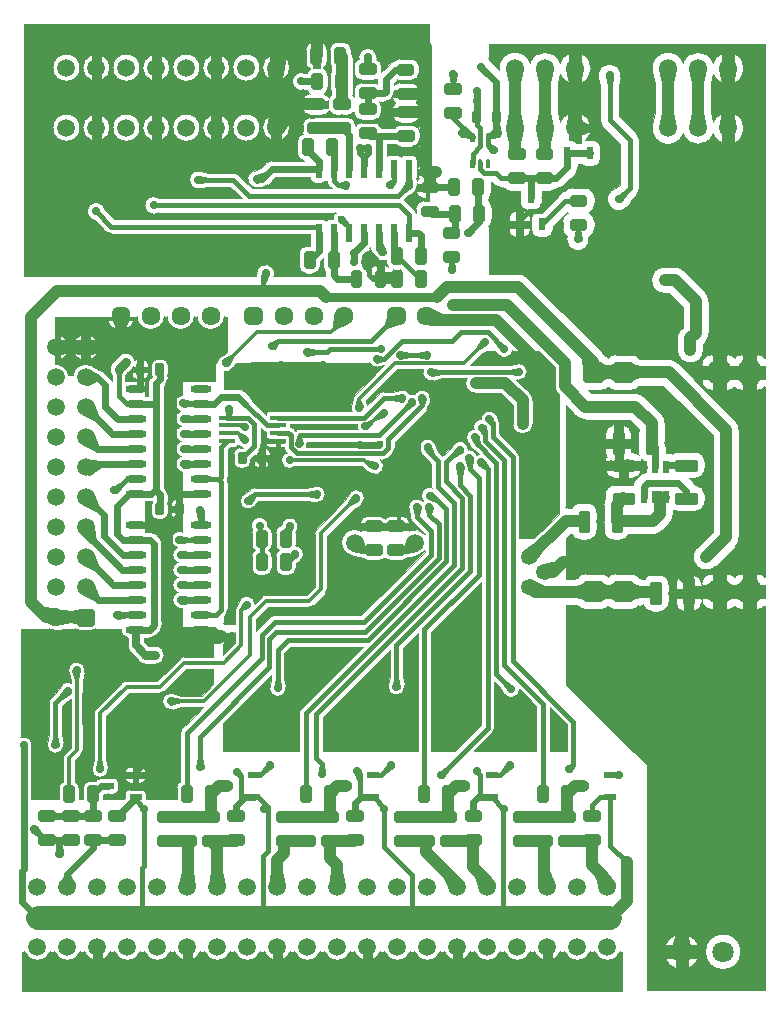
<source format=gbl>
G04 Generated by Ultiboard 14.1 *
%FSLAX25Y25*%
%MOIN*%

%ADD10C,0.00001*%
%ADD11C,0.00004*%
%ADD12C,0.03937*%
%ADD13C,0.01575*%
%ADD14C,0.02362*%
%ADD15C,0.03150*%
%ADD16C,0.07874*%
%ADD17C,0.01181*%
%ADD18C,0.02583*%
%ADD19C,0.01572*%
%ADD20C,0.07087*%
%ADD21R,0.05118X0.05118*%
%ADD22C,0.01969*%
%ADD23R,0.02362X0.03937*%
%ADD24R,0.02362X0.06102*%
%ADD25C,0.05315*%
%ADD26C,0.02756*%
%ADD27R,0.03937X0.01969*%
%ADD28R,0.02083X0.02083*%
%ADD29C,0.03917*%
%ADD30C,0.06334*%
%ADD31R,0.01969X0.03937*%
%ADD32R,0.02251X0.05834*%
%ADD33C,0.01666*%
%ADD34R,0.03937X0.02362*%
%ADD35R,0.02165X0.04331*%
%ADD36R,0.05834X0.02251*%
%ADD37C,0.05906*%
%ADD38O,0.07000X0.02400*%
%ADD39R,0.01575X0.02756*%
%ADD40C,0.01181*%
%ADD41R,0.03543X0.03543*%
%ADD42C,0.02362*%
%ADD43R,0.00787X0.02362*%
%ADD44C,0.00787*%
%ADD45R,0.05315X0.01575*%
%ADD46C,0.09843*%


G04 ColorRGB 0000FF for the following layer *
%LNCopper Bottom*%
%LPD*%
G54D10*
G36*
X186654Y193961D02*
X186654Y193961D01*
X183181Y197434D01*
X183181Y163346D01*
G74*
D01*
G02X184641Y163094I0J4354*
G01*
X184641Y163094D01*
X185273Y163094D01*
G75*
D01*
G02X188146Y164870I2873J-1437*
G01*
X188146Y164870D01*
X190397Y164870D01*
G74*
D01*
G02X193610Y161657I0J3213*
G01*
X193610Y161657D01*
X193610Y159107D01*
G75*
D01*
G02X193610Y158373I-4338J-367*
G01*
X193610Y158373D01*
X193610Y155823D01*
G75*
D01*
G02X190397Y152611I-3213J0*
G01*
X190397Y152611D01*
X188146Y152611D01*
G75*
D01*
G02X185273Y154387I0J3212*
G01*
X185273Y154387D01*
X184732Y154387D01*
X183181Y152835D01*
X183181Y139661D01*
X186231Y139661D01*
X186601Y139770D01*
X186601Y139770D01*
X187204Y139949D01*
G75*
D01*
G02X189846Y141231I2642J-2083*
G01*
X189846Y141231D01*
X194965Y141231D01*
G74*
D01*
G02X197406Y140182I0J3365*
G01*
G75*
D01*
G02X199846Y141231I2440J-2316*
G01*
X199846Y141231D01*
X204965Y141231D01*
G74*
D01*
G02X207607Y139949I0J3365*
G01*
X207607Y139949D01*
X208580Y139661D01*
X209523Y139661D01*
G75*
D01*
G02X212083Y140933I2560J-1941*
G01*
X212083Y140933D01*
X214334Y140933D01*
G74*
D01*
G02X217547Y137720I0J3213*
G01*
X217547Y137720D01*
X217547Y135170D01*
G75*
D01*
G02X217547Y134436I-4338J-367*
G01*
X217547Y134436D01*
X217547Y131886D01*
G75*
D01*
G02X214334Y128674I-3213J0*
G01*
X214334Y128674D01*
X212083Y128674D01*
G75*
D01*
G02X209009Y130953I0J3212*
G01*
X209009Y130953D01*
X208580Y130953D01*
X207607Y130665D01*
G74*
D01*
G02X204965Y129383I2642J2083*
G01*
X204965Y129383D01*
X199846Y129383D01*
G75*
D01*
G02X197406Y130432I0J3365*
G01*
G74*
D01*
G02X194965Y129383I2441J2316*
G01*
X194965Y129383D01*
X189846Y129383D01*
G75*
D01*
G02X187204Y130665I0J3365*
G01*
X187204Y130665D01*
X186601Y130844D01*
X186601Y130844D01*
X186231Y130953D01*
X183181Y130953D01*
X183181Y104063D01*
X186601Y100707D01*
X186601Y100707D01*
X195327Y92144D01*
X195327Y92144D01*
X210142Y77606D01*
X210142Y2407D01*
X249593Y2407D01*
X249593Y130553D01*
G74*
D01*
G02X247043Y129383I2550J2195*
G01*
X247043Y129383D01*
X246585Y129383D01*
X246585Y133206D01*
X249593Y133206D01*
X249593Y137408D01*
X246585Y137408D01*
X246585Y141231D01*
X247043Y141231D01*
G74*
D01*
G02X249593Y140062I0J3365*
G01*
X249593Y140062D01*
X249593Y203623D01*
G74*
D01*
G02X247043Y202454I2550J2196*
G01*
X247043Y202454D01*
X246585Y202454D01*
X246585Y206277D01*
X249593Y206277D01*
X249593Y210479D01*
X246585Y210479D01*
X246585Y214302D01*
X247043Y214302D01*
G74*
D01*
G02X249593Y213133I0J3365*
G01*
X249593Y213133D01*
X249593Y227325D01*
X249507Y281120D01*
X249507Y281120D01*
X249449Y317732D01*
X157480Y317732D01*
X157480Y312961D01*
G74*
D01*
G02X157771Y312670I2372J2657*
G01*
X157771Y312670D01*
X159942Y310230D01*
X161023Y309149D01*
G75*
D01*
G02X161003Y309703I4332J429*
G01*
G75*
D01*
G02X171320Y311581I5317J70*
G01*
G75*
D01*
G02X181320Y311581I5000J-1808*
G01*
G74*
D01*
G02X184434Y314745I5000J1808*
G01*
X184434Y314745D01*
X184434Y304802D01*
G74*
D01*
G02X181372Y307827I1886J4971*
G01*
X181372Y307827D01*
X180673Y304384D01*
X180673Y295163D01*
X181372Y291719D01*
G74*
D01*
G02X184434Y294745I4948J1946*
G01*
X184434Y294745D01*
X184434Y285785D01*
X184906Y285785D01*
G74*
D01*
G02X186667Y285003I0J2376*
G01*
X186667Y285003D01*
X188205Y285003D01*
X188205Y294745D01*
G75*
D01*
G02X189827Y285777I-1885J-4972*
G01*
G75*
D01*
G02X190024Y285785I197J-2368*
G01*
X190024Y285785D01*
X192386Y285785D01*
G74*
D01*
G02X194761Y283409I0J2376*
G01*
X194761Y283409D01*
X194761Y281643D01*
G75*
D01*
G02X194761Y281239I-3556J-202*
G01*
X194761Y281239D01*
X194761Y279472D01*
G75*
D01*
G02X192386Y277097I-2375J0*
G01*
X192386Y277097D01*
X190024Y277097D01*
G75*
D01*
G02X188262Y277879I0J2375*
G01*
X188262Y277879D01*
X187287Y277879D01*
X187287Y276953D01*
G75*
D01*
G02X186601Y274851I-3563J0*
G01*
X186601Y274851D01*
X186601Y274851D01*
G74*
D01*
G02X186240Y274431I2877J2102*
G01*
X186240Y274431D01*
X182491Y270681D01*
G74*
D01*
G02X180280Y269648I2522J2516*
G01*
G74*
D01*
G02X178102Y268848I2178J2565*
G01*
X178102Y268848D01*
X175153Y268848D01*
X175153Y266827D01*
G75*
D01*
G02X175147Y266625I-3562J0*
G01*
X175147Y266625D01*
X175147Y264858D01*
G75*
D01*
G02X172772Y262483I-2375J0*
G01*
X172772Y262483D01*
X170409Y262483D01*
G75*
D01*
G02X168034Y264858I0J2375*
G01*
X168034Y264858D01*
X168034Y266625D01*
G75*
D01*
G02X168028Y266827I3557J202*
G01*
X168028Y266827D01*
X168028Y268785D01*
X165079Y268785D01*
G75*
D01*
G02X162518Y269967I0J3365*
G01*
X162518Y269967D01*
X161765Y269967D01*
G75*
D01*
G02X159524Y270895I-1J3167*
G01*
X159524Y270895D01*
X158688Y271731D01*
X158302Y271731D01*
X158302Y268134D01*
G75*
D01*
G02X157515Y265972I-3365J0*
G01*
X157515Y265972D01*
X157515Y265637D01*
G74*
D01*
G02X158491Y263268I2389J2369*
G01*
X158491Y263268D01*
X158491Y259331D01*
G75*
D01*
G02X157480Y256927I-3365J0*
G01*
X157480Y256927D01*
X157480Y241204D01*
X167307Y241204D01*
G74*
D01*
G02X170389Y239925I0J4354*
G01*
X170389Y239925D01*
X186601Y223714D01*
X186601Y223714D01*
X195481Y214834D01*
G74*
D01*
G02X196060Y214118I3075J3082*
G01*
G74*
D01*
G02X197406Y213253I1095J3181*
G01*
G75*
D01*
G02X199846Y214302I2440J-2316*
G01*
X199846Y214302D01*
X204965Y214302D01*
G74*
D01*
G02X207607Y213020I0J3365*
G01*
X207607Y213020D01*
X208580Y212732D01*
X217445Y212732D01*
G75*
D01*
G02X218713Y212544I4J-4354*
G01*
G74*
D01*
G02X220531Y211453I1264J4166*
G01*
X220531Y211453D01*
X239673Y192310D01*
G74*
D01*
G02X240952Y189228I3075J3082*
G01*
X240952Y189228D01*
X240952Y153449D01*
G75*
D01*
G02X239673Y150367I-4354J0*
G01*
X239673Y150367D01*
X233126Y143819D01*
G75*
D01*
G02X226969Y149976I-3079J3079*
G01*
X226969Y149976D01*
X232245Y155252D01*
X232245Y187425D01*
X215645Y204024D01*
X208580Y204024D01*
X207607Y203736D01*
G74*
D01*
G02X204965Y202454I2642J2083*
G01*
X204965Y202454D01*
X199846Y202454D01*
G75*
D01*
G02X197406Y203503I0J3365*
G01*
G74*
D01*
G02X194965Y202454I2441J2316*
G01*
X194965Y202454D01*
X190474Y202454D01*
X191536Y201393D01*
X206362Y201393D01*
G74*
D01*
G02X209444Y200114I0J4354*
G01*
X209444Y200114D01*
X214981Y194578D01*
G74*
D01*
G02X216259Y191496I3075J3082*
G01*
X216259Y191496D01*
X216259Y185197D01*
G75*
D01*
G02X216247Y184877I-4353J0*
G01*
G74*
D01*
G02X216464Y183653I3345J1224*
G01*
X216464Y183653D01*
X216464Y181513D01*
X217725Y181513D01*
G74*
D01*
G02X218699Y181304I0J2376*
G01*
G75*
D01*
G02X220442Y181818I1743J-2699*
G01*
X220442Y181818D01*
X226276Y181818D01*
G74*
D01*
G02X229488Y178605I0J3213*
G01*
X229488Y178605D01*
X229488Y176354D01*
G75*
D01*
G02X226276Y173142I-3212J0*
G01*
X226276Y173142D01*
X224211Y173142D01*
X225878Y171475D01*
G74*
D01*
G02X226397Y170816I2519J2519*
G01*
G74*
D01*
G02X229488Y167605I121J3211*
G01*
X229488Y167605D01*
X229488Y165354D01*
G75*
D01*
G02X226276Y162142I-3212J0*
G01*
X226276Y162142D01*
X220442Y162142D01*
G75*
D01*
G02X219031Y162468I0J3212*
G01*
X219031Y162468D01*
X219031Y161260D01*
G75*
D01*
G02X217752Y158178I-4354J0*
G01*
X217752Y158178D01*
X215239Y155665D01*
G74*
D01*
G02X213478Y154591I3082J3075*
G01*
G75*
D01*
G02X212153Y154387I-1321J4149*
G01*
X212153Y154387D01*
X204271Y154387D01*
G74*
D01*
G02X201397Y152611I2874J1436*
G01*
X201397Y152611D01*
X199146Y152611D01*
G75*
D01*
G02X195934Y155823I0J3212*
G01*
X195934Y155823D01*
X195934Y158373D01*
G75*
D01*
G02X195918Y158740I4338J367*
G01*
X195918Y158740D01*
X195918Y164302D01*
G75*
D01*
G02X196316Y166124I4354J4*
G01*
X196316Y166124D01*
X196316Y167605D01*
G75*
D01*
G02X199528Y170818I3212J0*
G01*
X199528Y170818D01*
X202078Y170818D01*
G75*
D01*
G02X202812Y170818I367J-4338*
G01*
X202812Y170818D01*
X205362Y170818D01*
G74*
D01*
G02X205628Y170807I0J3213*
G01*
G74*
D01*
G02X206643Y172878I3534J448*
G01*
X206643Y172878D01*
X207875Y174110D01*
G74*
D01*
G02X209263Y174969I2519J2519*
G01*
G74*
D01*
G02X209444Y175024I1131J3378*
G01*
X209444Y175024D01*
X209444Y176117D01*
G75*
D01*
G02X209340Y176972I3458J855*
G01*
X209340Y176972D01*
X209340Y178958D01*
G74*
D01*
G02X208437Y179538I1259J2955*
G01*
G74*
D01*
G02X208548Y179018I3075J933*
G01*
X208548Y179018D01*
X203984Y179018D01*
X203984Y179511D01*
G74*
D01*
G02X202263Y178727I2134J2402*
G01*
X202263Y178727D01*
X202263Y183292D01*
X205063Y183292D01*
X205063Y181913D01*
G75*
D01*
G02X205062Y181818I-3213J0*
G01*
X205062Y181818D01*
X205362Y181818D01*
G74*
D01*
G02X207525Y180981I0J3213*
G01*
G75*
D01*
G02X207387Y181913I3074J932*
G01*
X207387Y181913D01*
X207387Y187747D01*
G74*
D01*
G02X207552Y188764I3212J0*
G01*
X207552Y188764D01*
X207552Y189693D01*
X204559Y192686D01*
X189736Y192686D01*
G75*
D01*
G02X186654Y193961I-4J4353*
G01*
D02*
G37*
%LPC*%
G36*
X202263Y190933D02*
G74*
D01*
G02X205063Y187747I413J3186*
G01*
X205063Y187747D01*
X205063Y186369D01*
X202263Y186369D01*
X202263Y190933D01*
D02*
G37*
G36*
X196387Y187747D02*
G74*
D01*
G02X199186Y190933I3212J0*
G01*
X199186Y190933D01*
X199186Y186369D01*
X196387Y186369D01*
X196387Y187747D01*
D02*
G37*
G36*
X186601Y311522D02*
G75*
D01*
G02X186601Y311522I-281J-1749*
G01*
D02*
G37*
G36*
X186601Y291522D02*
G75*
D01*
G02X186601Y291522I-281J-1749*
G01*
D02*
G37*
G36*
X189441Y269924D02*
G74*
D01*
G02X192806Y266559I0J3365*
G01*
X192806Y266559D01*
X192806Y264591D01*
G75*
D01*
G02X190933Y261575I-3365J0*
G01*
G74*
D01*
G02X192806Y258559I1492J3016*
G01*
X192806Y258559D01*
X192806Y256591D01*
G75*
D01*
G02X190882Y253550I-3365J0*
G01*
X190882Y253550D01*
X190911Y253386D01*
G75*
D01*
G02X190953Y252599I-3117J-558*
G01*
G75*
D01*
G02X186601Y249033I-3740J125*
G01*
X186601Y249033D01*
X186601Y249033D01*
G74*
D01*
G02X183473Y252599I612J3691*
G01*
G75*
D01*
G02X183513Y253381I3158J229*
G01*
X183513Y253381D01*
X183591Y253822D01*
G75*
D01*
G02X182139Y256591I1913J2769*
G01*
X182139Y256591D01*
X182139Y258559D01*
G74*
D01*
G02X184012Y261575I3365J0*
G01*
G74*
D01*
G02X183629Y261796I1492J3016*
G01*
X183629Y261796D01*
X178887Y257055D01*
X178887Y255803D01*
G75*
D01*
G02X176512Y253428I-2375J0*
G01*
X176512Y253428D01*
X174150Y253428D01*
G75*
D01*
G02X171774Y255803I0J2375*
G01*
X171774Y255803D01*
X171774Y259740D01*
G75*
D01*
G02X174150Y262116I2376J0*
G01*
X174150Y262116D01*
X174992Y262116D01*
X180690Y267814D01*
G74*
D01*
G02X182745Y268736I2239J2239*
G01*
G75*
D01*
G02X182929Y268742I184J-3161*
G01*
X182929Y268742D01*
X182943Y268742D01*
G75*
D01*
G02X185504Y269924I2561J-2183*
G01*
X185504Y269924D01*
X189441Y269924D01*
D02*
G37*
G36*
X207765Y269858D02*
G75*
D01*
G02X206835Y267616I-3167J0*
G01*
X206835Y267616D01*
X205644Y266425D01*
X203899Y263927D01*
G74*
D01*
G02X203375Y263346I2596J1814*
G01*
G75*
D01*
G02X198086Y268635I-2556J2733*
G01*
G74*
D01*
G02X198670Y269161I2395J2072*
G01*
X198670Y269161D01*
X201165Y270904D01*
X201432Y271170D01*
X201432Y284421D01*
X195556Y290296D01*
G75*
D01*
G02X194628Y292539I2239J2239*
G01*
X194628Y292539D01*
X194628Y303745D01*
X194096Y306745D01*
G75*
D01*
G02X194055Y307527I3118J553*
G01*
G75*
D01*
G02X201535Y307527I3740J-125*
G01*
G75*
D01*
G02X201494Y306740I-3158J-229*
G01*
X201494Y306740D01*
X200962Y303745D01*
X200962Y293847D01*
X206835Y287975D01*
G74*
D01*
G02X207765Y285732I2237J2243*
G01*
X207765Y285732D01*
X207765Y269858D01*
D02*
G37*
G36*
X169112Y253429D02*
X169112Y253429D01*
X169112Y256510D01*
X171407Y256510D01*
X171407Y255803D01*
G75*
D01*
G02X169112Y253429I-2376J0*
G01*
D02*
G37*
G36*
X171407Y259740D02*
X171407Y259740D01*
X171407Y259033D01*
X169112Y259033D01*
X169112Y262114D01*
G74*
D01*
G02X171407Y259740I81J2374*
G01*
D02*
G37*
G36*
X166589Y262114D02*
X166589Y262114D01*
X166589Y259033D01*
X164294Y259033D01*
X164294Y259740D01*
G74*
D01*
G02X166589Y262114I2375J0*
G01*
D02*
G37*
G36*
X164294Y255803D02*
X164294Y255803D01*
X164294Y256510D01*
X166589Y256510D01*
X166589Y253429D01*
G75*
D01*
G02X164294Y255803I80J2374*
G01*
D02*
G37*
G36*
X235544Y309773D02*
G75*
D01*
G02X235544Y309773I1772J0*
G01*
D02*
G37*
G36*
X232368Y307827D02*
X232368Y307827D01*
X231669Y304384D01*
X231669Y295163D01*
X232368Y291719D01*
G74*
D01*
G02X235430Y294745I4948J1946*
G01*
X235430Y294745D01*
X235430Y284802D01*
G74*
D01*
G02X232316Y287965I1886J4971*
G01*
G75*
D01*
G02X222316Y287965I-5000J1808*
G01*
G75*
D01*
G02X211999Y289844I-5000J1808*
G01*
G75*
D01*
G02X212084Y290834I4352J125*
G01*
X212084Y290834D01*
X212962Y295163D01*
X212962Y304383D01*
X212084Y308712D01*
G75*
D01*
G02X211999Y309703I4267J866*
G01*
G75*
D01*
G02X222316Y311581I5317J70*
G01*
G75*
D01*
G02X232316Y311581I5000J-1808*
G01*
G74*
D01*
G02X235430Y314745I5000J1808*
G01*
X235430Y314745D01*
X235430Y304802D01*
G74*
D01*
G02X232368Y307827I1886J4971*
G01*
D02*
G37*
G36*
X235544Y289773D02*
G75*
D01*
G02X235544Y289773I1772J0*
G01*
D02*
G37*
G36*
X239201Y294745D02*
G75*
D01*
G02X239201Y284802I-1885J-4972*
G01*
X239201Y284802D01*
X239201Y294745D01*
D02*
G37*
G36*
X188205Y314745D02*
G75*
D01*
G02X188205Y304802I-1885J-4972*
G01*
X188205Y304802D01*
X188205Y314745D01*
D02*
G37*
G36*
X239201Y314745D02*
G75*
D01*
G02X239201Y304802I-1885J-4972*
G01*
X239201Y304802D01*
X239201Y314745D01*
D02*
G37*
G36*
X223985Y20807D02*
G74*
D01*
G02X227413Y17378I2095J5524*
G01*
X227413Y17378D01*
X223985Y17378D01*
X223985Y20807D01*
D02*
G37*
G36*
X216366Y17378D02*
G74*
D01*
G02X219795Y20807I5524J2095*
G01*
X219795Y20807D01*
X219795Y17378D01*
X216366Y17378D01*
D02*
G37*
G36*
X229762Y15283D02*
G75*
D01*
G02X229762Y15283I5907J0*
G01*
D02*
G37*
G36*
X227413Y13189D02*
G74*
D01*
G02X223985Y9760I5523J2094*
G01*
X223985Y9760D01*
X223985Y13189D01*
X227413Y13189D01*
D02*
G37*
G36*
X219795Y9760D02*
G74*
D01*
G02X216366Y13189I2095J5523*
G01*
X216366Y13189D01*
X219795Y13189D01*
X219795Y9760D01*
D02*
G37*
G36*
X220217Y15283D02*
G75*
D01*
G02X220217Y15283I1673J0*
G01*
D02*
G37*
G36*
X221677Y222795D02*
X221677Y222795D01*
X222166Y223284D01*
X222166Y230260D01*
X217661Y234764D01*
X216189Y234764D01*
G75*
D01*
G02X216189Y243472I0J4354*
G01*
X216189Y243472D01*
X219465Y243472D01*
G74*
D01*
G02X222547Y242193I0J4354*
G01*
X222547Y242193D01*
X229595Y235145D01*
G74*
D01*
G02X230873Y232063I3075J3082*
G01*
X230873Y232063D01*
X230873Y221480D01*
G75*
D01*
G02X229595Y218398I-4353J0*
G01*
X229595Y218398D01*
X229110Y217913D01*
X229110Y215937D01*
G75*
D01*
G02X220402Y215937I-4354J0*
G01*
X220402Y215937D01*
X220402Y219713D01*
G75*
D01*
G02X221677Y222795I4354J4*
G01*
D02*
G37*
G36*
X228561Y205819D02*
X228561Y205819D01*
X228561Y206277D01*
X232384Y206277D01*
X232384Y202454D01*
X231925Y202454D01*
G75*
D01*
G02X228561Y205819I0J3365*
G01*
D02*
G37*
G36*
X241925Y202454D02*
G75*
D01*
G02X239484Y203503I0J3365*
G01*
G74*
D01*
G02X237043Y202454I2441J2316*
G01*
X237043Y202454D01*
X236585Y202454D01*
X236585Y206277D01*
X242384Y206277D01*
X242384Y202454D01*
X241925Y202454D01*
D02*
G37*
G36*
X231925Y214302D02*
X231925Y214302D01*
X232384Y214302D01*
X232384Y210479D01*
X228561Y210479D01*
X228561Y210937D01*
G75*
D01*
G02X231925Y214302I3364J0*
G01*
D02*
G37*
G36*
X232811Y208378D02*
G75*
D01*
G02X232811Y208378I1673J0*
G01*
D02*
G37*
G36*
X241925Y214302D02*
X241925Y214302D01*
X242384Y214302D01*
X242384Y210479D01*
X236585Y210479D01*
X236585Y214302D01*
X237043Y214302D01*
G74*
D01*
G02X239484Y213253I0J3365*
G01*
G75*
D01*
G02X241925Y214302I2441J-2316*
G01*
D02*
G37*
G36*
X242811Y208378D02*
G75*
D01*
G02X242811Y208378I1673J0*
G01*
D02*
G37*
G36*
X205362Y173142D02*
X205362Y173142D01*
X203984Y173142D01*
X203984Y175942D01*
X208548Y175942D01*
G74*
D01*
G02X205362Y173142I3186J412*
G01*
D02*
G37*
G36*
X199528Y181818D02*
X199528Y181818D01*
X200907Y181818D01*
X200907Y179018D01*
X199186Y179018D01*
X199186Y178727D01*
G74*
D01*
G02X198207Y179018I413J3186*
G01*
X198207Y179018D01*
X196342Y179018D01*
G74*
D01*
G02X196810Y180318I3186J413*
G01*
G75*
D01*
G02X196387Y181913I2789J1595*
G01*
X196387Y181913D01*
X196387Y183292D01*
X199186Y183292D01*
X199186Y181800D01*
G75*
D01*
G02X199528Y181818I342J-3195*
G01*
D02*
G37*
G36*
X196342Y175942D02*
X196342Y175942D01*
X200907Y175942D01*
X200907Y173142D01*
X199528Y173142D01*
G75*
D01*
G02X196342Y175942I0J3212*
G01*
D02*
G37*
G36*
X237043Y141231D02*
G74*
D01*
G02X239484Y140182I0J3365*
G01*
G75*
D01*
G02X241925Y141231I2441J-2316*
G01*
X241925Y141231D01*
X242384Y141231D01*
X242384Y137408D01*
X236585Y137408D01*
X236585Y141231D01*
X237043Y141231D01*
D02*
G37*
G36*
X228561Y137866D02*
G75*
D01*
G02X231925Y141231I3364J0*
G01*
X231925Y141231D01*
X232384Y141231D01*
X232384Y137408D01*
X228561Y137408D01*
X228561Y137866D01*
D02*
G37*
G36*
X228547Y137720D02*
X228547Y137720D01*
X228547Y136341D01*
X225747Y136341D01*
X225747Y140906D01*
G74*
D01*
G02X228547Y137720I413J3186*
G01*
D02*
G37*
G36*
X222670Y140906D02*
X222670Y140906D01*
X222670Y136341D01*
X219871Y136341D01*
X219871Y137720D01*
G74*
D01*
G02X222670Y140906I3212J0*
G01*
D02*
G37*
G36*
X237043Y129383D02*
X237043Y129383D01*
X236585Y129383D01*
X236585Y133206D01*
X242384Y133206D01*
X242384Y129383D01*
X241925Y129383D01*
G75*
D01*
G02X239484Y130432I0J3365*
G01*
G74*
D01*
G02X237043Y129383I2441J2316*
G01*
D02*
G37*
G36*
X242811Y135307D02*
G75*
D01*
G02X242811Y135307I1673J0*
G01*
D02*
G37*
G36*
X228561Y132748D02*
X228561Y132748D01*
X228561Y133206D01*
X232384Y133206D01*
X232384Y129383D01*
X231925Y129383D01*
G75*
D01*
G02X228561Y132748I0J3365*
G01*
D02*
G37*
G36*
X232811Y135307D02*
G75*
D01*
G02X232811Y135307I1673J0*
G01*
D02*
G37*
G36*
X225747Y128700D02*
X225747Y128700D01*
X225747Y133265D01*
X228547Y133265D01*
X228547Y131886D01*
G75*
D01*
G02X225747Y128700I-3213J0*
G01*
D02*
G37*
G36*
X219871Y131886D02*
X219871Y131886D01*
X219871Y133265D01*
X222670Y133265D01*
X222670Y128700D01*
G75*
D01*
G02X219871Y131886I413J3186*
G01*
D02*
G37*
%LPD*%
G36*
X93765Y285441D02*
X93765Y285441D01*
X93765Y281504D01*
G75*
D01*
G03X95878Y278972I2574J0*
G01*
X95878Y278972D01*
X85213Y278972D01*
G75*
D01*
G03X83249Y278160I-4J-2771*
G01*
X83249Y278160D01*
X81703Y276614D01*
X79116Y275673D01*
G74*
D01*
G03X78207Y275128I943J2606*
G01*
G75*
D01*
G03X80443Y269944I1919J-2246*
G01*
G74*
D01*
G03X81186Y270111I229J2762*
G01*
X81186Y270111D01*
X81890Y270111D01*
G74*
D01*
G03X83852Y270925I0J2771*
G01*
X83852Y270925D01*
X85185Y272258D01*
G74*
D01*
G03X85189Y272262I1957J1962*
G01*
X85189Y272262D01*
X86357Y273430D01*
X98079Y273430D01*
X98079Y273150D01*
G75*
D01*
G03X99663Y271565I1584J0*
G01*
X99663Y271565D01*
X102026Y271565D01*
G74*
D01*
G03X103344Y272272I0J1585*
G01*
G74*
D01*
G03X103484Y272091I1319J878*
G01*
G74*
D01*
G03X104165Y270680I2360J269*
G01*
X104165Y270680D01*
X105131Y269714D01*
X78590Y269714D01*
X73997Y274307D01*
G74*
D01*
G03X72315Y275006I1682J1677*
G01*
X72315Y275006D01*
X64312Y275006D01*
X61245Y275550D01*
G75*
D01*
G03X60792Y275587I-417J-2339*
G01*
G74*
D01*
G03X60722Y275585I36J2376*
G01*
G75*
D01*
G03X60722Y269675I2J-2955*
G01*
G75*
D01*
G03X61028Y269681I106J2373*
G01*
G74*
D01*
G03X61245Y269710I200J2367*
G01*
X61245Y269710D01*
X64312Y270254D01*
X71331Y270254D01*
X75147Y266439D01*
X47615Y266439D01*
G75*
D01*
G03X47615Y261687I-1757J-2376*
G01*
X47615Y261687D01*
X106632Y261687D01*
G74*
D01*
G03X105589Y259577I1714J2159*
G01*
X105589Y259577D01*
X104663Y259577D01*
G75*
D01*
G03X103344Y258870I0J-1585*
G01*
G74*
D01*
G03X102026Y259577I1318J878*
G01*
X102026Y259577D01*
X99663Y259577D01*
G75*
D01*
G03X98905Y259383I0J-1585*
G01*
X98905Y259383D01*
X32732Y259383D01*
X29631Y262485D01*
G75*
D01*
G03X26271Y259125I-2922J-438*
G01*
X26271Y259125D01*
X30068Y255328D01*
G75*
D01*
G03X31750Y254632I1680J1680*
G01*
X31750Y254632D01*
X98073Y254632D01*
X98073Y250455D01*
X96843Y250455D01*
G75*
D01*
G03X94269Y247882I0J-2573*
G01*
X94269Y247882D01*
X94269Y243945D01*
G75*
D01*
G03X96843Y241371I2574J0*
G01*
X96843Y241371D01*
X98811Y241371D01*
G75*
D01*
G03X101384Y243945I0J2574*
G01*
X101384Y243945D01*
X101384Y245552D01*
X102269Y246437D01*
X102269Y243945D01*
G75*
D01*
G03X103056Y242093I2574J0*
G01*
X103056Y242093D01*
X103056Y240887D01*
G75*
D01*
G03X103102Y240378I2771J-5*
G01*
X103102Y240378D01*
X85938Y240378D01*
G74*
D01*
G03X86030Y240727I2245J777*
G01*
G75*
D01*
G03X80270Y242049I-2880J659*
G01*
G74*
D01*
G03X80187Y241534I2290J634*
G01*
X80187Y241534D01*
X80186Y241507D01*
G75*
D01*
G03X80018Y240626I2208J-877*
G01*
X80018Y240626D01*
X80018Y240378D01*
X2772Y240378D01*
X2647Y281912D01*
X2647Y281912D01*
X2520Y324535D01*
X137575Y324535D01*
X137674Y291243D01*
G74*
D01*
G03X137615Y291267I1107J2739*
G01*
X137615Y291267D01*
X137615Y289552D01*
X137680Y289552D01*
X137684Y287964D01*
G74*
D01*
G03X137615Y287991I1117J2736*
G01*
X137615Y287991D01*
X137615Y285741D01*
G74*
D01*
G03X137691Y285771I1048J2763*
G01*
X137691Y285771D01*
X137696Y284181D01*
X137615Y284181D01*
X137615Y282466D01*
G74*
D01*
G03X137701Y282500I1048J2762*
G01*
X137701Y282500D01*
X137702Y281912D01*
X137702Y281912D01*
X137715Y277872D01*
G74*
D01*
G03X137615Y277912I1148J2722*
G01*
X137615Y277912D01*
X137615Y276756D01*
G74*
D01*
G03X137332Y276197I2479J1606*
G01*
X137332Y276197D01*
X137720Y276197D01*
X137726Y274102D01*
X137332Y274102D01*
G74*
D01*
G03X137615Y273543I2762J1048*
G01*
X137615Y273543D01*
X137615Y272387D01*
G74*
D01*
G03X137731Y272434I1048J2763*
G01*
X137731Y272434D01*
X137751Y265605D01*
X135850Y265605D01*
G75*
D01*
G03X133277Y263031I0J-2574*
G01*
X133277Y263031D01*
X133277Y261657D01*
G74*
D01*
G03X132774Y262397I2181J942*
G01*
X132774Y262397D01*
X129430Y265740D01*
G74*
D01*
G03X129205Y265940I1682J1677*
G01*
X129205Y265940D01*
X129988Y266723D01*
X132541Y268506D01*
G74*
D01*
G03X132935Y268851I1358J1949*
G01*
G74*
D01*
G03X133799Y270937I2091J2088*
G01*
G75*
D01*
G03X133787Y271309I-2373J105*
G01*
X133787Y271309D01*
X136557Y271309D01*
X136557Y273605D01*
X135850Y273605D01*
G75*
D01*
G03X135519Y273584I0J-2574*
G01*
X135519Y273584D01*
X135519Y274102D01*
X133804Y274102D01*
G74*
D01*
G03X134391Y273151I2763J1048*
G01*
G74*
D01*
G03X133614Y272305I1459J2120*
G01*
X133614Y272305D01*
X133545Y272699D01*
G75*
D01*
G03X133610Y273150I-1519J451*
G01*
X133610Y273150D01*
X133610Y279252D01*
G74*
D01*
G03X132026Y280836I1584J0*
G01*
X132026Y280836D01*
X129663Y280836D01*
G75*
D01*
G03X128344Y280130I0J-1584*
G01*
G74*
D01*
G03X127026Y280836I1318J878*
G01*
X127026Y280836D01*
X124663Y280836D01*
G75*
D01*
G03X123616Y280441I0J-1584*
G01*
X123616Y280441D01*
X123616Y284473D01*
X126188Y284473D01*
G75*
D01*
G03X128039Y283686I1851J1787*
G01*
X128039Y283686D01*
X131976Y283686D01*
G75*
D01*
G03X134550Y286260I0J2574*
G01*
X134550Y286260D01*
X134550Y286276D01*
X134626Y286276D01*
G74*
D01*
G03X135519Y285741I1941J2228*
G01*
X135519Y285741D01*
X135519Y287991D01*
G74*
D01*
G03X134626Y287456I1048J2763*
G01*
X134626Y287456D01*
X134550Y287456D01*
X134550Y288228D01*
G74*
D01*
G03X134183Y289552I2574J0*
G01*
X134183Y289552D01*
X135519Y289552D01*
X135519Y291267D01*
G74*
D01*
G03X133951Y289878I1048J2763*
G01*
G74*
D01*
G03X131976Y290802I1975J1650*
G01*
X131976Y290802D01*
X128039Y290802D01*
G75*
D01*
G03X126188Y290015I0J-2574*
G01*
X126188Y290015D01*
X121526Y290015D01*
G74*
D01*
G03X119142Y291621I2384J968*
G01*
X119142Y291621D01*
X115205Y291621D01*
G75*
D01*
G03X113148Y290594I0J-2574*
G01*
X113148Y290594D01*
X113148Y290811D01*
G74*
D01*
G03X110575Y293384I2573J0*
G01*
X110575Y293384D01*
X108790Y293384D01*
G74*
D01*
G03X108606Y293389I184J3557*
G01*
X108606Y293389D01*
X100087Y293389D01*
G75*
D01*
G03X99395Y293321I0J-3562*
G01*
X99395Y293321D01*
X98055Y293321D01*
G75*
D01*
G03X95482Y290748I0J-2573*
G01*
X95482Y290748D01*
X95482Y288780D01*
G75*
D01*
G03X95631Y287915I2573J0*
G01*
G74*
D01*
G03X93765Y285441I708J2474*
G01*
D02*
G37*
%LPC*%
G36*
X96017Y302615D02*
X96017Y302615D01*
X96857Y302615D01*
G74*
D01*
G03X97831Y301312I2442J810*
G01*
G74*
D01*
G03X95497Y299025I224J2564*
G01*
X95497Y299025D01*
X104073Y299025D01*
G74*
D01*
G03X104064Y298811I2565J214*
G01*
X104064Y298811D01*
X104064Y296843D01*
G75*
D01*
G03X104087Y296502I2574J0*
G01*
X104087Y296502D01*
X95497Y296502D01*
G75*
D01*
G03X98055Y294206I2558J278*
G01*
X98055Y294206D01*
X101992Y294206D01*
G74*
D01*
G03X104330Y295704I0J2574*
G01*
G75*
D01*
G03X106638Y294269I2308J1139*
G01*
X106638Y294269D01*
X108422Y294269D01*
G75*
D01*
G03X108790Y294269I184J3558*
G01*
X108790Y294269D01*
X110575Y294269D01*
G74*
D01*
G03X112631Y295296I0J2574*
G01*
X112631Y295296D01*
X112631Y295079D01*
G75*
D01*
G03X115205Y292505I2574J0*
G01*
X115205Y292505D01*
X119142Y292505D01*
G75*
D01*
G03X121715Y295079I0J2574*
G01*
X121715Y295079D01*
X121715Y297047D01*
G74*
D01*
G03X121158Y298646I2573J0*
G01*
X121158Y298646D01*
X122771Y298646D01*
G75*
D01*
G03X122849Y298647I1J2771*
G01*
G74*
D01*
G03X124734Y299461I77J2770*
G01*
X124734Y299461D01*
X125169Y299896D01*
G74*
D01*
G03X125258Y299989I1956J1962*
G01*
G74*
D01*
G03X126401Y298212I2545J381*
G01*
G74*
D01*
G03X125481Y296506I1638J1984*
G01*
X125481Y296506D01*
X134535Y296506D01*
G74*
D01*
G03X133379Y298386I2559J278*
G01*
G74*
D01*
G03X134299Y300093I1639J1984*
G01*
X134299Y300093D01*
X125349Y300093D01*
G75*
D01*
G03X125984Y301858I-2136J1765*
G01*
X125984Y301858D01*
X125984Y302616D01*
X134299Y302616D01*
G74*
D01*
G03X131740Y304912I2559J277*
G01*
X131740Y304912D01*
X127803Y304912D01*
G75*
D01*
G03X125984Y304159I0J-2573*
G01*
X125984Y304159D01*
X125984Y304994D01*
X126937Y305947D01*
G75*
D01*
G03X127803Y305797I866J2423*
G01*
X127803Y305797D01*
X131740Y305797D01*
G75*
D01*
G03X134314Y308370I0J2573*
G01*
X134314Y308370D01*
X134314Y310339D01*
G74*
D01*
G03X131740Y312912I2574J0*
G01*
X131740Y312912D01*
X127803Y312912D01*
G75*
D01*
G03X125905Y312076I0J-2573*
G01*
G74*
D01*
G03X124466Y311314I520J2722*
G01*
X124466Y311314D01*
X121715Y308563D01*
X121715Y310402D01*
G74*
D01*
G03X120100Y312790I2573J0*
G01*
X120100Y312790D01*
X120128Y313270D01*
G75*
D01*
G03X119988Y314321I-2766J167*
G01*
G75*
D01*
G03X114342Y314321I-2823J-872*
G01*
G75*
D01*
G03X114202Y313276I2627J-884*
G01*
X114202Y313276D01*
X114231Y312784D01*
G74*
D01*
G03X112631Y310402I974J2382*
G01*
X112631Y310402D01*
X112631Y308433D01*
G75*
D01*
G03X115205Y305860I2574J0*
G01*
X115205Y305860D01*
X119142Y305860D01*
G74*
D01*
G03X120442Y306212I0J2573*
G01*
G75*
D01*
G03X120441Y306136I2771J-70*
G01*
X120441Y306136D01*
X120441Y304623D01*
G74*
D01*
G03X119142Y304975I1299J2221*
G01*
X119142Y304975D01*
X115205Y304975D01*
G75*
D01*
G03X112631Y302402I0J-2573*
G01*
X112631Y302402D01*
X112631Y300433D01*
G75*
D01*
G03X112632Y300357I2574J0*
G01*
G74*
D01*
G03X112169Y300831I2057J1546*
G01*
X112169Y300831D01*
X112169Y313433D01*
G74*
D01*
G03X111652Y315281I3563J0*
G01*
X111652Y315281D01*
X111652Y315913D01*
G74*
D01*
G03X109079Y318487I2573J0*
G01*
X109079Y318487D01*
X107110Y318487D01*
G75*
D01*
G03X104537Y315913I0J-2574*
G01*
X104537Y315913D01*
X104537Y314129D01*
G75*
D01*
G03X104537Y313761I3557J-184*
G01*
X104537Y313761D01*
X104537Y311976D01*
G75*
D01*
G03X105044Y310443I2573J0*
G01*
X105044Y310443D01*
X105044Y308602D01*
G74*
D01*
G03X104726Y307362I2255J1240*
G01*
X104726Y307362D01*
X104726Y303425D01*
G75*
D01*
G03X105044Y302186I2573J0*
G01*
X105044Y302186D01*
X105044Y300831D01*
G74*
D01*
G03X104300Y299887I1594J2020*
G01*
G74*
D01*
G03X102629Y301241I2308J1139*
G01*
G75*
D01*
G03X103841Y303425I-1361J2184*
G01*
X103841Y303425D01*
X103841Y307362D01*
G74*
D01*
G03X102308Y309716I2573J0*
G01*
G75*
D01*
G03X103652Y311976I-1229J2260*
G01*
X103652Y311976D01*
X103652Y315913D01*
G74*
D01*
G03X101356Y318472I2573J0*
G01*
X101356Y318472D01*
X101356Y309934D01*
G74*
D01*
G03X101268Y309936I88J2572*
G01*
X101268Y309936D01*
X99299Y309936D01*
G75*
D01*
G03X98833Y309893I0J-2574*
G01*
X98833Y309893D01*
X98833Y318472D01*
G74*
D01*
G03X96537Y315913I277J2559*
G01*
X96537Y315913D01*
X96537Y311976D01*
G75*
D01*
G03X98070Y309623I2573J0*
G01*
G74*
D01*
G03X96852Y308157I1229J2261*
G01*
X96852Y308157D01*
X96017Y308157D01*
G75*
D01*
G03X96017Y302615I-1025J-2771*
G01*
D02*
G37*
G36*
X133804Y276197D02*
X133804Y276197D01*
X135519Y276197D01*
X135519Y277912D01*
G74*
D01*
G03X133804Y276197I1048J2762*
G01*
D02*
G37*
G36*
X133292Y268786D02*
G75*
D01*
G03X135850Y266490I2558J277*
G01*
X135850Y266490D01*
X136557Y266490D01*
X136557Y268786D01*
X133292Y268786D01*
D02*
G37*
G36*
X135780Y275150D02*
G75*
D01*
G03X135780Y275150I787J0*
G01*
D02*
G37*
G36*
X135519Y282466D02*
X135519Y282466D01*
X135519Y284181D01*
X133804Y284181D01*
G74*
D01*
G03X135519Y282466I2763J1047*
G01*
D02*
G37*
G36*
X125481Y293983D02*
G75*
D01*
G03X128039Y291686I2558J277*
G01*
X128039Y291686D01*
X131976Y291686D01*
G74*
D01*
G03X134535Y293983I0J2574*
G01*
X134535Y293983D01*
X125481Y293983D01*
D02*
G37*
G36*
X135780Y288504D02*
G75*
D01*
G03X135780Y288504I787J0*
G01*
D02*
G37*
G36*
X135780Y285228D02*
G75*
D01*
G03X135780Y285228I787J0*
G01*
D02*
G37*
G36*
X12229Y289964D02*
G75*
D01*
G03X12229Y289964I4529J0*
G01*
D02*
G37*
G36*
X28355Y290711D02*
G75*
D01*
G03X25143Y290711I-1606J-747*
G01*
X25143Y290711D01*
X25143Y294199D01*
G75*
D01*
G03X25143Y285729I1606J-4235*
G01*
X25143Y285729D01*
X25143Y289216D01*
G75*
D01*
G03X28355Y289216I1606J748*
G01*
X28355Y289216D01*
X28355Y285729D01*
G75*
D01*
G03X28355Y294199I-1606J4235*
G01*
X28355Y294199D01*
X28355Y290711D01*
D02*
G37*
G36*
X32210Y289964D02*
G75*
D01*
G03X32210Y289964I4530J0*
G01*
D02*
G37*
G36*
X48337Y290711D02*
G75*
D01*
G03X45124Y290711I-1606J-747*
G01*
X45124Y290711D01*
X45124Y294199D01*
G75*
D01*
G03X45124Y285729I1607J-4235*
G01*
X45124Y285729D01*
X45124Y289216D01*
G75*
D01*
G03X48337Y289216I1607J748*
G01*
X48337Y289216D01*
X48337Y285729D01*
G75*
D01*
G03X48337Y294199I-1606J4235*
G01*
X48337Y294199D01*
X48337Y290711D01*
D02*
G37*
G36*
X52192Y289964D02*
G75*
D01*
G03X52192Y289964I4529J0*
G01*
D02*
G37*
G36*
X68318Y290751D02*
G75*
D01*
G03X65106Y290751I-1606J-748*
G01*
X65106Y290751D01*
X65106Y294238D01*
G75*
D01*
G03X65106Y285768I1606J-4235*
G01*
X65106Y285768D01*
X65106Y289256D01*
G75*
D01*
G03X68318Y289256I1606J747*
G01*
X68318Y289256D01*
X68318Y285768D01*
G75*
D01*
G03X68318Y294238I-1606J4235*
G01*
X68318Y294238D01*
X68318Y290751D01*
D02*
G37*
G36*
X72173Y290003D02*
G75*
D01*
G03X72173Y290003I4530J0*
G01*
D02*
G37*
G36*
X88300Y290751D02*
G75*
D01*
G03X85087Y290751I-1606J-748*
G01*
X85087Y290751D01*
X85087Y294238D01*
G75*
D01*
G03X85087Y285768I1607J-4235*
G01*
X85087Y285768D01*
X85087Y289256D01*
G75*
D01*
G03X88300Y289256I1607J747*
G01*
X88300Y289256D01*
X88300Y285768D01*
G75*
D01*
G03X88300Y294238I-1606J4235*
G01*
X88300Y294238D01*
X88300Y290751D01*
D02*
G37*
G36*
X12229Y309964D02*
G75*
D01*
G03X12229Y309964I4529J0*
G01*
D02*
G37*
G36*
X28355Y310711D02*
G75*
D01*
G03X25143Y310711I-1606J-747*
G01*
X25143Y310711D01*
X25143Y314199D01*
G75*
D01*
G03X25143Y305729I1606J-4235*
G01*
X25143Y305729D01*
X25143Y309216D01*
G75*
D01*
G03X28355Y309216I1606J748*
G01*
X28355Y309216D01*
X28355Y305729D01*
G75*
D01*
G03X28355Y314199I-1606J4235*
G01*
X28355Y314199D01*
X28355Y310711D01*
D02*
G37*
G36*
X32210Y309964D02*
G75*
D01*
G03X32210Y309964I4530J0*
G01*
D02*
G37*
G36*
X48337Y310711D02*
G75*
D01*
G03X45124Y310711I-1606J-747*
G01*
X45124Y310711D01*
X45124Y314199D01*
G75*
D01*
G03X45124Y305729I1607J-4235*
G01*
X45124Y305729D01*
X45124Y309216D01*
G75*
D01*
G03X48337Y309216I1607J748*
G01*
X48337Y309216D01*
X48337Y305729D01*
G75*
D01*
G03X48337Y314199I-1606J4235*
G01*
X48337Y314199D01*
X48337Y310711D01*
D02*
G37*
G36*
X52192Y309964D02*
G75*
D01*
G03X52192Y309964I4529J0*
G01*
D02*
G37*
G36*
X68318Y310751D02*
G75*
D01*
G03X65106Y310751I-1606J-748*
G01*
X65106Y310751D01*
X65106Y314238D01*
G75*
D01*
G03X65106Y305768I1606J-4235*
G01*
X65106Y305768D01*
X65106Y309256D01*
G75*
D01*
G03X68318Y309256I1606J747*
G01*
X68318Y309256D01*
X68318Y305768D01*
G75*
D01*
G03X68318Y314238I-1606J4235*
G01*
X68318Y314238D01*
X68318Y310751D01*
D02*
G37*
G36*
X72173Y310003D02*
G75*
D01*
G03X72173Y310003I4530J0*
G01*
D02*
G37*
G36*
X88300Y310751D02*
G75*
D01*
G03X85087Y310751I-1606J-748*
G01*
X85087Y310751D01*
X85087Y314238D01*
G75*
D01*
G03X85087Y305768I1607J-4235*
G01*
X85087Y305768D01*
X85087Y309256D01*
G75*
D01*
G03X88300Y309256I1607J747*
G01*
X88300Y309256D01*
X88300Y305768D01*
G75*
D01*
G03X88300Y314238I-1606J4235*
G01*
X88300Y314238D01*
X88300Y310751D01*
D02*
G37*
%LPD*%
G36*
X146154Y184808D02*
G75*
D01*
G02X150663Y182651I1752J-2131*
G01*
G75*
D01*
G02X153550Y180764I266J-2745*
G01*
G74*
D01*
G02X154254Y181060I1411J2370*
G01*
X154254Y181060D01*
X153149Y182165D01*
G74*
D01*
G02X152153Y182963I804J2024*
G01*
X152153Y182963D01*
X151727Y183587D01*
X151405Y183909D01*
G74*
D01*
G02X150841Y184884I1540J1540*
G01*
X150841Y184884D01*
X150692Y185103D01*
G74*
D01*
G02X150561Y185322I1799J1228*
G01*
G75*
D01*
G02X152511Y189432I2384J1387*
G01*
G75*
D01*
G02X154975Y192732I2702J552*
G01*
G75*
D01*
G02X159205Y195088I2757J24*
G01*
X159205Y195088D01*
X159220Y201486D01*
X153197Y201486D01*
G75*
D01*
G02X150238Y206452I0J3364*
G01*
X150238Y206452D01*
X141973Y206452D01*
X139017Y205696D01*
G74*
D01*
G02X138559Y205630I540J2110*
G01*
G75*
D01*
G02X135778Y209422I-228J2748*
G01*
X135778Y209422D01*
X127056Y209422D01*
X116518Y198883D01*
X117008Y197442D01*
X120917Y201351D01*
G74*
D01*
G02X121812Y201891I1540J1540*
G01*
G75*
D01*
G02X122457Y201989I645J-2080*
G01*
X122457Y201989D01*
X125186Y201989D01*
X128272Y202537D01*
G75*
D01*
G02X128733Y202569I381J-2145*
G01*
G75*
D01*
G02X131157Y201167I23J-2758*
G01*
G75*
D01*
G02X132906Y201167I874J-2616*
G01*
G75*
D01*
G02X138033Y199392I2401J-1356*
G01*
G74*
D01*
G02X137934Y198937I2165J233*
G01*
X137934Y198937D01*
X137485Y197582D01*
X137485Y197543D01*
G75*
D01*
G02X136845Y196001I-2178J0*
G01*
X136845Y196001D01*
X126146Y185303D01*
X126146Y183181D01*
G75*
D01*
G02X125506Y181639I-2177J0*
G01*
X125506Y181639D01*
X123747Y179880D01*
G74*
D01*
G02X122427Y179251I1542J1537*
G01*
G75*
D01*
G02X122203Y179240I-222J2166*
G01*
X122203Y179240D01*
X121466Y179240D01*
G75*
D01*
G02X118337Y174728I-1781J-2106*
G01*
G74*
D01*
G02X118024Y174920I876J1775*
G01*
X118024Y174920D01*
X117695Y175167D01*
G74*
D01*
G02X116521Y175734I226J1967*
G01*
X116521Y175734D01*
X115184Y177071D01*
X115182Y177073D01*
X115182Y177073D01*
X115085Y177170D01*
X93140Y177170D01*
X93126Y177163D01*
G75*
D01*
G02X91054Y176396I-1913J1987*
G01*
G75*
D01*
G02X89723Y176829I-93J1978*
G01*
G75*
D01*
G02X89875Y181562I1490J2321*
G01*
G74*
D01*
G02X90120Y181698I1086J1656*
G01*
X90120Y181698D01*
X89925Y181893D01*
G75*
D01*
G02X89287Y183438I1540J1540*
G01*
X89287Y183438D01*
X89287Y183466D01*
X88056Y183466D01*
X88056Y184869D01*
X89287Y184869D01*
X89287Y186021D01*
X87285Y186021D01*
G75*
D01*
G02X87157Y186025I0J2178*
G01*
X87157Y186025D01*
X84628Y186025D01*
G75*
D01*
G02X83668Y186411I0J1386*
G01*
X83668Y186411D01*
X83241Y186411D01*
X83241Y186427D01*
G74*
D01*
G02X83332Y186919I1387J0*
G01*
G75*
D01*
G02X83241Y187411I1296J492*
G01*
X83241Y187411D01*
X83241Y188616D01*
G74*
D01*
G02X83059Y188658I395J2142*
G01*
G74*
D01*
G02X82096Y189218I577J2100*
G01*
X82096Y189218D01*
X81546Y189768D01*
X81546Y183935D01*
G75*
D01*
G02X80906Y182393I-2178J0*
G01*
X80906Y182393D01*
X80906Y180885D01*
X79398Y180885D01*
X78104Y179591D01*
X78104Y178526D01*
G75*
D01*
G02X76124Y176546I-1980J0*
G01*
X76124Y176546D01*
X74549Y176546D01*
G75*
D01*
G02X72569Y178526I0J1980*
G01*
X72569Y178526D01*
X72569Y181281D01*
G75*
D01*
G02X74549Y183262I1980J0*
G01*
X74549Y183262D01*
X75615Y183262D01*
X75640Y183287D01*
G74*
D01*
G02X74229Y184185I706J2666*
G01*
G74*
D01*
G02X73014Y183466I1215J667*
G01*
X73014Y183466D01*
X71262Y183466D01*
X70518Y182722D01*
X70518Y173411D01*
G75*
D01*
G02X70342Y172553I-2177J0*
G01*
G74*
D01*
G02X70461Y171843I2059J710*
G01*
X70461Y171843D01*
X70461Y129260D01*
G75*
D01*
G02X69821Y127717I-2178J0*
G01*
X69821Y127717D01*
X69127Y127023D01*
X69122Y124589D01*
G75*
D01*
G02X69291Y124599I169J-1376*
G01*
X69291Y124599D01*
X73071Y124599D01*
G74*
D01*
G02X73107Y124599I0J1386*
G01*
X73107Y124599D01*
X73107Y129257D01*
G75*
D01*
G02X73636Y130607I1980J3*
G01*
X73636Y130607D01*
X74321Y132147D01*
G74*
D01*
G02X74500Y132467I1810J803*
G01*
G75*
D01*
G02X79596Y131279I2350J-1443*
G01*
X79596Y131279D01*
X82001Y133684D01*
G74*
D01*
G02X82892Y134197I1401J1401*
G01*
G75*
D01*
G02X83402Y134263I510J-1914*
G01*
X83402Y134263D01*
X96944Y134263D01*
X99563Y136883D01*
X99563Y154704D01*
G75*
D01*
G02X100143Y156109I1980J5*
G01*
X100143Y156109D01*
X109432Y165397D01*
X111027Y167998D01*
G74*
D01*
G02X111245Y168289I1688J1035*
G01*
G75*
D01*
G02X115124Y164410I2141J-1738*
G01*
G74*
D01*
G02X114831Y164191I1327J1470*
G01*
X114831Y164191D01*
X112232Y162597D01*
X103523Y153889D01*
X103523Y136063D01*
G75*
D01*
G02X102941Y134661I-1980J0*
G01*
X102941Y134661D01*
X99166Y130886D01*
G74*
D01*
G02X98257Y130366I1402J1397*
G01*
G75*
D01*
G02X97761Y130303I-493J1917*
G01*
X97761Y130303D01*
X84222Y130303D01*
X80090Y126172D01*
X80090Y122171D01*
G74*
D01*
G02X80350Y122485I1800J1226*
G01*
X80350Y122485D01*
X84633Y126768D01*
G74*
D01*
G02X85931Y127393I1540J1540*
G01*
G75*
D01*
G02X86173Y127406I242J-2165*
G01*
X86173Y127406D01*
X115003Y127406D01*
X136153Y148556D01*
X136153Y148956D01*
G74*
D01*
G02X134223Y147597I3366J2729*
G01*
G74*
D01*
G02X133844Y147470I1003J2370*
G01*
X133844Y147470D01*
X131495Y146879D01*
G74*
D01*
G02X130479Y146551I1282J2231*
G01*
G74*
D01*
G02X128701Y145750I1778J1575*
G01*
X128701Y145750D01*
X124764Y145750D01*
G75*
D01*
G02X122953Y146589I0J2376*
G01*
G74*
D01*
G02X121142Y145750I1811J1537*
G01*
X121142Y145750D01*
X117205Y145750D01*
G75*
D01*
G02X115439Y146537I0J2376*
G01*
X115439Y146537D01*
X115362Y146537D01*
G75*
D01*
G02X114467Y146698I0J2573*
G01*
G74*
D01*
G02X114080Y146879I895J2412*
G01*
X114080Y146879D01*
X111728Y147471D01*
G74*
D01*
G02X111352Y147597I627J2496*
G01*
G75*
D01*
G02X114926Y155453I1435J4088*
G01*
G74*
D01*
G02X114838Y155919I2279J673*
G01*
X114838Y155919D01*
X131067Y155919D01*
G74*
D01*
G02X131027Y155644I2366J207*
G01*
G75*
D01*
G02X136153Y154414I1760J-3959*
G01*
X136153Y154414D01*
X136153Y154562D01*
X132003Y158712D01*
G75*
D01*
G02X131366Y160255I1540J1540*
G01*
X131366Y160255D01*
X131366Y160685D01*
X130848Y162896D01*
G74*
D01*
G02X130791Y163355I2120J497*
G01*
G75*
D01*
G02X135559Y165410I2752J173*
G01*
G74*
D01*
G02X135701Y165551I2016J1882*
G01*
G75*
D01*
G02X138447Y169994I2126J1756*
G01*
G75*
D01*
G02X138421Y170334I2151J337*
G01*
X138421Y170334D01*
X138421Y177996D01*
X137352Y179064D01*
G74*
D01*
G02X137347Y179069I1538J1542*
G01*
X137347Y179069D01*
X135584Y180832D01*
G74*
D01*
G02X135081Y181618I1540J1540*
G01*
X135081Y181618D01*
X135053Y181649D01*
G74*
D01*
G02X134785Y182025I1629J1445*
G01*
G75*
D01*
G02X139487Y184908I2339J1461*
G01*
G74*
D01*
G02X139702Y184496I1813J1206*
G01*
X139702Y184496D01*
X140751Y181825D01*
X142110Y180466D01*
X143684Y182040D01*
X145816Y184493D01*
G74*
D01*
G02X146154Y184808I1644J1428*
G01*
D02*
G37*
%LPC*%
G36*
X121142Y160470D02*
G74*
D01*
G02X122953Y159632I0J2376*
G01*
G75*
D01*
G02X124764Y160470I1811J-1538*
G01*
X124764Y160470D01*
X128701Y160470D01*
G74*
D01*
G02X131067Y158302I0J2376*
G01*
X131067Y158302D01*
X114838Y158302D01*
G75*
D01*
G02X117205Y160470I2367J-208*
G01*
X117205Y160470D01*
X121142Y160470D01*
D02*
G37*
G36*
X88109Y157159D02*
G74*
D01*
G02X88350Y157445I1781J1253*
G01*
X88350Y157445D01*
X88443Y157539D01*
X88515Y157848D01*
G74*
D01*
G02X88666Y158287I2122J487*
G01*
G75*
D01*
G02X93741Y156127I2547J-1059*
G01*
G74*
D01*
G02X93529Y155712I2034J779*
G01*
X93529Y155712D01*
X93227Y155249D01*
G74*
D01*
G02X93250Y154921I2353J328*
G01*
X93250Y154921D01*
X93250Y150984D01*
G75*
D01*
G02X93226Y150652I-2376J0*
G01*
G75*
D01*
G02X94910Y145939I-250J-2746*
G01*
G74*
D01*
G02X94559Y145634I1595J1482*
G01*
X94559Y145634D01*
X93250Y144720D01*
X93250Y143173D01*
G75*
D01*
G02X90874Y140798I-2376J0*
G01*
X90874Y140798D01*
X88906Y140798D01*
G75*
D01*
G02X86530Y143173I0J2375*
G01*
X86530Y143173D01*
X86530Y147110D01*
G74*
D01*
G02X87530Y149047I2376J0*
G01*
G75*
D01*
G02X86530Y150984I1376J1937*
G01*
X86530Y150984D01*
X86530Y154921D01*
G74*
D01*
G02X88109Y157159I2376J0*
G01*
D02*
G37*
G36*
X78772Y155966D02*
G75*
D01*
G02X83940Y157044I2421J1321*
G01*
G74*
D01*
G02X85250Y154921I1066J2123*
G01*
X85250Y154921D01*
X85250Y150984D01*
G75*
D01*
G02X84249Y149047I-2376J0*
G01*
G74*
D01*
G02X85250Y147110I1375J1937*
G01*
X85250Y147110D01*
X85250Y143173D01*
G75*
D01*
G02X82874Y140798I-2376J0*
G01*
X82874Y140798D01*
X80906Y140798D01*
G75*
D01*
G02X78530Y143173I0J2375*
G01*
X78530Y143173D01*
X78530Y147110D01*
G74*
D01*
G02X79530Y149047I2376J0*
G01*
G75*
D01*
G02X78530Y150984I1376J1937*
G01*
X78530Y150984D01*
X78530Y154921D01*
G74*
D01*
G02X78772Y155966I2376J0*
G01*
D02*
G37*
G36*
X79120Y178526D02*
X79120Y178526D01*
X79120Y178922D01*
X80906Y178922D01*
X80906Y176555D01*
G75*
D01*
G02X79120Y178526I194J1971*
G01*
D02*
G37*
G36*
X83241Y184852D02*
X83241Y184852D01*
X83241Y184869D01*
X86515Y184869D01*
X86515Y183466D01*
X84628Y183466D01*
G75*
D01*
G02X83241Y184852I0J1386*
G01*
D02*
G37*
G36*
X82869Y176555D02*
X82869Y176555D01*
X82869Y178922D01*
X84655Y178922D01*
X84655Y178526D01*
G75*
D01*
G02X82869Y176555I-1980J0*
G01*
D02*
G37*
G36*
X84655Y181281D02*
X84655Y181281D01*
X84655Y180885D01*
X82869Y180885D01*
X82869Y183252D01*
G74*
D01*
G02X84655Y181281I194J1971*
G01*
D02*
G37*
G36*
X79067Y169917D02*
G75*
D01*
G02X79622Y169989I555J-2106*
G01*
X79622Y169989D01*
X96714Y169989D01*
X99799Y170537D01*
G75*
D01*
G02X100261Y170569I381J-2145*
G01*
G75*
D01*
G02X100261Y165053I22J-2758*
G01*
G75*
D01*
G02X100153Y165052I-81J2177*
G01*
G74*
D01*
G02X99799Y165085I27J2178*
G01*
X99799Y165085D01*
X96714Y165633D01*
X80668Y165633D01*
X79707Y164084D01*
G74*
D01*
G02X79423Y163719I1851J1148*
G01*
G75*
D01*
G02X75530Y167611I-2069J1824*
G01*
G74*
D01*
G02X75898Y167898I1513J1566*
G01*
X75898Y167898D01*
X77824Y169093D01*
X78082Y169351D01*
G74*
D01*
G02X79067Y169917I1540J1540*
G01*
D02*
G37*
%LPD*%
G36*
X13102Y211072D02*
G75*
D01*
G02X17415Y207659I79J-4332*
G01*
X17415Y207659D01*
X18901Y207412D01*
G75*
D01*
G02X24860Y210734I4280J-672*
G01*
G74*
D01*
G02X25226Y210574I847J2430*
G01*
X25226Y210574D01*
X27767Y209222D01*
G74*
D01*
G02X28909Y208557I680J2482*
G01*
X28909Y208557D01*
X31549Y205917D01*
G74*
D01*
G02X31815Y205606I1817J1823*
G01*
X31815Y205606D01*
X32090Y205606D01*
X32090Y207116D01*
G75*
D01*
G02X31299Y209134I2178J2018*
G01*
X31299Y209134D01*
X31299Y209634D01*
G75*
D01*
G02X32168Y211737I2969J4*
G01*
X32168Y211737D01*
X34436Y214005D01*
G75*
D01*
G02X39459Y212425I2099J-2099*
G01*
G74*
D01*
G02X40341Y212734I1076J1661*
G01*
X40341Y212734D01*
X40341Y210367D01*
X39075Y210367D01*
G74*
D01*
G02X38635Y209806I2540J1539*
G01*
X38635Y209806D01*
X38049Y209220D01*
X37112Y208284D01*
G74*
D01*
G02X36446Y207116I2844J850*
G01*
X36446Y207116D01*
X36446Y205606D01*
X43087Y205606D01*
X43087Y200522D01*
X44041Y200522D01*
X44041Y204846D01*
G75*
D01*
G02X44794Y206670I2573J4*
G01*
X44794Y206670D01*
X45293Y207169D01*
G75*
D01*
G02X45107Y208008I1794J839*
G01*
X45107Y208008D01*
X45107Y210764D01*
G75*
D01*
G02X47087Y212744I1980J0*
G01*
X47087Y212744D01*
X48661Y212744D01*
G74*
D01*
G02X50641Y210764I0J1980*
G01*
X50641Y210764D01*
X50641Y208008D01*
G75*
D01*
G02X50447Y207153I-1980J0*
G01*
X50447Y207153D01*
X50447Y206110D01*
G75*
D01*
G02X49691Y204288I-2573J0*
G01*
X49691Y204288D01*
X49188Y203784D01*
X49188Y170137D01*
X49691Y169633D01*
G74*
D01*
G02X50447Y167811I1817J1822*
G01*
X50447Y167811D01*
X50447Y165032D01*
G74*
D01*
G02X50641Y164177I1786J855*
G01*
X50641Y164177D01*
X50641Y161421D01*
G75*
D01*
G02X48661Y159441I-1980J0*
G01*
X48661Y159441D01*
X47087Y159441D01*
G75*
D01*
G02X45107Y161421I0J1980*
G01*
X45107Y161421D01*
X45107Y164177D01*
G74*
D01*
G02X45301Y165032I1980J0*
G01*
X45301Y165032D01*
X45301Y165394D01*
G75*
D01*
G02X44985Y165375I-313J2555*
G01*
X44985Y165375D01*
X43087Y165375D01*
X43087Y158289D01*
X44325Y158945D01*
G75*
D01*
G02X44325Y156244I-2213J-1351*
G01*
X44325Y156244D01*
X43087Y156900D01*
X43087Y155168D01*
X44697Y155168D01*
G74*
D01*
G02X46519Y154411I0J2574*
G01*
X46519Y154411D01*
X47927Y153003D01*
G74*
D01*
G02X48684Y151181I1817J1822*
G01*
X48684Y151181D01*
X48684Y124220D01*
G75*
D01*
G02X47927Y122398I-2574J0*
G01*
X47927Y122398D01*
X47734Y122205D01*
X55181Y122205D01*
X55181Y129775D01*
X55091Y129770D01*
G75*
D01*
G02X54152Y129889I-150J2569*
G01*
G75*
D01*
G02X53808Y135055I777J2646*
G01*
G75*
D01*
G02X53808Y140094I1121J2520*
G01*
G75*
D01*
G02X53808Y145134I1121J2520*
G01*
G75*
D01*
G02X53590Y150065I1121J2520*
G01*
G75*
D01*
G02X54448Y155451I835J2628*
G01*
G74*
D01*
G02X54496Y155452I80J2177*
G01*
G75*
D01*
G02X54911Y155418I32J-2178*
G01*
X54911Y155418D01*
X55181Y155370D01*
X55181Y175238D01*
G75*
D01*
G02X54816Y180409I756J2652*
G01*
G75*
D01*
G02X54816Y185449I1121J2520*
G01*
G75*
D01*
G02X54816Y190488I1121J2520*
G01*
G75*
D01*
G02X54698Y195472I1121J2520*
G01*
G75*
D01*
G02X55181Y200759I987J2575*
G01*
X55181Y200759D01*
X55181Y205606D01*
X66268Y205606D01*
X66268Y211150D01*
X67099Y211981D01*
G74*
D01*
G02X68057Y213543I2696J579*
G01*
G74*
D01*
G02X68352Y213763I1327J1470*
G01*
X68352Y213763D01*
X69720Y214602D01*
X70299Y215181D01*
X70299Y227024D01*
X69366Y227024D01*
G75*
D01*
G02X60286Y227024I-4540J252*
G01*
X60286Y227024D01*
X59366Y227024D01*
G75*
D01*
G02X50286Y227024I-4540J252*
G01*
X50286Y227024D01*
X49366Y227024D01*
G75*
D01*
G02X40286Y227024I-4540J252*
G01*
X40286Y227024D01*
X36580Y227024D01*
G75*
D01*
G02X33073Y227024I-1754J252*
G01*
X33073Y227024D01*
X13102Y227024D01*
X13102Y218510D01*
G75*
D01*
G02X13102Y214970I79J-1770*
G01*
X13102Y214970D01*
X13102Y211072D01*
D02*
G37*
%LPC*%
G36*
X42304Y206037D02*
X42304Y206037D01*
X42304Y208404D01*
X44090Y208404D01*
X44090Y208008D01*
G75*
D01*
G02X42304Y206037I-1980J0*
G01*
D02*
G37*
G36*
X38555Y208008D02*
X38555Y208008D01*
X38555Y208404D01*
X40341Y208404D01*
X40341Y206037D01*
G75*
D01*
G02X38555Y208008I194J1971*
G01*
D02*
G37*
G36*
X44090Y210764D02*
X44090Y210764D01*
X44090Y210367D01*
X42304Y210367D01*
X42304Y212734D01*
G74*
D01*
G02X44090Y210764I194J1970*
G01*
D02*
G37*
G36*
X14718Y220791D02*
G74*
D01*
G02X17232Y218277I1537J4051*
G01*
X17232Y218277D01*
X14718Y218277D01*
X14718Y220791D01*
D02*
G37*
G36*
X17232Y215204D02*
G74*
D01*
G02X14718Y212689I4051J1536*
G01*
X14718Y212689D01*
X14718Y215204D01*
X17232Y215204D01*
D02*
G37*
G36*
X19130Y218277D02*
G74*
D01*
G02X21645Y220791I4051J1537*
G01*
X21645Y220791D01*
X21645Y218277D01*
X19130Y218277D01*
D02*
G37*
G36*
X21409Y216740D02*
G75*
D01*
G02X21409Y216740I1772J0*
G01*
D02*
G37*
G36*
X21645Y212689D02*
G74*
D01*
G02X19130Y215204I1536J4051*
G01*
X19130Y215204D01*
X21645Y215204D01*
X21645Y212689D01*
D02*
G37*
G36*
X24718Y220791D02*
G74*
D01*
G02X27232Y218277I1537J4051*
G01*
X27232Y218277D01*
X24718Y218277D01*
X24718Y220791D01*
D02*
G37*
G36*
X27232Y215204D02*
G74*
D01*
G02X24718Y212689I4051J1536*
G01*
X24718Y212689D01*
X24718Y215204D01*
X27232Y215204D01*
D02*
G37*
G36*
X30470Y225717D02*
X30470Y225717D01*
X33267Y225717D01*
X33267Y222920D01*
G74*
D01*
G02X30470Y225717I518J3314*
G01*
D02*
G37*
G36*
X36385Y222920D02*
X36385Y222920D01*
X36385Y225717D01*
X39182Y225717D01*
G74*
D01*
G02X36385Y222920I3314J517*
G01*
D02*
G37*
G36*
X51658Y161421D02*
X51658Y161421D01*
X51658Y161818D01*
X53444Y161818D01*
X53444Y159451D01*
G75*
D01*
G02X51658Y161421I194J1970*
G01*
D02*
G37*
G36*
X53444Y166148D02*
X53444Y166148D01*
X53444Y163781D01*
X51658Y163781D01*
X51658Y164177D01*
G74*
D01*
G02X53444Y166148I1980J0*
G01*
D02*
G37*
%LPD*%
G36*
X15827Y84646D02*
X15827Y84646D01*
X15280Y87727D01*
X15280Y97366D01*
X16150Y98235D01*
X18177Y99651D01*
X18177Y83214D01*
X16238Y81274D01*
G75*
D01*
G03X15658Y79869I1400J-1400*
G01*
X15658Y79869D01*
X15658Y71913D01*
G74*
D01*
G03X14278Y69756I996J2157*
G01*
X14278Y69756D01*
X14278Y66268D01*
X5093Y66268D01*
X5093Y83166D01*
G75*
D01*
G03X1512Y86725I-2573J991*
G01*
X1512Y86725D01*
X1512Y122961D01*
X11030Y122961D01*
G74*
D01*
G03X11628Y122696I1656J2928*
G01*
G75*
D01*
G03X13355Y122411I1553J4044*
G01*
G75*
D01*
G03X13621Y122420I22J3365*
G01*
G74*
D01*
G03X14048Y122478I244J3356*
G01*
X14048Y122478D01*
X16425Y122961D01*
X19800Y122961D01*
G75*
D01*
G03X21409Y122395I1609J2008*
G01*
X21409Y122395D01*
X24953Y122395D01*
G74*
D01*
G03X26562Y122961I0J2574*
G01*
X26562Y122961D01*
X34946Y122961D01*
G75*
D01*
G03X37128Y120031I2566J-367*
G01*
X37128Y120031D01*
X37128Y117422D01*
G75*
D01*
G03X37914Y115518I2684J-6*
G01*
X37914Y115518D01*
X40291Y113141D01*
G75*
D01*
G03X43087Y111173I2796J1001*
G01*
X43087Y111173D01*
X46362Y111173D01*
G75*
D01*
G03X46362Y117111I0J2969*
G01*
X46362Y117111D01*
X43914Y117111D01*
X42497Y118528D01*
X42497Y120021D01*
X44481Y120021D01*
G75*
D01*
G03X45417Y120196I3J2573*
G01*
G74*
D01*
G03X46307Y120777I933J2398*
G01*
X46307Y120777D01*
X47927Y122398D01*
G74*
D01*
G03X48354Y122961I1817J1822*
G01*
X48354Y122961D01*
X56613Y122961D01*
G75*
D01*
G03X56966Y121244I2566J-367*
G01*
X56966Y121244D01*
X59516Y122594D01*
X58825Y122961D01*
X64133Y122961D01*
X63442Y122594D01*
X65764Y121364D01*
X65764Y113602D01*
X55937Y113602D01*
G75*
D01*
G03X55321Y113504I0J-1980*
G01*
G74*
D01*
G03X54537Y113022I616J1882*
G01*
X54537Y113022D01*
X47054Y105539D01*
X36787Y105539D01*
G75*
D01*
G03X36555Y105525I0J-1980*
G01*
G74*
D01*
G03X35387Y104959I232J1966*
G01*
X35387Y104959D01*
X26568Y96140D01*
G75*
D01*
G03X25989Y94735I1400J-1400*
G01*
X25989Y94735D01*
X25989Y79706D01*
X25277Y76740D01*
G74*
D01*
G03X25225Y76379I1926J462*
G01*
G75*
D01*
G03X30712Y76379I2744J-285*
G01*
G74*
D01*
G03X30659Y76744I1978J101*
G01*
X30659Y76744D01*
X29949Y79706D01*
X29949Y93920D01*
X37608Y101579D01*
X47872Y101579D01*
G75*
D01*
G03X48226Y101611I2J1980*
G01*
G74*
D01*
G03X49276Y102161I352J1948*
G01*
X49276Y102161D01*
X56757Y109642D01*
X65764Y109642D01*
X65764Y104595D01*
X61873Y100704D01*
X55061Y100704D01*
X52097Y101415D01*
G74*
D01*
G03X51734Y101468I465J1925*
G01*
G75*
D01*
G03X51734Y95981I-285J-2744*
G01*
G74*
D01*
G03X52094Y96033I102J1978*
G01*
X52094Y96033D01*
X55061Y96744D01*
X62420Y96744D01*
X58809Y93133D01*
X55405Y89729D01*
G75*
D01*
G03X54767Y88184I1540J-1540*
G01*
X54767Y88184D01*
X54767Y72007D01*
G74*
D01*
G03X53585Y69953I1194J2054*
G01*
X53585Y69953D01*
X53585Y66268D01*
X43139Y66268D01*
X43139Y67937D01*
G74*
D01*
G03X41752Y69324I1387J0*
G01*
X41752Y69324D01*
X37815Y69324D01*
G75*
D01*
G03X36428Y67937I0J-1387*
G01*
X36428Y67937D01*
X36428Y66796D01*
X35900Y66268D01*
X28998Y66268D01*
X28998Y67508D01*
X29412Y67923D01*
X30728Y67923D01*
G74*
D01*
G03X30900Y67928I0J2573*
G01*
X30900Y67928D01*
X32697Y67928D01*
G75*
D01*
G03X34083Y69315I0J1387*
G01*
X34083Y69315D01*
X34083Y71677D01*
G74*
D01*
G03X32697Y73064I1386J0*
G01*
X32697Y73064D01*
X30900Y73064D01*
G74*
D01*
G03X30728Y73069I172J2568*
G01*
X30728Y73069D01*
X28346Y73069D01*
G75*
D01*
G03X27728Y72994I0J-2573*
G01*
G74*
D01*
G03X26527Y72316I618J2498*
G01*
X26527Y72316D01*
X26343Y72132D01*
X24654Y72132D01*
G75*
D01*
G03X22278Y69756I0J-2376*
G01*
X22278Y69756D01*
X22278Y66268D01*
X20998Y66268D01*
X20998Y69756D01*
G74*
D01*
G03X19618Y71913I2376J0*
G01*
X19618Y71913D01*
X19618Y79054D01*
X21555Y80991D01*
G75*
D01*
G03X22137Y82394I-1398J1403*
G01*
X22137Y82394D01*
X22137Y105490D01*
X22848Y108453D01*
G74*
D01*
G03X22901Y108817I1925J466*
G01*
G75*
D01*
G03X17414Y108818I-2744J285*
G01*
G74*
D01*
G03X17466Y108457I1978J101*
G01*
X17466Y108457D01*
X18177Y105490D01*
X18177Y104852D01*
G75*
D01*
G03X15168Y104233I-1043J-2553*
G01*
G74*
D01*
G03X14864Y103884I1482J1596*
G01*
X14864Y103884D01*
X13070Y101315D01*
X11562Y99808D01*
G75*
D01*
G03X10925Y98263I1540J-1540*
G01*
X10925Y98263D01*
X10925Y87727D01*
X10377Y84641D01*
G75*
D01*
G03X10345Y84180I2144J-380*
G01*
G75*
D01*
G03X15860Y84180I2757J-23*
G01*
G75*
D01*
G03X15827Y84646I-2176J81*
G01*
D02*
G37*
%LPC*%
G36*
X36428Y73055D02*
G75*
D01*
G03X37815Y71669I1387J0*
G01*
X37815Y71669D01*
X38873Y71669D01*
X38873Y73326D01*
X36428Y73326D01*
X36428Y73055D01*
D02*
G37*
G36*
X37815Y76804D02*
G75*
D01*
G03X36428Y75417I0J-1387*
G01*
X36428Y75417D01*
X36428Y75147D01*
X38873Y75147D01*
X38873Y76804D01*
X37815Y76804D01*
D02*
G37*
G36*
X43139Y75417D02*
G74*
D01*
G03X41752Y76804I1387J0*
G01*
X41752Y76804D01*
X40694Y76804D01*
X40694Y75147D01*
X43139Y75147D01*
X43139Y75417D01*
D02*
G37*
G36*
X43139Y73055D02*
X43139Y73055D01*
X43139Y73326D01*
X40694Y73326D01*
X40694Y71669D01*
X41752Y71669D01*
G75*
D01*
G03X43139Y73055I0J1386*
G01*
D02*
G37*
G36*
X58652Y120056D02*
G75*
D01*
G03X59179Y120002I527J2538*
G01*
X59179Y120002D01*
X63779Y120002D01*
G74*
D01*
G03X64306Y120056I0J2592*
G01*
X64306Y120056D01*
X61479Y121554D01*
X58652Y120056D01*
D02*
G37*
%LPD*%
G36*
X192819Y15370D02*
G75*
D01*
G03X201354Y15370I4268J1518*
G01*
X201354Y15370D01*
X201827Y15370D01*
X201827Y2268D01*
X2016Y2268D01*
X2016Y15370D01*
X2819Y15370D01*
G75*
D01*
G03X11354Y15370I4268J1518*
G01*
X11354Y15370D01*
X12819Y15370D01*
G75*
D01*
G03X21354Y15370I4268J1518*
G01*
X21354Y15370D01*
X22819Y15370D01*
G74*
D01*
G03X25480Y12653I4268J1518*
G01*
X25480Y12653D01*
X25480Y15370D01*
X26173Y15370D01*
G75*
D01*
G03X28000Y15370I914J1518*
G01*
X28000Y15370D01*
X28693Y15370D01*
X28693Y12653D01*
G74*
D01*
G03X31354Y15370I1606J4235*
G01*
X31354Y15370D01*
X32819Y15370D01*
G75*
D01*
G03X41354Y15370I4268J1518*
G01*
X41354Y15370D01*
X42819Y15370D01*
G75*
D01*
G03X51354Y15370I4268J1518*
G01*
X51354Y15370D01*
X52819Y15370D01*
G74*
D01*
G03X55480Y12653I4268J1518*
G01*
X55480Y12653D01*
X55480Y15370D01*
X56173Y15370D01*
G75*
D01*
G03X58000Y15370I914J1518*
G01*
X58000Y15370D01*
X58693Y15370D01*
X58693Y12653D01*
G74*
D01*
G03X61354Y15370I1606J4235*
G01*
X61354Y15370D01*
X62819Y15370D01*
G75*
D01*
G03X71354Y15370I4268J1518*
G01*
X71354Y15370D01*
X72819Y15370D01*
G75*
D01*
G03X81354Y15370I4268J1518*
G01*
X81354Y15370D01*
X82819Y15370D01*
G74*
D01*
G03X85480Y12653I4268J1518*
G01*
X85480Y12653D01*
X85480Y15370D01*
X86173Y15370D01*
G75*
D01*
G03X88000Y15370I914J1518*
G01*
X88000Y15370D01*
X88693Y15370D01*
X88693Y12653D01*
G74*
D01*
G03X91354Y15370I1606J4235*
G01*
X91354Y15370D01*
X92819Y15370D01*
G75*
D01*
G03X101354Y15370I4268J1518*
G01*
X101354Y15370D01*
X102819Y15370D01*
G75*
D01*
G03X111354Y15370I4268J1518*
G01*
X111354Y15370D01*
X112819Y15370D01*
G74*
D01*
G03X115480Y12653I4268J1518*
G01*
X115480Y12653D01*
X115480Y15370D01*
X116173Y15370D01*
G75*
D01*
G03X118000Y15370I914J1518*
G01*
X118000Y15370D01*
X118693Y15370D01*
X118693Y12653D01*
G74*
D01*
G03X121354Y15370I1606J4235*
G01*
X121354Y15370D01*
X122819Y15370D01*
G75*
D01*
G03X131354Y15370I4268J1518*
G01*
X131354Y15370D01*
X132819Y15370D01*
G75*
D01*
G03X141354Y15370I4268J1518*
G01*
X141354Y15370D01*
X142819Y15370D01*
G74*
D01*
G03X145480Y12653I4268J1518*
G01*
X145480Y12653D01*
X145480Y15370D01*
X146173Y15370D01*
G75*
D01*
G03X148000Y15370I914J1518*
G01*
X148000Y15370D01*
X148693Y15370D01*
X148693Y12653D01*
G74*
D01*
G03X151354Y15370I1606J4235*
G01*
X151354Y15370D01*
X152819Y15370D01*
G75*
D01*
G03X161354Y15370I4268J1518*
G01*
X161354Y15370D01*
X162819Y15370D01*
G75*
D01*
G03X171354Y15370I4268J1518*
G01*
X171354Y15370D01*
X172819Y15370D01*
G74*
D01*
G03X175480Y12653I4268J1518*
G01*
X175480Y12653D01*
X175480Y15370D01*
X176173Y15370D01*
G75*
D01*
G03X178000Y15370I914J1518*
G01*
X178000Y15370D01*
X178693Y15370D01*
X178693Y12653D01*
G74*
D01*
G03X181354Y15370I1606J4235*
G01*
X181354Y15370D01*
X182819Y15370D01*
G75*
D01*
G03X191354Y15370I4268J1518*
G01*
X191354Y15370D01*
X192819Y15370D01*
D02*
G37*
G36*
X180550Y201463D02*
X180550Y201463D01*
X180913Y201100D01*
X180913Y161478D01*
G74*
D01*
G03X180800Y161370I2268J2486*
G01*
X180800Y161370D01*
X172628Y153197D01*
X167721Y153197D01*
X167721Y180157D01*
G74*
D01*
G03X167081Y181700I2178J0*
G01*
X167081Y181700D01*
X166518Y182263D01*
X161170Y187611D01*
X161170Y191496D01*
G74*
D01*
G03X160552Y193016I2178J0*
G01*
X160552Y193016D01*
X160385Y193539D01*
G74*
D01*
G03X160300Y193763I2075J662*
G01*
G74*
D01*
G03X158740Y195323I2568J1007*
G01*
X158740Y195323D01*
X158740Y201486D01*
X161630Y201486D01*
X165454Y197661D01*
X165454Y191244D01*
G75*
D01*
G03X172184Y191244I3365J0*
G01*
X172184Y191244D01*
X172184Y199055D01*
G74*
D01*
G03X171195Y201437I3365J0*
G01*
X171195Y201437D01*
X166653Y205979D01*
X167075Y205904D01*
G74*
D01*
G03X167428Y205871I381J2144*
G01*
G75*
D01*
G03X167536Y205872I28J2177*
G01*
G75*
D01*
G03X167536Y211388I23J2758*
G01*
G75*
D01*
G03X167075Y211356I-80J-2177*
G01*
X167075Y211356D01*
X163989Y210808D01*
X158740Y210808D01*
X158740Y211150D01*
X151714Y211150D01*
X155067Y214503D01*
X156995Y215685D01*
X159747Y215685D01*
X160500Y214606D01*
G74*
D01*
G03X160806Y214255I1787J1245*
G01*
G75*
D01*
G03X165483Y215685I1966J1934*
G01*
X165483Y215685D01*
X174139Y215685D01*
X179565Y210260D01*
X179565Y203847D01*
G75*
D01*
G03X180550Y201463I3364J-4*
G01*
D02*
G37*
G36*
X84455Y103539D02*
X84455Y103539D01*
X85003Y106625D01*
X85003Y107624D01*
X69058Y91679D01*
X69039Y82142D01*
X94326Y82142D01*
X94326Y94735D01*
G75*
D01*
G02X94964Y96280I2178J5*
G01*
X94964Y96280D01*
X115687Y117003D01*
X91359Y117003D01*
X89359Y115003D01*
X89359Y106625D01*
X89906Y103543D01*
G75*
D01*
G02X89939Y103078I-2143J-385*
G01*
G75*
D01*
G02X84423Y103078I-2758J-23*
G01*
G75*
D01*
G02X84455Y103539I2177J80*
G01*
D02*
G37*
G36*
X124014Y104043D02*
X124014Y104043D01*
X124562Y107129D01*
X124562Y115939D01*
X102209Y93586D01*
X102209Y82142D01*
X133885Y82142D01*
X133885Y121482D01*
X128918Y116515D01*
X128918Y107129D01*
X129465Y104047D01*
G75*
D01*
G02X129498Y103582I-2143J-385*
G01*
G75*
D01*
G02X123982Y103582I-2758J-23*
G01*
G75*
D01*
G02X124014Y104043I2177J80*
G01*
D02*
G37*
G36*
X148445Y84249D02*
X148445Y84249D01*
X148445Y84249D01*
X155051Y90855D01*
X155051Y138616D01*
X148445Y132011D01*
X148445Y132011D01*
X138241Y121807D01*
X138241Y82142D01*
X146337Y82142D01*
X148445Y84249D01*
D02*
G37*
G36*
X69286Y208691D02*
G75*
D01*
G03X71936Y209663I509J2711*
G01*
G74*
D01*
G03X72154Y209955I1470J1327*
G01*
X72154Y209955D01*
X73196Y211654D01*
X117736Y211654D01*
G75*
D01*
G03X120608Y210188I2453J1259*
G01*
G74*
D01*
G03X121062Y210286I233J2165*
G01*
X121062Y210286D01*
X122418Y210736D01*
X122706Y210736D01*
G75*
D01*
G03X122771Y210736I3J2177*
G01*
X122771Y210736D01*
X112877Y200843D01*
G74*
D01*
G03X112303Y199584I1401J1400*
G01*
X112303Y199584D01*
X111709Y197209D01*
G74*
D01*
G03X111653Y196846I1921J483*
G01*
G75*
D01*
G03X111840Y195495I2741J-311*
G01*
X111840Y195495D01*
X87285Y195495D01*
G75*
D01*
G03X87157Y195491I0J-2178*
G01*
X87157Y195491D01*
X84628Y195491D01*
G75*
D01*
G03X83247Y194227I0J-1387*
G01*
X83247Y194227D01*
X78954Y198519D01*
G74*
D01*
G03X78265Y199768I2509J570*
G01*
X78265Y199768D01*
X75901Y202132D01*
G74*
D01*
G03X74968Y202730I1822J1817*
G01*
G75*
D01*
G03X74075Y202888I-889J-2415*
G01*
X74075Y202888D01*
X69274Y202888D01*
X69286Y208691D01*
D02*
G37*
G36*
X167797Y102761D02*
X167797Y102761D01*
X173444Y97114D01*
X173444Y82142D01*
X152497Y82142D01*
X158766Y88410D01*
G75*
D01*
G03X159406Y89953I-1538J1543*
G01*
X159406Y89953D01*
X159406Y105071D01*
X159692Y105071D01*
X160975Y103787D01*
X162770Y101218D01*
G74*
D01*
G03X163073Y100869I1785J1247*
G01*
G75*
D01*
G03X167797Y102761I1966J1934*
G01*
D02*
G37*
G36*
X177800Y82142D02*
X177800Y82142D01*
X177800Y96790D01*
X183523Y91066D01*
X183523Y82142D01*
X177800Y82142D01*
D02*
G37*
G36*
X122710Y244141D02*
X122710Y244141D01*
X122710Y240876D01*
X123434Y240876D01*
X123434Y240378D01*
X117006Y240378D01*
X117006Y241583D01*
G74*
D01*
G03X115341Y243991I2573J0*
G01*
G75*
D01*
G03X115401Y246190I-2711J1174*
G01*
X115401Y246190D01*
X115401Y247164D01*
G74*
D01*
G03X115465Y247357I2771J1025*
G01*
X115465Y247357D01*
X117801Y249693D01*
G74*
D01*
G03X118073Y250009I1957J1963*
G01*
X118073Y250009D01*
X118073Y249555D01*
G75*
D01*
G03X118885Y247590I2771J-6*
G01*
X118885Y247590D01*
X119246Y247229D01*
G74*
D01*
G03X119519Y246761I2517J1158*
G01*
G74*
D01*
G03X119572Y246690I2244J1626*
G01*
G75*
D01*
G03X123434Y245885I2381J1751*
G01*
X123434Y245885D01*
X123434Y245220D01*
G75*
D01*
G03X123974Y243644I2574J0*
G01*
G74*
D01*
G03X122710Y244141I1541J2061*
G01*
D02*
G37*
%LPC*%
G36*
X120187Y244141D02*
G74*
D01*
G03X117891Y241583I278J2558*
G01*
X117891Y241583D01*
X117891Y240876D01*
X120187Y240876D01*
X120187Y244141D01*
D02*
G37*
%LPD*%
G36*
X92273Y189736D02*
G74*
D01*
G03X91330Y190293I1543J1537*
G01*
X91330Y190293D01*
X91330Y191139D01*
X113729Y191139D01*
G75*
D01*
G03X113784Y189642I2680J-651*
G01*
X113784Y189642D01*
X94742Y189642D01*
G75*
D01*
G03X93200Y189005I-2J-2177*
G01*
X93200Y189005D01*
X93099Y188904D01*
G74*
D01*
G03X93002Y189007I1634J1439*
G01*
X93002Y189007D01*
X92273Y189736D01*
D02*
G37*
G36*
X96766Y183595D02*
G75*
D01*
G03X96962Y185112I-2530J1098*
G01*
G74*
D01*
G03X96936Y185287I2165J233*
G01*
X96936Y185287D01*
X120945Y185287D01*
G74*
D01*
G03X121791Y185458I0J2178*
G01*
X121791Y185458D01*
X121791Y184083D01*
X121303Y183595D01*
X96766Y183595D01*
D02*
G37*
G36*
X69116Y121585D02*
X69116Y121585D01*
X69102Y114233D01*
X73107Y118237D01*
X73107Y121574D01*
G74*
D01*
G02X73071Y121574I36J1387*
G01*
X73071Y121574D01*
X69291Y121574D01*
G75*
D01*
G02X69116Y121585I0J1387*
G01*
D02*
G37*
G36*
X159242Y210808D02*
X159242Y210808D01*
X151372Y210808D01*
X152217Y211654D01*
X159244Y211654D01*
X159242Y210808D01*
D02*
G37*
G36*
X128167Y242654D02*
X128167Y242654D01*
X128254Y242568D01*
X128254Y240378D01*
X125731Y240378D01*
X125731Y242662D01*
G75*
D01*
G03X126008Y242647I277J2558*
G01*
X126008Y242647D01*
X127976Y242647D01*
G74*
D01*
G03X128167Y242654I0J2573*
G01*
D02*
G37*
G54D11*
X192819Y15370D02*
G75*
D01*
G03X201354Y15370I4268J1518*
G01*
X201827Y15370D01*
X201827Y2268D01*
X2016Y2268D01*
X2016Y15370D01*
X2819Y15370D01*
G75*
D01*
G03X11354Y15370I4268J1518*
G01*
X12819Y15370D01*
G75*
D01*
G03X21354Y15370I4268J1518*
G01*
X22819Y15370D01*
G74*
D01*
G03X25480Y12653I4268J1518*
G01*
X25480Y15370D01*
X26173Y15370D01*
G75*
D01*
G03X28000Y15370I914J1518*
G01*
X28693Y15370D01*
X28693Y12653D01*
G74*
D01*
G03X31354Y15370I1606J4235*
G01*
X32819Y15370D01*
G75*
D01*
G03X41354Y15370I4268J1518*
G01*
X42819Y15370D01*
G75*
D01*
G03X51354Y15370I4268J1518*
G01*
X52819Y15370D01*
G74*
D01*
G03X55480Y12653I4268J1518*
G01*
X55480Y15370D01*
X56173Y15370D01*
G75*
D01*
G03X58000Y15370I914J1518*
G01*
X58693Y15370D01*
X58693Y12653D01*
G74*
D01*
G03X61354Y15370I1606J4235*
G01*
X62819Y15370D01*
G75*
D01*
G03X71354Y15370I4268J1518*
G01*
X72819Y15370D01*
G75*
D01*
G03X81354Y15370I4268J1518*
G01*
X82819Y15370D01*
G74*
D01*
G03X85480Y12653I4268J1518*
G01*
X85480Y15370D01*
X86173Y15370D01*
G75*
D01*
G03X88000Y15370I914J1518*
G01*
X88693Y15370D01*
X88693Y12653D01*
G74*
D01*
G03X91354Y15370I1606J4235*
G01*
X92819Y15370D01*
G75*
D01*
G03X101354Y15370I4268J1518*
G01*
X102819Y15370D01*
G75*
D01*
G03X111354Y15370I4268J1518*
G01*
X112819Y15370D01*
G74*
D01*
G03X115480Y12653I4268J1518*
G01*
X115480Y15370D01*
X116173Y15370D01*
G75*
D01*
G03X118000Y15370I914J1518*
G01*
X118693Y15370D01*
X118693Y12653D01*
G74*
D01*
G03X121354Y15370I1606J4235*
G01*
X122819Y15370D01*
G75*
D01*
G03X131354Y15370I4268J1518*
G01*
X132819Y15370D01*
G75*
D01*
G03X141354Y15370I4268J1518*
G01*
X142819Y15370D01*
G74*
D01*
G03X145480Y12653I4268J1518*
G01*
X145480Y15370D01*
X146173Y15370D01*
G75*
D01*
G03X148000Y15370I914J1518*
G01*
X148693Y15370D01*
X148693Y12653D01*
G74*
D01*
G03X151354Y15370I1606J4235*
G01*
X152819Y15370D01*
G75*
D01*
G03X161354Y15370I4268J1518*
G01*
X162819Y15370D01*
G75*
D01*
G03X171354Y15370I4268J1518*
G01*
X172819Y15370D01*
G74*
D01*
G03X175480Y12653I4268J1518*
G01*
X175480Y15370D01*
X176173Y15370D01*
G75*
D01*
G03X178000Y15370I914J1518*
G01*
X178693Y15370D01*
X178693Y12653D01*
G74*
D01*
G03X181354Y15370I1606J4235*
G01*
X182819Y15370D01*
G75*
D01*
G03X191354Y15370I4268J1518*
G01*
X192819Y15370D01*
X36428Y73055D02*
G75*
D01*
G03X37815Y71669I1387J0*
G01*
X38873Y71669D01*
X38873Y73326D01*
X36428Y73326D01*
X36428Y73055D01*
X37815Y76804D02*
G75*
D01*
G03X36428Y75417I0J-1387*
G01*
X36428Y75147D01*
X38873Y75147D01*
X38873Y76804D01*
X37815Y76804D01*
X43139Y75417D02*
G74*
D01*
G03X41752Y76804I1387J0*
G01*
X40694Y76804D01*
X40694Y75147D01*
X43139Y75147D01*
X43139Y75417D01*
X43139Y73055D02*
X43139Y73326D01*
X40694Y73326D01*
X40694Y71669D01*
X41752Y71669D01*
G75*
D01*
G03X43139Y73055I0J1386*
G01*
X58652Y120056D02*
G75*
D01*
G03X59179Y120002I527J2538*
G01*
X63779Y120002D01*
G74*
D01*
G03X64306Y120056I0J2592*
G01*
X61479Y121554D01*
X58652Y120056D01*
X15827Y84646D02*
X15280Y87727D01*
X15280Y97366D01*
X16150Y98235D01*
X18177Y99651D01*
X18177Y83214D01*
X16238Y81274D01*
G75*
D01*
G03X15658Y79869I1400J-1400*
G01*
X15658Y71913D01*
G74*
D01*
G03X14278Y69756I996J2157*
G01*
X14278Y66268D01*
X5093Y66268D01*
X5093Y83166D01*
G75*
D01*
G03X1512Y86725I-2573J991*
G01*
X1512Y122961D01*
X11030Y122961D01*
G74*
D01*
G03X11628Y122696I1656J2928*
G01*
G75*
D01*
G03X13355Y122411I1553J4044*
G01*
G75*
D01*
G03X13621Y122420I22J3365*
G01*
G74*
D01*
G03X14048Y122478I244J3356*
G01*
X16425Y122961D01*
X19800Y122961D01*
G75*
D01*
G03X21409Y122395I1609J2008*
G01*
X24953Y122395D01*
G74*
D01*
G03X26562Y122961I0J2574*
G01*
X34946Y122961D01*
G75*
D01*
G03X37128Y120031I2566J-367*
G01*
X37128Y117422D01*
G75*
D01*
G03X37914Y115518I2684J-6*
G01*
X40291Y113141D01*
G75*
D01*
G03X43087Y111173I2796J1001*
G01*
X46362Y111173D01*
G75*
D01*
G03X46362Y117111I0J2969*
G01*
X43914Y117111D01*
X42497Y118528D01*
X42497Y120021D01*
X44481Y120021D01*
G75*
D01*
G03X45417Y120196I3J2573*
G01*
G74*
D01*
G03X46307Y120777I933J2398*
G01*
X47927Y122398D01*
G74*
D01*
G03X48354Y122961I1817J1822*
G01*
X56613Y122961D01*
G75*
D01*
G03X56966Y121244I2566J-367*
G01*
X59516Y122594D01*
X58825Y122961D01*
X64133Y122961D01*
X63442Y122594D01*
X65764Y121364D01*
X65764Y113602D01*
X55937Y113602D01*
G75*
D01*
G03X55321Y113504I0J-1980*
G01*
G74*
D01*
G03X54537Y113022I616J1882*
G01*
X47054Y105539D01*
X36787Y105539D01*
G75*
D01*
G03X36555Y105525I0J-1980*
G01*
G74*
D01*
G03X35387Y104959I232J1966*
G01*
X26568Y96140D01*
G75*
D01*
G03X25989Y94735I1400J-1400*
G01*
X25989Y79706D01*
X25277Y76740D01*
G74*
D01*
G03X25225Y76379I1926J462*
G01*
G75*
D01*
G03X30712Y76379I2744J-285*
G01*
G74*
D01*
G03X30659Y76744I1978J101*
G01*
X29949Y79706D01*
X29949Y93920D01*
X37608Y101579D01*
X47872Y101579D01*
G75*
D01*
G03X48226Y101611I2J1980*
G01*
G74*
D01*
G03X49276Y102161I352J1948*
G01*
X56757Y109642D01*
X65764Y109642D01*
X65764Y104595D01*
X61873Y100704D01*
X55061Y100704D01*
X52097Y101415D01*
G74*
D01*
G03X51734Y101468I465J1925*
G01*
G75*
D01*
G03X51734Y95981I-285J-2744*
G01*
G74*
D01*
G03X52094Y96033I102J1978*
G01*
X55061Y96744D01*
X62420Y96744D01*
X58809Y93133D01*
X55405Y89729D01*
G75*
D01*
G03X54767Y88184I1540J-1540*
G01*
X54767Y72007D01*
G74*
D01*
G03X53585Y69953I1194J2054*
G01*
X53585Y66268D01*
X43139Y66268D01*
X43139Y67937D01*
G74*
D01*
G03X41752Y69324I1387J0*
G01*
X37815Y69324D01*
G75*
D01*
G03X36428Y67937I0J-1387*
G01*
X36428Y66796D01*
X35900Y66268D01*
X28998Y66268D01*
X28998Y67508D01*
X29412Y67923D01*
X30728Y67923D01*
G74*
D01*
G03X30900Y67928I0J2573*
G01*
X32697Y67928D01*
G75*
D01*
G03X34083Y69315I0J1387*
G01*
X34083Y71677D01*
G74*
D01*
G03X32697Y73064I1386J0*
G01*
X30900Y73064D01*
G74*
D01*
G03X30728Y73069I172J2568*
G01*
X28346Y73069D01*
G75*
D01*
G03X27728Y72994I0J-2573*
G01*
G74*
D01*
G03X26527Y72316I618J2498*
G01*
X26343Y72132D01*
X24654Y72132D01*
G75*
D01*
G03X22278Y69756I0J-2376*
G01*
X22278Y66268D01*
X20998Y66268D01*
X20998Y69756D01*
G74*
D01*
G03X19618Y71913I2376J0*
G01*
X19618Y79054D01*
X21555Y80991D01*
G75*
D01*
G03X22137Y82394I-1398J1403*
G01*
X22137Y105490D01*
X22848Y108453D01*
G74*
D01*
G03X22901Y108817I1925J466*
G01*
G75*
D01*
G03X17414Y108818I-2744J285*
G01*
G74*
D01*
G03X17466Y108457I1978J101*
G01*
X18177Y105490D01*
X18177Y104852D01*
G75*
D01*
G03X15168Y104233I-1043J-2553*
G01*
G74*
D01*
G03X14864Y103884I1482J1596*
G01*
X13070Y101315D01*
X11562Y99808D01*
G75*
D01*
G03X10925Y98263I1540J-1540*
G01*
X10925Y87727D01*
X10377Y84641D01*
G75*
D01*
G03X10345Y84180I2144J-380*
G01*
G75*
D01*
G03X15860Y84180I2757J-23*
G01*
G75*
D01*
G03X15827Y84646I-2176J81*
G01*
X42304Y206037D02*
X42304Y208404D01*
X44090Y208404D01*
X44090Y208008D01*
G75*
D01*
G02X42304Y206037I-1980J0*
G01*
X38555Y208008D02*
X38555Y208404D01*
X40341Y208404D01*
X40341Y206037D01*
G75*
D01*
G02X38555Y208008I194J1971*
G01*
X44090Y210764D02*
X44090Y210367D01*
X42304Y210367D01*
X42304Y212734D01*
G74*
D01*
G02X44090Y210764I194J1970*
G01*
X14718Y220791D02*
G74*
D01*
G02X17232Y218277I1537J4051*
G01*
X14718Y218277D01*
X14718Y220791D01*
X17232Y215204D02*
G74*
D01*
G02X14718Y212689I4051J1536*
G01*
X14718Y215204D01*
X17232Y215204D01*
X19130Y218277D02*
G74*
D01*
G02X21645Y220791I4051J1537*
G01*
X21645Y218277D01*
X19130Y218277D01*
X21409Y216740D02*
G75*
D01*
G02X21409Y216740I1772J0*
G01*
X21645Y212689D02*
G74*
D01*
G02X19130Y215204I1536J4051*
G01*
X21645Y215204D01*
X21645Y212689D01*
X24718Y220791D02*
G74*
D01*
G02X27232Y218277I1537J4051*
G01*
X24718Y218277D01*
X24718Y220791D01*
X27232Y215204D02*
G74*
D01*
G02X24718Y212689I4051J1536*
G01*
X24718Y215204D01*
X27232Y215204D01*
X30470Y225717D02*
X33267Y225717D01*
X33267Y222920D01*
G74*
D01*
G02X30470Y225717I518J3314*
G01*
X36385Y222920D02*
X36385Y225717D01*
X39182Y225717D01*
G74*
D01*
G02X36385Y222920I3314J517*
G01*
X51658Y161421D02*
X51658Y161818D01*
X53444Y161818D01*
X53444Y159451D01*
G75*
D01*
G02X51658Y161421I194J1970*
G01*
X53444Y166148D02*
X53444Y163781D01*
X51658Y163781D01*
X51658Y164177D01*
G74*
D01*
G02X53444Y166148I1980J0*
G01*
X13102Y211072D02*
G75*
D01*
G02X17415Y207659I79J-4332*
G01*
X18901Y207412D01*
G75*
D01*
G02X24860Y210734I4280J-672*
G01*
G74*
D01*
G02X25226Y210574I847J2430*
G01*
X27767Y209222D01*
G74*
D01*
G02X28909Y208557I680J2482*
G01*
X31549Y205917D01*
G74*
D01*
G02X31815Y205606I1817J1823*
G01*
X32090Y205606D01*
X32090Y207116D01*
G75*
D01*
G02X31299Y209134I2178J2018*
G01*
X31299Y209634D01*
G75*
D01*
G02X32168Y211737I2969J4*
G01*
X34436Y214005D01*
G75*
D01*
G02X39459Y212425I2099J-2099*
G01*
G74*
D01*
G02X40341Y212734I1076J1661*
G01*
X40341Y210367D01*
X39075Y210367D01*
G74*
D01*
G02X38635Y209806I2540J1539*
G01*
X38049Y209220D01*
X37112Y208284D01*
G74*
D01*
G02X36446Y207116I2844J850*
G01*
X36446Y205606D01*
X43087Y205606D01*
X43087Y200522D01*
X44041Y200522D01*
X44041Y204846D01*
G75*
D01*
G02X44794Y206670I2573J4*
G01*
X45293Y207169D01*
G75*
D01*
G02X45107Y208008I1794J839*
G01*
X45107Y210764D01*
G75*
D01*
G02X47087Y212744I1980J0*
G01*
X48661Y212744D01*
G74*
D01*
G02X50641Y210764I0J1980*
G01*
X50641Y208008D01*
G75*
D01*
G02X50447Y207153I-1980J0*
G01*
X50447Y206110D01*
G75*
D01*
G02X49691Y204288I-2573J0*
G01*
X49188Y203784D01*
X49188Y170137D01*
X49691Y169633D01*
G74*
D01*
G02X50447Y167811I1817J1822*
G01*
X50447Y165032D01*
G74*
D01*
G02X50641Y164177I1786J855*
G01*
X50641Y161421D01*
G75*
D01*
G02X48661Y159441I-1980J0*
G01*
X47087Y159441D01*
G75*
D01*
G02X45107Y161421I0J1980*
G01*
X45107Y164177D01*
G74*
D01*
G02X45301Y165032I1980J0*
G01*
X45301Y165394D01*
G75*
D01*
G02X44985Y165375I-313J2555*
G01*
X43087Y165375D01*
X43087Y158289D01*
X44325Y158945D01*
G75*
D01*
G02X44325Y156244I-2213J-1351*
G01*
X43087Y156900D01*
X43087Y155168D01*
X44697Y155168D01*
G74*
D01*
G02X46519Y154411I0J2574*
G01*
X47927Y153003D01*
G74*
D01*
G02X48684Y151181I1817J1822*
G01*
X48684Y124220D01*
G75*
D01*
G02X47927Y122398I-2574J0*
G01*
X47734Y122205D01*
X55181Y122205D01*
X55181Y129775D01*
X55091Y129770D01*
G75*
D01*
G02X54152Y129889I-150J2569*
G01*
G75*
D01*
G02X53808Y135055I777J2646*
G01*
G75*
D01*
G02X53808Y140094I1121J2520*
G01*
G75*
D01*
G02X53808Y145134I1121J2520*
G01*
G75*
D01*
G02X53590Y150065I1121J2520*
G01*
G75*
D01*
G02X54448Y155451I835J2628*
G01*
G74*
D01*
G02X54496Y155452I80J2177*
G01*
G75*
D01*
G02X54911Y155418I32J-2178*
G01*
X55181Y155370D01*
X55181Y175238D01*
G75*
D01*
G02X54816Y180409I756J2652*
G01*
G75*
D01*
G02X54816Y185449I1121J2520*
G01*
G75*
D01*
G02X54816Y190488I1121J2520*
G01*
G75*
D01*
G02X54698Y195472I1121J2520*
G01*
G75*
D01*
G02X55181Y200759I987J2575*
G01*
X55181Y205606D01*
X66268Y205606D01*
X66268Y211150D01*
X67099Y211981D01*
G74*
D01*
G02X68057Y213543I2696J579*
G01*
G74*
D01*
G02X68352Y213763I1327J1470*
G01*
X69720Y214602D01*
X70299Y215181D01*
X70299Y227024D01*
X69366Y227024D01*
G75*
D01*
G02X60286Y227024I-4540J252*
G01*
X59366Y227024D01*
G75*
D01*
G02X50286Y227024I-4540J252*
G01*
X49366Y227024D01*
G75*
D01*
G02X40286Y227024I-4540J252*
G01*
X36580Y227024D01*
G75*
D01*
G02X33073Y227024I-1754J252*
G01*
X13102Y227024D01*
X13102Y218510D01*
G75*
D01*
G02X13102Y214970I79J-1770*
G01*
X13102Y211072D01*
X202263Y190933D02*
G74*
D01*
G02X205063Y187747I413J3186*
G01*
X205063Y186369D01*
X202263Y186369D01*
X202263Y190933D01*
X196387Y187747D02*
G74*
D01*
G02X199186Y190933I3212J0*
G01*
X199186Y186369D01*
X196387Y186369D01*
X196387Y187747D01*
X186601Y311522D02*
G75*
D01*
G02X186601Y311522I-281J-1749*
G01*
X186601Y291522D02*
G75*
D01*
G02X186601Y291522I-281J-1749*
G01*
X189441Y269924D02*
G74*
D01*
G02X192806Y266559I0J3365*
G01*
X192806Y264591D01*
G75*
D01*
G02X190933Y261575I-3365J0*
G01*
G74*
D01*
G02X192806Y258559I1492J3016*
G01*
X192806Y256591D01*
G75*
D01*
G02X190882Y253550I-3365J0*
G01*
X190911Y253386D01*
G75*
D01*
G02X190953Y252599I-3117J-558*
G01*
G75*
D01*
G02X186601Y249033I-3740J125*
G01*
X186601Y249033D01*
G74*
D01*
G02X183473Y252599I612J3691*
G01*
G75*
D01*
G02X183513Y253381I3158J229*
G01*
X183591Y253822D01*
G75*
D01*
G02X182139Y256591I1913J2769*
G01*
X182139Y258559D01*
G74*
D01*
G02X184012Y261575I3365J0*
G01*
G74*
D01*
G02X183629Y261796I1492J3016*
G01*
X178887Y257055D01*
X178887Y255803D01*
G75*
D01*
G02X176512Y253428I-2375J0*
G01*
X174150Y253428D01*
G75*
D01*
G02X171774Y255803I0J2375*
G01*
X171774Y259740D01*
G75*
D01*
G02X174150Y262116I2376J0*
G01*
X174992Y262116D01*
X180690Y267814D01*
G74*
D01*
G02X182745Y268736I2239J2239*
G01*
G75*
D01*
G02X182929Y268742I184J-3161*
G01*
X182943Y268742D01*
G75*
D01*
G02X185504Y269924I2561J-2183*
G01*
X189441Y269924D01*
X207765Y269858D02*
G75*
D01*
G02X206835Y267616I-3167J0*
G01*
X205644Y266425D01*
X203899Y263927D01*
G74*
D01*
G02X203375Y263346I2596J1814*
G01*
G75*
D01*
G02X198086Y268635I-2556J2733*
G01*
G74*
D01*
G02X198670Y269161I2395J2072*
G01*
X201165Y270904D01*
X201432Y271170D01*
X201432Y284421D01*
X195556Y290296D01*
G75*
D01*
G02X194628Y292539I2239J2239*
G01*
X194628Y303745D01*
X194096Y306745D01*
G75*
D01*
G02X194055Y307527I3118J553*
G01*
G75*
D01*
G02X201535Y307527I3740J-125*
G01*
G75*
D01*
G02X201494Y306740I-3158J-229*
G01*
X200962Y303745D01*
X200962Y293847D01*
X206835Y287975D01*
G74*
D01*
G02X207765Y285732I2237J2243*
G01*
X207765Y269858D01*
X169112Y253429D02*
X169112Y256510D01*
X171407Y256510D01*
X171407Y255803D01*
G75*
D01*
G02X169112Y253429I-2376J0*
G01*
X171407Y259740D02*
X171407Y259033D01*
X169112Y259033D01*
X169112Y262114D01*
G74*
D01*
G02X171407Y259740I81J2374*
G01*
X166589Y262114D02*
X166589Y259033D01*
X164294Y259033D01*
X164294Y259740D01*
G74*
D01*
G02X166589Y262114I2375J0*
G01*
X164294Y255803D02*
X164294Y256510D01*
X166589Y256510D01*
X166589Y253429D01*
G75*
D01*
G02X164294Y255803I80J2374*
G01*
X235544Y309773D02*
G75*
D01*
G02X235544Y309773I1772J0*
G01*
X232368Y307827D02*
X231669Y304384D01*
X231669Y295163D01*
X232368Y291719D01*
G74*
D01*
G02X235430Y294745I4948J1946*
G01*
X235430Y284802D01*
G74*
D01*
G02X232316Y287965I1886J4971*
G01*
G75*
D01*
G02X222316Y287965I-5000J1808*
G01*
G75*
D01*
G02X211999Y289844I-5000J1808*
G01*
G75*
D01*
G02X212084Y290834I4352J125*
G01*
X212962Y295163D01*
X212962Y304383D01*
X212084Y308712D01*
G75*
D01*
G02X211999Y309703I4267J866*
G01*
G75*
D01*
G02X222316Y311581I5317J70*
G01*
G75*
D01*
G02X232316Y311581I5000J-1808*
G01*
G74*
D01*
G02X235430Y314745I5000J1808*
G01*
X235430Y304802D01*
G74*
D01*
G02X232368Y307827I1886J4971*
G01*
X235544Y289773D02*
G75*
D01*
G02X235544Y289773I1772J0*
G01*
X239201Y294745D02*
G75*
D01*
G02X239201Y284802I-1885J-4972*
G01*
X239201Y294745D01*
X188205Y314745D02*
G75*
D01*
G02X188205Y304802I-1885J-4972*
G01*
X188205Y314745D01*
X239201Y314745D02*
G75*
D01*
G02X239201Y304802I-1885J-4972*
G01*
X239201Y314745D01*
X223985Y20807D02*
G74*
D01*
G02X227413Y17378I2095J5524*
G01*
X223985Y17378D01*
X223985Y20807D01*
X216366Y17378D02*
G74*
D01*
G02X219795Y20807I5524J2095*
G01*
X219795Y17378D01*
X216366Y17378D01*
X229762Y15283D02*
G75*
D01*
G02X229762Y15283I5907J0*
G01*
X227413Y13189D02*
G74*
D01*
G02X223985Y9760I5523J2094*
G01*
X223985Y13189D01*
X227413Y13189D01*
X219795Y9760D02*
G74*
D01*
G02X216366Y13189I2095J5523*
G01*
X219795Y13189D01*
X219795Y9760D01*
X220217Y15283D02*
G75*
D01*
G02X220217Y15283I1673J0*
G01*
X221677Y222795D02*
X222166Y223284D01*
X222166Y230260D01*
X217661Y234764D01*
X216189Y234764D01*
G75*
D01*
G02X216189Y243472I0J4354*
G01*
X219465Y243472D01*
G74*
D01*
G02X222547Y242193I0J4354*
G01*
X229595Y235145D01*
G74*
D01*
G02X230873Y232063I3075J3082*
G01*
X230873Y221480D01*
G75*
D01*
G02X229595Y218398I-4353J0*
G01*
X229110Y217913D01*
X229110Y215937D01*
G75*
D01*
G02X220402Y215937I-4354J0*
G01*
X220402Y219713D01*
G75*
D01*
G02X221677Y222795I4354J4*
G01*
X228561Y205819D02*
X228561Y206277D01*
X232384Y206277D01*
X232384Y202454D01*
X231925Y202454D01*
G75*
D01*
G02X228561Y205819I0J3365*
G01*
X241925Y202454D02*
G75*
D01*
G02X239484Y203503I0J3365*
G01*
G74*
D01*
G02X237043Y202454I2441J2316*
G01*
X236585Y202454D01*
X236585Y206277D01*
X242384Y206277D01*
X242384Y202454D01*
X241925Y202454D01*
X231925Y214302D02*
X232384Y214302D01*
X232384Y210479D01*
X228561Y210479D01*
X228561Y210937D01*
G75*
D01*
G02X231925Y214302I3364J0*
G01*
X232811Y208378D02*
G75*
D01*
G02X232811Y208378I1673J0*
G01*
X241925Y214302D02*
X242384Y214302D01*
X242384Y210479D01*
X236585Y210479D01*
X236585Y214302D01*
X237043Y214302D01*
G74*
D01*
G02X239484Y213253I0J3365*
G01*
G75*
D01*
G02X241925Y214302I2441J-2316*
G01*
X242811Y208378D02*
G75*
D01*
G02X242811Y208378I1673J0*
G01*
X205362Y173142D02*
X203984Y173142D01*
X203984Y175942D01*
X208548Y175942D01*
G74*
D01*
G02X205362Y173142I3186J412*
G01*
X199528Y181818D02*
X200907Y181818D01*
X200907Y179018D01*
X199186Y179018D01*
X199186Y178727D01*
G74*
D01*
G02X198207Y179018I413J3186*
G01*
X196342Y179018D01*
G74*
D01*
G02X196810Y180318I3186J413*
G01*
G75*
D01*
G02X196387Y181913I2789J1595*
G01*
X196387Y183292D01*
X199186Y183292D01*
X199186Y181800D01*
G75*
D01*
G02X199528Y181818I342J-3195*
G01*
X196342Y175942D02*
X200907Y175942D01*
X200907Y173142D01*
X199528Y173142D01*
G75*
D01*
G02X196342Y175942I0J3212*
G01*
X237043Y141231D02*
G74*
D01*
G02X239484Y140182I0J3365*
G01*
G75*
D01*
G02X241925Y141231I2441J-2316*
G01*
X242384Y141231D01*
X242384Y137408D01*
X236585Y137408D01*
X236585Y141231D01*
X237043Y141231D01*
X228561Y137866D02*
G75*
D01*
G02X231925Y141231I3364J0*
G01*
X232384Y141231D01*
X232384Y137408D01*
X228561Y137408D01*
X228561Y137866D01*
X228547Y137720D02*
X228547Y136341D01*
X225747Y136341D01*
X225747Y140906D01*
G74*
D01*
G02X228547Y137720I413J3186*
G01*
X222670Y140906D02*
X222670Y136341D01*
X219871Y136341D01*
X219871Y137720D01*
G74*
D01*
G02X222670Y140906I3212J0*
G01*
X237043Y129383D02*
X236585Y129383D01*
X236585Y133206D01*
X242384Y133206D01*
X242384Y129383D01*
X241925Y129383D01*
G75*
D01*
G02X239484Y130432I0J3365*
G01*
G74*
D01*
G02X237043Y129383I2441J2316*
G01*
X242811Y135307D02*
G75*
D01*
G02X242811Y135307I1673J0*
G01*
X228561Y132748D02*
X228561Y133206D01*
X232384Y133206D01*
X232384Y129383D01*
X231925Y129383D01*
G75*
D01*
G02X228561Y132748I0J3365*
G01*
X232811Y135307D02*
G75*
D01*
G02X232811Y135307I1673J0*
G01*
X225747Y128700D02*
X225747Y133265D01*
X228547Y133265D01*
X228547Y131886D01*
G75*
D01*
G02X225747Y128700I-3213J0*
G01*
X219871Y131886D02*
X219871Y133265D01*
X222670Y133265D01*
X222670Y128700D01*
G75*
D01*
G02X219871Y131886I413J3186*
G01*
X186654Y193961D02*
X183181Y197434D01*
X183181Y163346D01*
G74*
D01*
G02X184641Y163094I0J4354*
G01*
X185273Y163094D01*
G75*
D01*
G02X188146Y164870I2873J-1437*
G01*
X190397Y164870D01*
G74*
D01*
G02X193610Y161657I0J3213*
G01*
X193610Y159107D01*
G75*
D01*
G02X193610Y158373I-4338J-367*
G01*
X193610Y155823D01*
G75*
D01*
G02X190397Y152611I-3213J0*
G01*
X188146Y152611D01*
G75*
D01*
G02X185273Y154387I0J3212*
G01*
X184732Y154387D01*
X183181Y152835D01*
X183181Y139661D01*
X186231Y139661D01*
X186601Y139770D01*
X186601Y139770D01*
X187204Y139949D01*
G75*
D01*
G02X189846Y141231I2642J-2083*
G01*
X194965Y141231D01*
G74*
D01*
G02X197406Y140182I0J3365*
G01*
G75*
D01*
G02X199846Y141231I2440J-2316*
G01*
X204965Y141231D01*
G74*
D01*
G02X207607Y139949I0J3365*
G01*
X208580Y139661D01*
X209523Y139661D01*
G75*
D01*
G02X212083Y140933I2560J-1941*
G01*
X214334Y140933D01*
G74*
D01*
G02X217547Y137720I0J3213*
G01*
X217547Y135170D01*
G75*
D01*
G02X217547Y134436I-4338J-367*
G01*
X217547Y131886D01*
G75*
D01*
G02X214334Y128674I-3213J0*
G01*
X212083Y128674D01*
G75*
D01*
G02X209009Y130953I0J3212*
G01*
X208580Y130953D01*
X207607Y130665D01*
G74*
D01*
G02X204965Y129383I2642J2083*
G01*
X199846Y129383D01*
G75*
D01*
G02X197406Y130432I0J3365*
G01*
G74*
D01*
G02X194965Y129383I2441J2316*
G01*
X189846Y129383D01*
G75*
D01*
G02X187204Y130665I0J3365*
G01*
X186601Y130844D01*
X186601Y130844D01*
X186231Y130953D01*
X183181Y130953D01*
X183181Y104063D01*
X186601Y100707D01*
X186601Y100707D01*
X195327Y92144D01*
X195327Y92144D01*
X210142Y77606D01*
X210142Y2407D01*
X249593Y2407D01*
X249593Y130553D01*
G74*
D01*
G02X247043Y129383I2550J2195*
G01*
X246585Y129383D01*
X246585Y133206D01*
X249593Y133206D01*
X249593Y137408D01*
X246585Y137408D01*
X246585Y141231D01*
X247043Y141231D01*
G74*
D01*
G02X249593Y140062I0J3365*
G01*
X249593Y203623D01*
G74*
D01*
G02X247043Y202454I2550J2196*
G01*
X246585Y202454D01*
X246585Y206277D01*
X249593Y206277D01*
X249593Y210479D01*
X246585Y210479D01*
X246585Y214302D01*
X247043Y214302D01*
G74*
D01*
G02X249593Y213133I0J3365*
G01*
X249593Y227325D01*
X249507Y281120D01*
X249507Y281120D01*
X249449Y317732D01*
X157480Y317732D01*
X157480Y312961D01*
G74*
D01*
G02X157771Y312670I2372J2657*
G01*
X159942Y310230D01*
X161023Y309149D01*
G75*
D01*
G02X161003Y309703I4332J429*
G01*
G75*
D01*
G02X171320Y311581I5317J70*
G01*
G75*
D01*
G02X181320Y311581I5000J-1808*
G01*
G74*
D01*
G02X184434Y314745I5000J1808*
G01*
X184434Y304802D01*
G74*
D01*
G02X181372Y307827I1886J4971*
G01*
X180673Y304384D01*
X180673Y295163D01*
X181372Y291719D01*
G74*
D01*
G02X184434Y294745I4948J1946*
G01*
X184434Y285785D01*
X184906Y285785D01*
G74*
D01*
G02X186667Y285003I0J2376*
G01*
X188205Y285003D01*
X188205Y294745D01*
G75*
D01*
G02X189827Y285777I-1885J-4972*
G01*
G75*
D01*
G02X190024Y285785I197J-2368*
G01*
X192386Y285785D01*
G74*
D01*
G02X194761Y283409I0J2376*
G01*
X194761Y281643D01*
G75*
D01*
G02X194761Y281239I-3556J-202*
G01*
X194761Y279472D01*
G75*
D01*
G02X192386Y277097I-2375J0*
G01*
X190024Y277097D01*
G75*
D01*
G02X188262Y277879I0J2375*
G01*
X187287Y277879D01*
X187287Y276953D01*
G75*
D01*
G02X186601Y274851I-3563J0*
G01*
X186601Y274851D01*
G74*
D01*
G02X186240Y274431I2877J2102*
G01*
X182491Y270681D01*
G74*
D01*
G02X180280Y269648I2522J2516*
G01*
G74*
D01*
G02X178102Y268848I2178J2565*
G01*
X175153Y268848D01*
X175153Y266827D01*
G75*
D01*
G02X175147Y266625I-3562J0*
G01*
X175147Y264858D01*
G75*
D01*
G02X172772Y262483I-2375J0*
G01*
X170409Y262483D01*
G75*
D01*
G02X168034Y264858I0J2375*
G01*
X168034Y266625D01*
G75*
D01*
G02X168028Y266827I3557J202*
G01*
X168028Y268785D01*
X165079Y268785D01*
G75*
D01*
G02X162518Y269967I0J3365*
G01*
X161765Y269967D01*
G75*
D01*
G02X159524Y270895I-1J3167*
G01*
X158688Y271731D01*
X158302Y271731D01*
X158302Y268134D01*
G75*
D01*
G02X157515Y265972I-3365J0*
G01*
X157515Y265637D01*
G74*
D01*
G02X158491Y263268I2389J2369*
G01*
X158491Y259331D01*
G75*
D01*
G02X157480Y256927I-3365J0*
G01*
X157480Y241204D01*
X167307Y241204D01*
G74*
D01*
G02X170389Y239925I0J4354*
G01*
X186601Y223714D01*
X186601Y223714D01*
X195481Y214834D01*
G74*
D01*
G02X196060Y214118I3075J3082*
G01*
G74*
D01*
G02X197406Y213253I1095J3181*
G01*
G75*
D01*
G02X199846Y214302I2440J-2316*
G01*
X204965Y214302D01*
G74*
D01*
G02X207607Y213020I0J3365*
G01*
X208580Y212732D01*
X217445Y212732D01*
G75*
D01*
G02X218713Y212544I4J-4354*
G01*
G74*
D01*
G02X220531Y211453I1264J4166*
G01*
X239673Y192310D01*
G74*
D01*
G02X240952Y189228I3075J3082*
G01*
X240952Y153449D01*
G75*
D01*
G02X239673Y150367I-4354J0*
G01*
X233126Y143819D01*
G75*
D01*
G02X226969Y149976I-3079J3079*
G01*
X232245Y155252D01*
X232245Y187425D01*
X215645Y204024D01*
X208580Y204024D01*
X207607Y203736D01*
G74*
D01*
G02X204965Y202454I2642J2083*
G01*
X199846Y202454D01*
G75*
D01*
G02X197406Y203503I0J3365*
G01*
G74*
D01*
G02X194965Y202454I2441J2316*
G01*
X190474Y202454D01*
X191536Y201393D01*
X206362Y201393D01*
G74*
D01*
G02X209444Y200114I0J4354*
G01*
X214981Y194578D01*
G74*
D01*
G02X216259Y191496I3075J3082*
G01*
X216259Y185197D01*
G75*
D01*
G02X216247Y184877I-4353J0*
G01*
G74*
D01*
G02X216464Y183653I3345J1224*
G01*
X216464Y181513D01*
X217725Y181513D01*
G74*
D01*
G02X218699Y181304I0J2376*
G01*
G75*
D01*
G02X220442Y181818I1743J-2699*
G01*
X226276Y181818D01*
G74*
D01*
G02X229488Y178605I0J3213*
G01*
X229488Y176354D01*
G75*
D01*
G02X226276Y173142I-3212J0*
G01*
X224211Y173142D01*
X225878Y171475D01*
G74*
D01*
G02X226397Y170816I2519J2519*
G01*
G74*
D01*
G02X229488Y167605I121J3211*
G01*
X229488Y165354D01*
G75*
D01*
G02X226276Y162142I-3212J0*
G01*
X220442Y162142D01*
G75*
D01*
G02X219031Y162468I0J3212*
G01*
X219031Y161260D01*
G75*
D01*
G02X217752Y158178I-4354J0*
G01*
X215239Y155665D01*
G74*
D01*
G02X213478Y154591I3082J3075*
G01*
G75*
D01*
G02X212153Y154387I-1321J4149*
G01*
X204271Y154387D01*
G74*
D01*
G02X201397Y152611I2874J1436*
G01*
X199146Y152611D01*
G75*
D01*
G02X195934Y155823I0J3212*
G01*
X195934Y158373D01*
G75*
D01*
G02X195918Y158740I4338J367*
G01*
X195918Y164302D01*
G75*
D01*
G02X196316Y166124I4354J4*
G01*
X196316Y167605D01*
G75*
D01*
G02X199528Y170818I3212J0*
G01*
X202078Y170818D01*
G75*
D01*
G02X202812Y170818I367J-4338*
G01*
X205362Y170818D01*
G74*
D01*
G02X205628Y170807I0J3213*
G01*
G74*
D01*
G02X206643Y172878I3534J448*
G01*
X207875Y174110D01*
G74*
D01*
G02X209263Y174969I2519J2519*
G01*
G74*
D01*
G02X209444Y175024I1131J3378*
G01*
X209444Y176117D01*
G75*
D01*
G02X209340Y176972I3458J855*
G01*
X209340Y178958D01*
G74*
D01*
G02X208437Y179538I1259J2955*
G01*
G74*
D01*
G02X208548Y179018I3075J933*
G01*
X203984Y179018D01*
X203984Y179511D01*
G74*
D01*
G02X202263Y178727I2134J2402*
G01*
X202263Y183292D01*
X205063Y183292D01*
X205063Y181913D01*
G75*
D01*
G02X205062Y181818I-3213J0*
G01*
X205362Y181818D01*
G74*
D01*
G02X207525Y180981I0J3213*
G01*
G75*
D01*
G02X207387Y181913I3074J932*
G01*
X207387Y187747D01*
G74*
D01*
G02X207552Y188764I3212J0*
G01*
X207552Y189693D01*
X204559Y192686D01*
X189736Y192686D01*
G75*
D01*
G02X186654Y193961I-4J4353*
G01*
X180550Y201463D02*
X180913Y201100D01*
X180913Y161478D01*
G74*
D01*
G03X180800Y161370I2268J2486*
G01*
X172628Y153197D01*
X167721Y153197D01*
X167721Y180157D01*
G74*
D01*
G03X167081Y181700I2178J0*
G01*
X166518Y182263D01*
X161170Y187611D01*
X161170Y191496D01*
G74*
D01*
G03X160552Y193016I2178J0*
G01*
X160385Y193539D01*
G74*
D01*
G03X160300Y193763I2075J662*
G01*
G74*
D01*
G03X158740Y195323I2568J1007*
G01*
X158740Y201486D01*
X161630Y201486D01*
X165454Y197661D01*
X165454Y191244D01*
G75*
D01*
G03X172184Y191244I3365J0*
G01*
X172184Y199055D01*
G74*
D01*
G03X171195Y201437I3365J0*
G01*
X166653Y205979D01*
X167075Y205904D01*
G74*
D01*
G03X167428Y205871I381J2144*
G01*
G75*
D01*
G03X167536Y205872I28J2177*
G01*
G75*
D01*
G03X167536Y211388I23J2758*
G01*
G75*
D01*
G03X167075Y211356I-80J-2177*
G01*
X163989Y210808D01*
X158740Y210808D01*
X158740Y211150D01*
X151714Y211150D01*
X155067Y214503D01*
X156995Y215685D01*
X159747Y215685D01*
X160500Y214606D01*
G74*
D01*
G03X160806Y214255I1787J1245*
G01*
G75*
D01*
G03X165483Y215685I1966J1934*
G01*
X174139Y215685D01*
X179565Y210260D01*
X179565Y203847D01*
G75*
D01*
G03X180550Y201463I3364J-4*
G01*
X84455Y103539D02*
X85003Y106625D01*
X85003Y107624D01*
X69058Y91679D01*
X69039Y82142D01*
X94326Y82142D01*
X94326Y94735D01*
G75*
D01*
G02X94964Y96280I2178J5*
G01*
X115687Y117003D01*
X91359Y117003D01*
X89359Y115003D01*
X89359Y106625D01*
X89906Y103543D01*
G75*
D01*
G02X89939Y103078I-2143J-385*
G01*
G75*
D01*
G02X84423Y103078I-2758J-23*
G01*
G75*
D01*
G02X84455Y103539I2177J80*
G01*
X124014Y104043D02*
X124562Y107129D01*
X124562Y115939D01*
X102209Y93586D01*
X102209Y82142D01*
X133885Y82142D01*
X133885Y121482D01*
X128918Y116515D01*
X128918Y107129D01*
X129465Y104047D01*
G75*
D01*
G02X129498Y103582I-2143J-385*
G01*
G75*
D01*
G02X123982Y103582I-2758J-23*
G01*
G75*
D01*
G02X124014Y104043I2177J80*
G01*
X148445Y84249D02*
X148445Y84249D01*
X155051Y90855D01*
X155051Y138616D01*
X148445Y132011D01*
X148445Y132011D01*
X138241Y121807D01*
X138241Y82142D01*
X146337Y82142D01*
X148445Y84249D01*
X167797Y102761D02*
X173444Y97114D01*
X173444Y82142D01*
X152497Y82142D01*
X158766Y88410D01*
G75*
D01*
G03X159406Y89953I-1538J1543*
G01*
X159406Y105071D01*
X159692Y105071D01*
X160975Y103787D01*
X162770Y101218D01*
G74*
D01*
G03X163073Y100869I1785J1247*
G01*
G75*
D01*
G03X167797Y102761I1966J1934*
G01*
X177800Y82142D02*
X177800Y96790D01*
X183523Y91066D01*
X183523Y82142D01*
X177800Y82142D01*
X69116Y121585D02*
X69102Y114233D01*
X73107Y118237D01*
X73107Y121574D01*
G74*
D01*
G02X73071Y121574I36J1387*
G01*
X69291Y121574D01*
G75*
D01*
G02X69116Y121585I0J1387*
G01*
X121142Y160470D02*
G74*
D01*
G02X122953Y159632I0J2376*
G01*
G75*
D01*
G02X124764Y160470I1811J-1538*
G01*
X128701Y160470D01*
G74*
D01*
G02X131067Y158302I0J2376*
G01*
X114838Y158302D01*
G75*
D01*
G02X117205Y160470I2367J-208*
G01*
X121142Y160470D01*
X88109Y157159D02*
G74*
D01*
G02X88350Y157445I1781J1253*
G01*
X88443Y157539D01*
X88515Y157848D01*
G74*
D01*
G02X88666Y158287I2122J487*
G01*
G75*
D01*
G02X93741Y156127I2547J-1059*
G01*
G74*
D01*
G02X93529Y155712I2034J779*
G01*
X93227Y155249D01*
G74*
D01*
G02X93250Y154921I2353J328*
G01*
X93250Y150984D01*
G75*
D01*
G02X93226Y150652I-2376J0*
G01*
G75*
D01*
G02X94910Y145939I-250J-2746*
G01*
G74*
D01*
G02X94559Y145634I1595J1482*
G01*
X93250Y144720D01*
X93250Y143173D01*
G75*
D01*
G02X90874Y140798I-2376J0*
G01*
X88906Y140798D01*
G75*
D01*
G02X86530Y143173I0J2375*
G01*
X86530Y147110D01*
G74*
D01*
G02X87530Y149047I2376J0*
G01*
G75*
D01*
G02X86530Y150984I1376J1937*
G01*
X86530Y154921D01*
G74*
D01*
G02X88109Y157159I2376J0*
G01*
X78772Y155966D02*
G75*
D01*
G02X83940Y157044I2421J1321*
G01*
G74*
D01*
G02X85250Y154921I1066J2123*
G01*
X85250Y150984D01*
G75*
D01*
G02X84249Y149047I-2376J0*
G01*
G74*
D01*
G02X85250Y147110I1375J1937*
G01*
X85250Y143173D01*
G75*
D01*
G02X82874Y140798I-2376J0*
G01*
X80906Y140798D01*
G75*
D01*
G02X78530Y143173I0J2375*
G01*
X78530Y147110D01*
G74*
D01*
G02X79530Y149047I2376J0*
G01*
G75*
D01*
G02X78530Y150984I1376J1937*
G01*
X78530Y154921D01*
G74*
D01*
G02X78772Y155966I2376J0*
G01*
X79120Y178526D02*
X79120Y178922D01*
X80906Y178922D01*
X80906Y176555D01*
G75*
D01*
G02X79120Y178526I194J1971*
G01*
X83241Y184852D02*
X83241Y184869D01*
X86515Y184869D01*
X86515Y183466D01*
X84628Y183466D01*
G75*
D01*
G02X83241Y184852I0J1386*
G01*
X82869Y176555D02*
X82869Y178922D01*
X84655Y178922D01*
X84655Y178526D01*
G75*
D01*
G02X82869Y176555I-1980J0*
G01*
X84655Y181281D02*
X84655Y180885D01*
X82869Y180885D01*
X82869Y183252D01*
G74*
D01*
G02X84655Y181281I194J1971*
G01*
X79067Y169917D02*
G75*
D01*
G02X79622Y169989I555J-2106*
G01*
X96714Y169989D01*
X99799Y170537D01*
G75*
D01*
G02X100261Y170569I381J-2145*
G01*
G75*
D01*
G02X100261Y165053I22J-2758*
G01*
G75*
D01*
G02X100153Y165052I-81J2177*
G01*
G74*
D01*
G02X99799Y165085I27J2178*
G01*
X96714Y165633D01*
X80668Y165633D01*
X79707Y164084D01*
G74*
D01*
G02X79423Y163719I1851J1148*
G01*
G75*
D01*
G02X75530Y167611I-2069J1824*
G01*
G74*
D01*
G02X75898Y167898I1513J1566*
G01*
X77824Y169093D01*
X78082Y169351D01*
G74*
D01*
G02X79067Y169917I1540J1540*
G01*
X146154Y184808D02*
G75*
D01*
G02X150663Y182651I1752J-2131*
G01*
G75*
D01*
G02X153550Y180764I266J-2745*
G01*
G74*
D01*
G02X154254Y181060I1411J2370*
G01*
X153149Y182165D01*
G74*
D01*
G02X152153Y182963I804J2024*
G01*
X151727Y183587D01*
X151405Y183909D01*
G74*
D01*
G02X150841Y184884I1540J1540*
G01*
X150692Y185103D01*
G74*
D01*
G02X150561Y185322I1799J1228*
G01*
G75*
D01*
G02X152511Y189432I2384J1387*
G01*
G75*
D01*
G02X154975Y192732I2702J552*
G01*
G75*
D01*
G02X159205Y195088I2757J24*
G01*
X159220Y201486D01*
X153197Y201486D01*
G75*
D01*
G02X150238Y206452I0J3364*
G01*
X141973Y206452D01*
X139017Y205696D01*
G74*
D01*
G02X138559Y205630I540J2110*
G01*
G75*
D01*
G02X135778Y209422I-228J2748*
G01*
X127056Y209422D01*
X116518Y198883D01*
X117008Y197442D01*
X120917Y201351D01*
G74*
D01*
G02X121812Y201891I1540J1540*
G01*
G75*
D01*
G02X122457Y201989I645J-2080*
G01*
X125186Y201989D01*
X128272Y202537D01*
G75*
D01*
G02X128733Y202569I381J-2145*
G01*
G75*
D01*
G02X131157Y201167I23J-2758*
G01*
G75*
D01*
G02X132906Y201167I874J-2616*
G01*
G75*
D01*
G02X138033Y199392I2401J-1356*
G01*
G74*
D01*
G02X137934Y198937I2165J233*
G01*
X137485Y197582D01*
X137485Y197543D01*
G75*
D01*
G02X136845Y196001I-2178J0*
G01*
X126146Y185303D01*
X126146Y183181D01*
G75*
D01*
G02X125506Y181639I-2177J0*
G01*
X123747Y179880D01*
G74*
D01*
G02X122427Y179251I1542J1537*
G01*
G75*
D01*
G02X122203Y179240I-222J2166*
G01*
X121466Y179240D01*
G75*
D01*
G02X118337Y174728I-1781J-2106*
G01*
G74*
D01*
G02X118024Y174920I876J1775*
G01*
X117695Y175167D01*
G74*
D01*
G02X116521Y175734I226J1967*
G01*
X115184Y177071D01*
X115182Y177073D01*
X115085Y177170D01*
X93140Y177170D01*
X93126Y177163D01*
G75*
D01*
G02X91054Y176396I-1913J1987*
G01*
G75*
D01*
G02X89723Y176829I-93J1978*
G01*
G75*
D01*
G02X89875Y181562I1490J2321*
G01*
G74*
D01*
G02X90120Y181698I1086J1656*
G01*
X89925Y181893D01*
G75*
D01*
G02X89287Y183438I1540J1540*
G01*
X89287Y183466D01*
X88056Y183466D01*
X88056Y184869D01*
X89287Y184869D01*
X89287Y186021D01*
X87285Y186021D01*
G75*
D01*
G02X87157Y186025I0J2178*
G01*
X84628Y186025D01*
G75*
D01*
G02X83668Y186411I0J1386*
G01*
X83241Y186411D01*
X83241Y186427D01*
G74*
D01*
G02X83332Y186919I1387J0*
G01*
G75*
D01*
G02X83241Y187411I1296J492*
G01*
X83241Y188616D01*
G74*
D01*
G02X83059Y188658I395J2142*
G01*
G74*
D01*
G02X82096Y189218I577J2100*
G01*
X81546Y189768D01*
X81546Y183935D01*
G75*
D01*
G02X80906Y182393I-2178J0*
G01*
X80906Y180885D01*
X79398Y180885D01*
X78104Y179591D01*
X78104Y178526D01*
G75*
D01*
G02X76124Y176546I-1980J0*
G01*
X74549Y176546D01*
G75*
D01*
G02X72569Y178526I0J1980*
G01*
X72569Y181281D01*
G75*
D01*
G02X74549Y183262I1980J0*
G01*
X75615Y183262D01*
X75640Y183287D01*
G74*
D01*
G02X74229Y184185I706J2666*
G01*
G74*
D01*
G02X73014Y183466I1215J667*
G01*
X71262Y183466D01*
X70518Y182722D01*
X70518Y173411D01*
G75*
D01*
G02X70342Y172553I-2177J0*
G01*
G74*
D01*
G02X70461Y171843I2059J710*
G01*
X70461Y129260D01*
G75*
D01*
G02X69821Y127717I-2178J0*
G01*
X69127Y127023D01*
X69122Y124589D01*
G75*
D01*
G02X69291Y124599I169J-1376*
G01*
X73071Y124599D01*
G74*
D01*
G02X73107Y124599I0J1386*
G01*
X73107Y129257D01*
G75*
D01*
G02X73636Y130607I1980J3*
G01*
X74321Y132147D01*
G74*
D01*
G02X74500Y132467I1810J803*
G01*
G75*
D01*
G02X79596Y131279I2350J-1443*
G01*
X82001Y133684D01*
G74*
D01*
G02X82892Y134197I1401J1401*
G01*
G75*
D01*
G02X83402Y134263I510J-1914*
G01*
X96944Y134263D01*
X99563Y136883D01*
X99563Y154704D01*
G75*
D01*
G02X100143Y156109I1980J5*
G01*
X109432Y165397D01*
X111027Y167998D01*
G74*
D01*
G02X111245Y168289I1688J1035*
G01*
G75*
D01*
G02X115124Y164410I2141J-1738*
G01*
G74*
D01*
G02X114831Y164191I1327J1470*
G01*
X112232Y162597D01*
X103523Y153889D01*
X103523Y136063D01*
G75*
D01*
G02X102941Y134661I-1980J0*
G01*
X99166Y130886D01*
G74*
D01*
G02X98257Y130366I1402J1397*
G01*
G75*
D01*
G02X97761Y130303I-493J1917*
G01*
X84222Y130303D01*
X80090Y126172D01*
X80090Y122171D01*
G74*
D01*
G02X80350Y122485I1800J1226*
G01*
X84633Y126768D01*
G74*
D01*
G02X85931Y127393I1540J1540*
G01*
G75*
D01*
G02X86173Y127406I242J-2165*
G01*
X115003Y127406D01*
X136153Y148556D01*
X136153Y148956D01*
G74*
D01*
G02X134223Y147597I3366J2729*
G01*
G74*
D01*
G02X133844Y147470I1003J2370*
G01*
X131495Y146879D01*
G74*
D01*
G02X130479Y146551I1282J2231*
G01*
G74*
D01*
G02X128701Y145750I1778J1575*
G01*
X124764Y145750D01*
G75*
D01*
G02X122953Y146589I0J2376*
G01*
G74*
D01*
G02X121142Y145750I1811J1537*
G01*
X117205Y145750D01*
G75*
D01*
G02X115439Y146537I0J2376*
G01*
X115362Y146537D01*
G75*
D01*
G02X114467Y146698I0J2573*
G01*
G74*
D01*
G02X114080Y146879I895J2412*
G01*
X111728Y147471D01*
G74*
D01*
G02X111352Y147597I627J2496*
G01*
G75*
D01*
G02X114926Y155453I1435J4088*
G01*
G74*
D01*
G02X114838Y155919I2279J673*
G01*
X131067Y155919D01*
G74*
D01*
G02X131027Y155644I2366J207*
G01*
G75*
D01*
G02X136153Y154414I1760J-3959*
G01*
X136153Y154562D01*
X132003Y158712D01*
G75*
D01*
G02X131366Y160255I1540J1540*
G01*
X131366Y160685D01*
X130848Y162896D01*
G74*
D01*
G02X130791Y163355I2120J497*
G01*
G75*
D01*
G02X135559Y165410I2752J173*
G01*
G74*
D01*
G02X135701Y165551I2016J1882*
G01*
G75*
D01*
G02X138447Y169994I2126J1756*
G01*
G75*
D01*
G02X138421Y170334I2151J337*
G01*
X138421Y177996D01*
X137352Y179064D01*
G74*
D01*
G02X137347Y179069I1538J1542*
G01*
X135584Y180832D01*
G74*
D01*
G02X135081Y181618I1540J1540*
G01*
X135053Y181649D01*
G74*
D01*
G02X134785Y182025I1629J1445*
G01*
G75*
D01*
G02X139487Y184908I2339J1461*
G01*
G74*
D01*
G02X139702Y184496I1813J1206*
G01*
X140751Y181825D01*
X142110Y180466D01*
X143684Y182040D01*
X145816Y184493D01*
G74*
D01*
G02X146154Y184808I1644J1428*
G01*
X92273Y189736D02*
G74*
D01*
G03X91330Y190293I1543J1537*
G01*
X91330Y191139D01*
X113729Y191139D01*
G75*
D01*
G03X113784Y189642I2680J-651*
G01*
X94742Y189642D01*
G75*
D01*
G03X93200Y189005I-2J-2177*
G01*
X93099Y188904D01*
G74*
D01*
G03X93002Y189007I1634J1439*
G01*
X92273Y189736D01*
X96766Y183595D02*
G75*
D01*
G03X96962Y185112I-2530J1098*
G01*
G74*
D01*
G03X96936Y185287I2165J233*
G01*
X120945Y185287D01*
G74*
D01*
G03X121791Y185458I0J2178*
G01*
X121791Y184083D01*
X121303Y183595D01*
X96766Y183595D01*
X69286Y208691D02*
G75*
D01*
G03X71936Y209663I509J2711*
G01*
G74*
D01*
G03X72154Y209955I1470J1327*
G01*
X73196Y211654D01*
X117736Y211654D01*
G75*
D01*
G03X120608Y210188I2453J1259*
G01*
G74*
D01*
G03X121062Y210286I233J2165*
G01*
X122418Y210736D01*
X122706Y210736D01*
G75*
D01*
G03X122771Y210736I3J2177*
G01*
X112877Y200843D01*
G74*
D01*
G03X112303Y199584I1401J1400*
G01*
X111709Y197209D01*
G74*
D01*
G03X111653Y196846I1921J483*
G01*
G75*
D01*
G03X111840Y195495I2741J-311*
G01*
X87285Y195495D01*
G75*
D01*
G03X87157Y195491I0J-2178*
G01*
X84628Y195491D01*
G75*
D01*
G03X83247Y194227I0J-1387*
G01*
X78954Y198519D01*
G74*
D01*
G03X78265Y199768I2509J570*
G01*
X75901Y202132D01*
G74*
D01*
G03X74968Y202730I1822J1817*
G01*
G75*
D01*
G03X74075Y202888I-889J-2415*
G01*
X69274Y202888D01*
X69286Y208691D01*
X159242Y210808D02*
X151372Y210808D01*
X152217Y211654D01*
X159244Y211654D01*
X159242Y210808D01*
X96017Y302615D02*
X96857Y302615D01*
G74*
D01*
G03X97831Y301312I2442J810*
G01*
G74*
D01*
G03X95497Y299025I224J2564*
G01*
X104073Y299025D01*
G74*
D01*
G03X104064Y298811I2565J214*
G01*
X104064Y296843D01*
G75*
D01*
G03X104087Y296502I2574J0*
G01*
X95497Y296502D01*
G75*
D01*
G03X98055Y294206I2558J278*
G01*
X101992Y294206D01*
G74*
D01*
G03X104330Y295704I0J2574*
G01*
G75*
D01*
G03X106638Y294269I2308J1139*
G01*
X108422Y294269D01*
G75*
D01*
G03X108790Y294269I184J3558*
G01*
X110575Y294269D01*
G74*
D01*
G03X112631Y295296I0J2574*
G01*
X112631Y295079D01*
G75*
D01*
G03X115205Y292505I2574J0*
G01*
X119142Y292505D01*
G75*
D01*
G03X121715Y295079I0J2574*
G01*
X121715Y297047D01*
G74*
D01*
G03X121158Y298646I2573J0*
G01*
X122771Y298646D01*
G75*
D01*
G03X122849Y298647I1J2771*
G01*
G74*
D01*
G03X124734Y299461I77J2770*
G01*
X125169Y299896D01*
G74*
D01*
G03X125258Y299989I1956J1962*
G01*
G74*
D01*
G03X126401Y298212I2545J381*
G01*
G74*
D01*
G03X125481Y296506I1638J1984*
G01*
X134535Y296506D01*
G74*
D01*
G03X133379Y298386I2559J278*
G01*
G74*
D01*
G03X134299Y300093I1639J1984*
G01*
X125349Y300093D01*
G75*
D01*
G03X125984Y301858I-2136J1765*
G01*
X125984Y302616D01*
X134299Y302616D01*
G74*
D01*
G03X131740Y304912I2559J277*
G01*
X127803Y304912D01*
G75*
D01*
G03X125984Y304159I0J-2573*
G01*
X125984Y304994D01*
X126937Y305947D01*
G75*
D01*
G03X127803Y305797I866J2423*
G01*
X131740Y305797D01*
G75*
D01*
G03X134314Y308370I0J2573*
G01*
X134314Y310339D01*
G74*
D01*
G03X131740Y312912I2574J0*
G01*
X127803Y312912D01*
G75*
D01*
G03X125905Y312076I0J-2573*
G01*
G74*
D01*
G03X124466Y311314I520J2722*
G01*
X121715Y308563D01*
X121715Y310402D01*
G74*
D01*
G03X120100Y312790I2573J0*
G01*
X120128Y313270D01*
G75*
D01*
G03X119988Y314321I-2766J167*
G01*
G75*
D01*
G03X114342Y314321I-2823J-872*
G01*
G75*
D01*
G03X114202Y313276I2627J-884*
G01*
X114231Y312784D01*
G74*
D01*
G03X112631Y310402I974J2382*
G01*
X112631Y308433D01*
G75*
D01*
G03X115205Y305860I2574J0*
G01*
X119142Y305860D01*
G74*
D01*
G03X120442Y306212I0J2573*
G01*
G75*
D01*
G03X120441Y306136I2771J-70*
G01*
X120441Y304623D01*
G74*
D01*
G03X119142Y304975I1299J2221*
G01*
X115205Y304975D01*
G75*
D01*
G03X112631Y302402I0J-2573*
G01*
X112631Y300433D01*
G75*
D01*
G03X112632Y300357I2574J0*
G01*
G74*
D01*
G03X112169Y300831I2057J1546*
G01*
X112169Y313433D01*
G74*
D01*
G03X111652Y315281I3563J0*
G01*
X111652Y315913D01*
G74*
D01*
G03X109079Y318487I2573J0*
G01*
X107110Y318487D01*
G75*
D01*
G03X104537Y315913I0J-2574*
G01*
X104537Y314129D01*
G75*
D01*
G03X104537Y313761I3557J-184*
G01*
X104537Y311976D01*
G75*
D01*
G03X105044Y310443I2573J0*
G01*
X105044Y308602D01*
G74*
D01*
G03X104726Y307362I2255J1240*
G01*
X104726Y303425D01*
G75*
D01*
G03X105044Y302186I2573J0*
G01*
X105044Y300831D01*
G74*
D01*
G03X104300Y299887I1594J2020*
G01*
G74*
D01*
G03X102629Y301241I2308J1139*
G01*
G75*
D01*
G03X103841Y303425I-1361J2184*
G01*
X103841Y307362D01*
G74*
D01*
G03X102308Y309716I2573J0*
G01*
G75*
D01*
G03X103652Y311976I-1229J2260*
G01*
X103652Y315913D01*
G74*
D01*
G03X101356Y318472I2573J0*
G01*
X101356Y309934D01*
G74*
D01*
G03X101268Y309936I88J2572*
G01*
X99299Y309936D01*
G75*
D01*
G03X98833Y309893I0J-2574*
G01*
X98833Y318472D01*
G74*
D01*
G03X96537Y315913I277J2559*
G01*
X96537Y311976D01*
G75*
D01*
G03X98070Y309623I2573J0*
G01*
G74*
D01*
G03X96852Y308157I1229J2261*
G01*
X96017Y308157D01*
G75*
D01*
G03X96017Y302615I-1025J-2771*
G01*
X133804Y276197D02*
X135519Y276197D01*
X135519Y277912D01*
G74*
D01*
G03X133804Y276197I1048J2762*
G01*
X133292Y268786D02*
G75*
D01*
G03X135850Y266490I2558J277*
G01*
X136557Y266490D01*
X136557Y268786D01*
X133292Y268786D01*
X135780Y275150D02*
G75*
D01*
G03X135780Y275150I787J0*
G01*
X135519Y282466D02*
X135519Y284181D01*
X133804Y284181D01*
G74*
D01*
G03X135519Y282466I2763J1047*
G01*
X125481Y293983D02*
G75*
D01*
G03X128039Y291686I2558J277*
G01*
X131976Y291686D01*
G74*
D01*
G03X134535Y293983I0J2574*
G01*
X125481Y293983D01*
X135780Y288504D02*
G75*
D01*
G03X135780Y288504I787J0*
G01*
X135780Y285228D02*
G75*
D01*
G03X135780Y285228I787J0*
G01*
X12229Y289964D02*
G75*
D01*
G03X12229Y289964I4529J0*
G01*
X28355Y290711D02*
G75*
D01*
G03X25143Y290711I-1606J-747*
G01*
X25143Y294199D01*
G75*
D01*
G03X25143Y285729I1606J-4235*
G01*
X25143Y289216D01*
G75*
D01*
G03X28355Y289216I1606J748*
G01*
X28355Y285729D01*
G75*
D01*
G03X28355Y294199I-1606J4235*
G01*
X28355Y290711D01*
X32210Y289964D02*
G75*
D01*
G03X32210Y289964I4530J0*
G01*
X48337Y290711D02*
G75*
D01*
G03X45124Y290711I-1606J-747*
G01*
X45124Y294199D01*
G75*
D01*
G03X45124Y285729I1607J-4235*
G01*
X45124Y289216D01*
G75*
D01*
G03X48337Y289216I1607J748*
G01*
X48337Y285729D01*
G75*
D01*
G03X48337Y294199I-1606J4235*
G01*
X48337Y290711D01*
X52192Y289964D02*
G75*
D01*
G03X52192Y289964I4529J0*
G01*
X68318Y290751D02*
G75*
D01*
G03X65106Y290751I-1606J-748*
G01*
X65106Y294238D01*
G75*
D01*
G03X65106Y285768I1606J-4235*
G01*
X65106Y289256D01*
G75*
D01*
G03X68318Y289256I1606J747*
G01*
X68318Y285768D01*
G75*
D01*
G03X68318Y294238I-1606J4235*
G01*
X68318Y290751D01*
X72173Y290003D02*
G75*
D01*
G03X72173Y290003I4530J0*
G01*
X88300Y290751D02*
G75*
D01*
G03X85087Y290751I-1606J-748*
G01*
X85087Y294238D01*
G75*
D01*
G03X85087Y285768I1607J-4235*
G01*
X85087Y289256D01*
G75*
D01*
G03X88300Y289256I1607J747*
G01*
X88300Y285768D01*
G75*
D01*
G03X88300Y294238I-1606J4235*
G01*
X88300Y290751D01*
X12229Y309964D02*
G75*
D01*
G03X12229Y309964I4529J0*
G01*
X28355Y310711D02*
G75*
D01*
G03X25143Y310711I-1606J-747*
G01*
X25143Y314199D01*
G75*
D01*
G03X25143Y305729I1606J-4235*
G01*
X25143Y309216D01*
G75*
D01*
G03X28355Y309216I1606J748*
G01*
X28355Y305729D01*
G75*
D01*
G03X28355Y314199I-1606J4235*
G01*
X28355Y310711D01*
X32210Y309964D02*
G75*
D01*
G03X32210Y309964I4530J0*
G01*
X48337Y310711D02*
G75*
D01*
G03X45124Y310711I-1606J-747*
G01*
X45124Y314199D01*
G75*
D01*
G03X45124Y305729I1607J-4235*
G01*
X45124Y309216D01*
G75*
D01*
G03X48337Y309216I1607J748*
G01*
X48337Y305729D01*
G75*
D01*
G03X48337Y314199I-1606J4235*
G01*
X48337Y310711D01*
X52192Y309964D02*
G75*
D01*
G03X52192Y309964I4529J0*
G01*
X68318Y310751D02*
G75*
D01*
G03X65106Y310751I-1606J-748*
G01*
X65106Y314238D01*
G75*
D01*
G03X65106Y305768I1606J-4235*
G01*
X65106Y309256D01*
G75*
D01*
G03X68318Y309256I1606J747*
G01*
X68318Y305768D01*
G75*
D01*
G03X68318Y314238I-1606J4235*
G01*
X68318Y310751D01*
X72173Y310003D02*
G75*
D01*
G03X72173Y310003I4530J0*
G01*
X88300Y310751D02*
G75*
D01*
G03X85087Y310751I-1606J-748*
G01*
X85087Y314238D01*
G75*
D01*
G03X85087Y305768I1607J-4235*
G01*
X85087Y309256D01*
G75*
D01*
G03X88300Y309256I1607J747*
G01*
X88300Y305768D01*
G75*
D01*
G03X88300Y314238I-1606J4235*
G01*
X88300Y310751D01*
X93765Y285441D02*
X93765Y281504D01*
G75*
D01*
G03X95878Y278972I2574J0*
G01*
X85213Y278972D01*
G75*
D01*
G03X83249Y278160I-4J-2771*
G01*
X81703Y276614D01*
X79116Y275673D01*
G74*
D01*
G03X78207Y275128I943J2606*
G01*
G75*
D01*
G03X80443Y269944I1919J-2246*
G01*
G74*
D01*
G03X81186Y270111I229J2762*
G01*
X81890Y270111D01*
G74*
D01*
G03X83852Y270925I0J2771*
G01*
X85185Y272258D01*
G74*
D01*
G03X85189Y272262I1957J1962*
G01*
X86357Y273430D01*
X98079Y273430D01*
X98079Y273150D01*
G75*
D01*
G03X99663Y271565I1584J0*
G01*
X102026Y271565D01*
G74*
D01*
G03X103344Y272272I0J1585*
G01*
G74*
D01*
G03X103484Y272091I1319J878*
G01*
G74*
D01*
G03X104165Y270680I2360J269*
G01*
X105131Y269714D01*
X78590Y269714D01*
X73997Y274307D01*
G74*
D01*
G03X72315Y275006I1682J1677*
G01*
X64312Y275006D01*
X61245Y275550D01*
G75*
D01*
G03X60792Y275587I-417J-2339*
G01*
G74*
D01*
G03X60722Y275585I36J2376*
G01*
G75*
D01*
G03X60722Y269675I2J-2955*
G01*
G75*
D01*
G03X61028Y269681I106J2373*
G01*
G74*
D01*
G03X61245Y269710I200J2367*
G01*
X64312Y270254D01*
X71331Y270254D01*
X75147Y266439D01*
X47615Y266439D01*
G75*
D01*
G03X47615Y261687I-1757J-2376*
G01*
X106632Y261687D01*
G74*
D01*
G03X105589Y259577I1714J2159*
G01*
X104663Y259577D01*
G75*
D01*
G03X103344Y258870I0J-1585*
G01*
G74*
D01*
G03X102026Y259577I1318J878*
G01*
X99663Y259577D01*
G75*
D01*
G03X98905Y259383I0J-1585*
G01*
X32732Y259383D01*
X29631Y262485D01*
G75*
D01*
G03X26271Y259125I-2922J-438*
G01*
X30068Y255328D01*
G75*
D01*
G03X31750Y254632I1680J1680*
G01*
X98073Y254632D01*
X98073Y250455D01*
X96843Y250455D01*
G75*
D01*
G03X94269Y247882I0J-2573*
G01*
X94269Y243945D01*
G75*
D01*
G03X96843Y241371I2574J0*
G01*
X98811Y241371D01*
G75*
D01*
G03X101384Y243945I0J2574*
G01*
X101384Y245552D01*
X102269Y246437D01*
X102269Y243945D01*
G75*
D01*
G03X103056Y242093I2574J0*
G01*
X103056Y240887D01*
G75*
D01*
G03X103102Y240378I2771J-5*
G01*
X85938Y240378D01*
G74*
D01*
G03X86030Y240727I2245J777*
G01*
G75*
D01*
G03X80270Y242049I-2880J659*
G01*
G74*
D01*
G03X80187Y241534I2290J634*
G01*
X80186Y241507D01*
G75*
D01*
G03X80018Y240626I2208J-877*
G01*
X80018Y240378D01*
X2772Y240378D01*
X2647Y281912D01*
X2647Y281912D01*
X2520Y324535D01*
X137575Y324535D01*
X137674Y291243D01*
G74*
D01*
G03X137615Y291267I1107J2739*
G01*
X137615Y289552D01*
X137680Y289552D01*
X137684Y287964D01*
G74*
D01*
G03X137615Y287991I1117J2736*
G01*
X137615Y285741D01*
G74*
D01*
G03X137691Y285771I1048J2763*
G01*
X137696Y284181D01*
X137615Y284181D01*
X137615Y282466D01*
G74*
D01*
G03X137701Y282500I1048J2762*
G01*
X137702Y281912D01*
X137702Y281912D01*
X137715Y277872D01*
G74*
D01*
G03X137615Y277912I1148J2722*
G01*
X137615Y276756D01*
G74*
D01*
G03X137332Y276197I2479J1606*
G01*
X137720Y276197D01*
X137726Y274102D01*
X137332Y274102D01*
G74*
D01*
G03X137615Y273543I2762J1048*
G01*
X137615Y272387D01*
G74*
D01*
G03X137731Y272434I1048J2763*
G01*
X137751Y265605D01*
X135850Y265605D01*
G75*
D01*
G03X133277Y263031I0J-2574*
G01*
X133277Y261657D01*
G74*
D01*
G03X132774Y262397I2181J942*
G01*
X129430Y265740D01*
G74*
D01*
G03X129205Y265940I1682J1677*
G01*
X129988Y266723D01*
X132541Y268506D01*
G74*
D01*
G03X132935Y268851I1358J1949*
G01*
G74*
D01*
G03X133799Y270937I2091J2088*
G01*
G75*
D01*
G03X133787Y271309I-2373J105*
G01*
X136557Y271309D01*
X136557Y273605D01*
X135850Y273605D01*
G75*
D01*
G03X135519Y273584I0J-2574*
G01*
X135519Y274102D01*
X133804Y274102D01*
G74*
D01*
G03X134391Y273151I2763J1048*
G01*
G74*
D01*
G03X133614Y272305I1459J2120*
G01*
X133545Y272699D01*
G75*
D01*
G03X133610Y273150I-1519J451*
G01*
X133610Y279252D01*
G74*
D01*
G03X132026Y280836I1584J0*
G01*
X129663Y280836D01*
G75*
D01*
G03X128344Y280130I0J-1584*
G01*
G74*
D01*
G03X127026Y280836I1318J878*
G01*
X124663Y280836D01*
G75*
D01*
G03X123616Y280441I0J-1584*
G01*
X123616Y284473D01*
X126188Y284473D01*
G75*
D01*
G03X128039Y283686I1851J1787*
G01*
X131976Y283686D01*
G75*
D01*
G03X134550Y286260I0J2574*
G01*
X134550Y286276D01*
X134626Y286276D01*
G74*
D01*
G03X135519Y285741I1941J2228*
G01*
X135519Y287991D01*
G74*
D01*
G03X134626Y287456I1048J2763*
G01*
X134550Y287456D01*
X134550Y288228D01*
G74*
D01*
G03X134183Y289552I2574J0*
G01*
X135519Y289552D01*
X135519Y291267D01*
G74*
D01*
G03X133951Y289878I1048J2763*
G01*
G74*
D01*
G03X131976Y290802I1975J1650*
G01*
X128039Y290802D01*
G75*
D01*
G03X126188Y290015I0J-2574*
G01*
X121526Y290015D01*
G74*
D01*
G03X119142Y291621I2384J968*
G01*
X115205Y291621D01*
G75*
D01*
G03X113148Y290594I0J-2574*
G01*
X113148Y290811D01*
G74*
D01*
G03X110575Y293384I2573J0*
G01*
X108790Y293384D01*
G74*
D01*
G03X108606Y293389I184J3557*
G01*
X100087Y293389D01*
G75*
D01*
G03X99395Y293321I0J-3562*
G01*
X98055Y293321D01*
G75*
D01*
G03X95482Y290748I0J-2573*
G01*
X95482Y288780D01*
G75*
D01*
G03X95631Y287915I2573J0*
G01*
G74*
D01*
G03X93765Y285441I708J2474*
G01*
X120187Y244141D02*
G74*
D01*
G03X117891Y241583I278J2558*
G01*
X117891Y240876D01*
X120187Y240876D01*
X120187Y244141D01*
X122710Y244141D02*
X122710Y240876D01*
X123434Y240876D01*
X123434Y240378D01*
X117006Y240378D01*
X117006Y241583D01*
G74*
D01*
G03X115341Y243991I2573J0*
G01*
G75*
D01*
G03X115401Y246190I-2711J1174*
G01*
X115401Y247164D01*
G74*
D01*
G03X115465Y247357I2771J1025*
G01*
X117801Y249693D01*
G74*
D01*
G03X118073Y250009I1957J1963*
G01*
X118073Y249555D01*
G75*
D01*
G03X118885Y247590I2771J-6*
G01*
X119246Y247229D01*
G74*
D01*
G03X119519Y246761I2517J1158*
G01*
G74*
D01*
G03X119572Y246690I2244J1626*
G01*
G75*
D01*
G03X123434Y245885I2381J1751*
G01*
X123434Y245220D01*
G75*
D01*
G03X123974Y243644I2574J0*
G01*
G74*
D01*
G03X122710Y244141I1541J2061*
G01*
X128167Y242654D02*
X128254Y242568D01*
X128254Y240378D01*
X125731Y240378D01*
X125731Y242662D01*
G75*
D01*
G03X126008Y242647I277J2558*
G01*
X127976Y242647D01*
G74*
D01*
G03X128167Y242654I0J2573*
G01*
G54D12*
X136567Y296315D02*
X135496Y295244D01*
X130008Y295244D01*
X129772Y301354D02*
X136315Y301354D01*
X136567Y301606D01*
X217316Y309773D02*
X217316Y289773D01*
X176320Y309773D02*
X176320Y281383D01*
X176134Y281197D01*
X166320Y281861D02*
X166320Y309773D01*
X166320Y281861D02*
X167047Y281134D01*
X237316Y309773D02*
X237316Y289773D01*
X186320Y309773D02*
X186320Y289773D01*
X244484Y242319D02*
X235591Y251213D01*
X235339Y255496D02*
X235591Y255244D01*
X235591Y251213D01*
X132031Y321260D02*
X136567Y316724D01*
X86694Y313213D02*
X94740Y321260D01*
X132031Y321260D01*
X108606Y289827D02*
X100087Y289827D01*
X108606Y297827D02*
X108606Y313433D01*
X108094Y313945D01*
X100283Y321260D02*
X100283Y314134D01*
X100094Y313945D01*
X100024Y297764D02*
X94454Y297764D01*
X86694Y290003D01*
X86694Y313213D01*
X137819Y270047D02*
X137819Y273898D01*
X136567Y275150D01*
X140094Y275150D01*
X244484Y135307D02*
X244484Y242319D01*
X136567Y275150D02*
X136567Y316724D01*
X224713Y135307D02*
X244484Y135307D01*
X224713Y135307D02*
X224209Y134803D01*
X176087Y141898D02*
X178937Y141898D01*
X182173Y145134D01*
X217953Y145134D01*
X224209Y138878D01*
X224209Y134803D01*
X179150Y135307D02*
X212705Y135307D01*
X213209Y134803D01*
X172996Y135307D02*
X179150Y135307D01*
X171405Y136898D02*
X171087Y136898D01*
X172996Y135307D02*
X171405Y136898D01*
X41323Y215937D02*
X49638Y215937D01*
X10079Y126740D02*
X23181Y126740D01*
X10079Y126740D02*
X5039Y131780D01*
X5039Y227024D01*
X13606Y235591D01*
X101291Y235591D01*
X103307Y233575D01*
X140346Y233575D02*
X143622Y236850D01*
X167307Y236850D01*
X192406Y211752D01*
X192406Y208378D01*
X171087Y146898D02*
X183181Y158992D01*
X200272Y158740D02*
X200272Y164306D01*
X212157Y158740D02*
X200272Y158740D01*
X214677Y161260D02*
X212157Y158740D01*
X200272Y164306D02*
X202445Y166480D01*
X214677Y166736D02*
X214677Y161260D01*
X189272Y158740D02*
X183433Y158740D01*
X183181Y158992D01*
X230047Y146898D02*
X236598Y153449D01*
X236598Y189228D01*
X192406Y208378D02*
X217449Y208378D01*
X236598Y189228D02*
X217449Y208378D01*
X216189Y239118D02*
X219465Y239118D01*
X226520Y232063D01*
X224756Y219717D02*
X226520Y221480D01*
X226520Y232063D01*
X224756Y219717D02*
X224756Y215937D01*
X182929Y211654D02*
X182929Y203843D01*
X189732Y197039D01*
X206362Y197039D01*
X211906Y191496D01*
X211906Y185197D01*
X49862Y52354D02*
X57421Y52354D01*
X64980Y52354D02*
X73185Y52354D01*
X67087Y36888D02*
X67087Y50248D01*
X64980Y52354D01*
X49862Y60354D02*
X64980Y60354D01*
X70287Y70496D02*
X67457Y70496D01*
X64945Y67984D01*
X89421Y52354D02*
X96980Y52354D01*
X104539Y52354D02*
X112744Y52354D01*
X57421Y52354D02*
X57421Y37223D01*
X57087Y36888D01*
X104539Y52354D02*
X104539Y46642D01*
X107087Y44094D01*
X107087Y36888D01*
X89421Y52354D02*
X89421Y48098D01*
X87087Y45764D01*
X87087Y36888D01*
X89421Y60354D02*
X104539Y60354D01*
X104539Y67949D01*
X109846Y70496D02*
X107016Y70496D01*
X104504Y67984D01*
X128980Y52354D02*
X136539Y52354D01*
X144098Y52354D02*
X152303Y52354D01*
X157087Y36888D02*
X157087Y38945D01*
X152421Y43610D01*
X152421Y52472D01*
X136539Y52354D02*
X136539Y48657D01*
X147087Y38110D01*
X147087Y36888D01*
X128980Y60354D02*
X144098Y60354D01*
X144098Y67949D01*
X149406Y70496D02*
X146575Y70496D01*
X144063Y67984D01*
X168539Y52354D02*
X176098Y52354D01*
X177087Y36888D02*
X176098Y37876D01*
X176098Y52354D01*
X183657Y52354D02*
X191862Y52354D01*
X197087Y36888D02*
X197087Y39008D01*
X191980Y44114D01*
X191980Y52472D01*
X168539Y60354D02*
X183657Y60354D01*
X183657Y67949D01*
X188965Y70496D02*
X186134Y70496D01*
X183622Y67984D01*
X64980Y60354D02*
X64980Y67949D01*
X221890Y15283D02*
X221890Y72177D01*
X225303Y75591D01*
X145638Y230803D02*
X163780Y230803D01*
X182929Y211654D01*
X136740Y227276D02*
X138252Y225764D01*
X160000Y225764D01*
X175622Y210142D01*
X201323Y177134D02*
X201323Y177386D01*
X23937Y91465D02*
X23937Y101039D01*
X30992Y108094D01*
X47370Y108094D01*
X53280Y114004D01*
X53280Y119937D02*
X67780Y119937D01*
X68283Y120441D01*
X163024Y204850D02*
X153197Y204850D01*
X133291Y177134D02*
X136567Y177134D01*
X142333Y197266D02*
X159577Y197266D01*
X175622Y186085D02*
X174469Y184932D01*
X203591Y45102D02*
X203591Y32252D01*
X197795Y26457D01*
X163094Y193748D02*
X159577Y197266D01*
X166671Y184932D02*
X163094Y188508D01*
X163094Y193748D01*
X166671Y184932D02*
X174469Y184932D01*
X132787Y187720D02*
X142333Y197266D01*
X168819Y199055D02*
X168819Y191244D01*
X163024Y204850D02*
X168819Y199055D01*
X132787Y180913D02*
X136567Y177134D01*
X132787Y180913D02*
X132787Y187720D01*
X50142Y157594D02*
X50142Y125732D01*
G36*
X34826Y223776D02*
X34826Y223776D01*
X33841Y226972D01*
X35812Y226972D01*
X34826Y223776D01*
D02*
G37*
X33841Y226972D01*
X35812Y226972D01*
X34826Y223776D01*
G36*
X18228Y126740D02*
X18228Y126740D01*
X22986Y127705D01*
X22986Y125776D01*
X18228Y126740D01*
D02*
G37*
X22986Y127705D01*
X22986Y125776D01*
X18228Y126740D01*
G36*
X18228Y216740D02*
X18228Y216740D01*
X22986Y217705D01*
X22986Y215776D01*
X18228Y216740D01*
D02*
G37*
X22986Y217705D01*
X22986Y215776D01*
X18228Y216740D01*
G36*
X28134Y216740D02*
X28134Y216740D01*
X23377Y215776D01*
X23377Y217705D01*
X28134Y216740D01*
D02*
G37*
X23377Y215776D01*
X23377Y217705D01*
X28134Y216740D01*
G36*
X18134Y216740D02*
X18134Y216740D01*
X13377Y215776D01*
X13377Y217705D01*
X18134Y216740D01*
D02*
G37*
X13377Y215776D01*
X13377Y217705D01*
X18134Y216740D01*
G36*
X57421Y41830D02*
X57421Y41830D01*
X58062Y37018D01*
X56137Y37149D01*
X57421Y41830D01*
D02*
G37*
X58062Y37018D01*
X56137Y37149D01*
X57421Y41830D01*
G36*
X67087Y41841D02*
X67087Y41841D01*
X68051Y37084D01*
X66122Y37084D01*
X67087Y41841D01*
D02*
G37*
X68051Y37084D01*
X66122Y37084D01*
X67087Y41841D01*
G36*
X87087Y41841D02*
X87087Y41841D01*
X88051Y37084D01*
X86122Y37084D01*
X87087Y41841D01*
D02*
G37*
X88051Y37084D01*
X86122Y37084D01*
X87087Y41841D01*
G36*
X107087Y41841D02*
X107087Y41841D01*
X108051Y37084D01*
X106122Y37084D01*
X107087Y41841D01*
D02*
G37*
X108051Y37084D01*
X106122Y37084D01*
X107087Y41841D01*
G36*
X144249Y40948D02*
X144249Y40948D01*
X147765Y37601D01*
X146184Y36496D01*
X144249Y40948D01*
D02*
G37*
X147765Y37601D01*
X146184Y36496D01*
X144249Y40948D01*
G36*
X154767Y41264D02*
X154767Y41264D01*
X157847Y37513D01*
X156143Y36609D01*
X154767Y41264D01*
D02*
G37*
X157847Y37513D01*
X156143Y36609D01*
X154767Y41264D01*
G36*
X176098Y41741D02*
X176098Y41741D01*
X177993Y37272D01*
X176102Y36889D01*
X176098Y41741D01*
D02*
G37*
X177993Y37272D01*
X176102Y36889D01*
X176098Y41741D01*
G36*
X194809Y41286D02*
X194809Y41286D01*
X197853Y37506D01*
X196140Y36618D01*
X194809Y41286D01*
D02*
G37*
X197853Y37506D01*
X196140Y36618D01*
X194809Y41286D01*
G36*
X221890Y20827D02*
X221890Y20827D01*
X223400Y15731D01*
X220380Y15731D01*
X221890Y20827D01*
D02*
G37*
X223400Y15731D01*
X220380Y15731D01*
X221890Y20827D01*
G36*
X18134Y126740D02*
X18134Y126740D01*
X13377Y125776D01*
X13377Y127705D01*
X18134Y126740D01*
D02*
G37*
X13377Y125776D01*
X13377Y127705D01*
X18134Y126740D01*
G36*
X8490Y128329D02*
X8490Y128329D01*
X13305Y127717D01*
X12686Y125889D01*
X8490Y128329D01*
D02*
G37*
X13305Y127717D01*
X12686Y125889D01*
X8490Y128329D01*
G36*
X141681Y225764D02*
X141681Y225764D01*
X136665Y226079D01*
X137347Y228309D01*
X141681Y225764D01*
D02*
G37*
X136665Y226079D01*
X137347Y228309D01*
X141681Y225764D01*
G36*
X180481Y143441D02*
X180481Y143441D01*
X176409Y141289D01*
X175957Y142574D01*
X180481Y143441D01*
D02*
G37*
X176409Y141289D01*
X175957Y142574D01*
X180481Y143441D01*
G36*
X175464Y135307D02*
X175464Y135307D01*
X170950Y136222D01*
X171415Y137503D01*
X175464Y135307D01*
D02*
G37*
X170950Y136222D01*
X171415Y137503D01*
X175464Y135307D01*
G36*
X174380Y150191D02*
X174380Y150191D01*
X171641Y146488D01*
X170677Y147452D01*
X174380Y150191D01*
D02*
G37*
X171641Y146488D01*
X170677Y147452D01*
X174380Y150191D01*
G36*
X90196Y293505D02*
X90196Y293505D01*
X87514Y289459D01*
X86150Y290824D01*
X90196Y293505D01*
D02*
G37*
X87514Y289459D01*
X86150Y290824D01*
X90196Y293505D01*
G36*
X86694Y294956D02*
X86694Y294956D01*
X87658Y290199D01*
X85729Y290199D01*
X86694Y294956D01*
D02*
G37*
X87658Y290199D01*
X85729Y290199D01*
X86694Y294956D01*
G36*
X86694Y305050D02*
X86694Y305050D01*
X85729Y309808D01*
X87658Y309808D01*
X86694Y305050D01*
D02*
G37*
X85729Y309808D01*
X87658Y309808D01*
X86694Y305050D01*
G36*
X88201Y314721D02*
X88201Y314721D01*
X87672Y309896D01*
X85834Y310483D01*
X88201Y314721D01*
D02*
G37*
X87672Y309896D01*
X85834Y310483D01*
X88201Y314721D01*
G36*
X217316Y294726D02*
X217316Y294726D01*
X218280Y289969D01*
X216351Y289969D01*
X217316Y294726D01*
D02*
G37*
X218280Y289969D01*
X216351Y289969D01*
X217316Y294726D01*
G36*
X227316Y294726D02*
X227316Y294726D01*
X228280Y289969D01*
X226351Y289969D01*
X227316Y294726D01*
D02*
G37*
X228280Y289969D01*
X226351Y289969D01*
X227316Y294726D01*
G36*
X237316Y294726D02*
X237316Y294726D01*
X238280Y289969D01*
X236351Y289969D01*
X237316Y294726D01*
D02*
G37*
X238280Y289969D01*
X236351Y289969D01*
X237316Y294726D01*
G36*
X217316Y304820D02*
X217316Y304820D01*
X216351Y309578D01*
X218280Y309578D01*
X217316Y304820D01*
D02*
G37*
X216351Y309578D01*
X218280Y309578D01*
X217316Y304820D01*
G36*
X227316Y304820D02*
X227316Y304820D01*
X226351Y309578D01*
X228280Y309578D01*
X227316Y304820D01*
D02*
G37*
X226351Y309578D01*
X228280Y309578D01*
X227316Y304820D01*
G36*
X237316Y304820D02*
X237316Y304820D01*
X236351Y309578D01*
X238280Y309578D01*
X237316Y304820D01*
D02*
G37*
X236351Y309578D01*
X238280Y309578D01*
X237316Y304820D01*
G36*
X166320Y284820D02*
X166320Y284820D01*
X165355Y289578D01*
X167284Y289578D01*
X166320Y284820D01*
D02*
G37*
X165355Y289578D01*
X167284Y289578D01*
X166320Y284820D01*
G36*
X166320Y294726D02*
X166320Y294726D01*
X167284Y289969D01*
X165355Y289969D01*
X166320Y294726D01*
D02*
G37*
X167284Y289969D01*
X165355Y289969D01*
X166320Y294726D01*
G36*
X176320Y294726D02*
X176320Y294726D01*
X177284Y289969D01*
X175355Y289969D01*
X176320Y294726D01*
D02*
G37*
X177284Y289969D01*
X175355Y289969D01*
X176320Y294726D01*
G36*
X176320Y284820D02*
X176320Y284820D01*
X175355Y289578D01*
X177284Y289578D01*
X176320Y284820D01*
D02*
G37*
X175355Y289578D01*
X177284Y289578D01*
X176320Y284820D01*
G36*
X186320Y294726D02*
X186320Y294726D01*
X187284Y289969D01*
X185355Y289969D01*
X186320Y294726D01*
D02*
G37*
X187284Y289969D01*
X185355Y289969D01*
X186320Y294726D01*
G36*
X166320Y304820D02*
X166320Y304820D01*
X165355Y309578D01*
X167284Y309578D01*
X166320Y304820D01*
D02*
G37*
X165355Y309578D01*
X167284Y309578D01*
X166320Y304820D01*
G36*
X176320Y304820D02*
X176320Y304820D01*
X175355Y309578D01*
X177284Y309578D01*
X176320Y304820D01*
D02*
G37*
X175355Y309578D01*
X177284Y309578D01*
X176320Y304820D01*
G36*
X186320Y304820D02*
X186320Y304820D01*
X185355Y309578D01*
X187284Y309578D01*
X186320Y304820D01*
D02*
G37*
X185355Y309578D01*
X187284Y309578D01*
X186320Y304820D01*
G36*
X244484Y140850D02*
X244484Y140850D01*
X245994Y135754D01*
X242974Y135754D01*
X244484Y140850D01*
D02*
G37*
X245994Y135754D01*
X242974Y135754D01*
X244484Y140850D01*
G36*
X238941Y135307D02*
X238941Y135307D01*
X244037Y136817D01*
X244037Y133797D01*
X238941Y135307D01*
D02*
G37*
X244037Y136817D01*
X244037Y133797D01*
X238941Y135307D01*
G36*
X228941Y135307D02*
X228941Y135307D01*
X234037Y136817D01*
X234037Y133797D01*
X228941Y135307D01*
D02*
G37*
X234037Y136817D01*
X234037Y133797D01*
X228941Y135307D01*
G36*
X240028Y135307D02*
X240028Y135307D01*
X234932Y133797D01*
X234932Y136817D01*
X240028Y135307D01*
D02*
G37*
X234932Y133797D01*
X234932Y136817D01*
X240028Y135307D01*
G36*
X196862Y135307D02*
X196862Y135307D01*
X201958Y136817D01*
X201958Y133797D01*
X196862Y135307D01*
D02*
G37*
X201958Y136817D01*
X201958Y133797D01*
X196862Y135307D01*
G36*
X207949Y135307D02*
X207949Y135307D01*
X202853Y133797D01*
X202853Y136817D01*
X207949Y135307D01*
D02*
G37*
X202853Y133797D01*
X202853Y136817D01*
X207949Y135307D01*
G36*
X186862Y135307D02*
X186862Y135307D01*
X191958Y136817D01*
X191958Y133797D01*
X186862Y135307D01*
D02*
G37*
X191958Y136817D01*
X191958Y133797D01*
X186862Y135307D01*
G36*
X197949Y135307D02*
X197949Y135307D01*
X192853Y133797D01*
X192853Y136817D01*
X197949Y135307D01*
D02*
G37*
X192853Y133797D01*
X192853Y136817D01*
X197949Y135307D01*
G36*
X196862Y208378D02*
X196862Y208378D01*
X201958Y209888D01*
X201958Y206868D01*
X196862Y208378D01*
D02*
G37*
X201958Y209888D01*
X201958Y206868D01*
X196862Y208378D01*
G36*
X207949Y208378D02*
X207949Y208378D01*
X202853Y206868D01*
X202853Y209888D01*
X207949Y208378D01*
D02*
G37*
X202853Y206868D01*
X202853Y209888D01*
X207949Y208378D01*
G36*
X190554Y213603D02*
X190554Y213603D01*
X193679Y209304D01*
X190833Y208295D01*
X190554Y213603D01*
D02*
G37*
X193679Y209304D01*
X190833Y208295D01*
X190554Y213603D01*
G36*
X197949Y208378D02*
X197949Y208378D01*
X192853Y206868D01*
X192853Y209888D01*
X197949Y208378D01*
D02*
G37*
X192853Y206868D01*
X192853Y209888D01*
X197949Y208378D01*
G36*
X244484Y202835D02*
X244484Y202835D01*
X242974Y207931D01*
X245994Y207931D01*
X244484Y202835D01*
D02*
G37*
X242974Y207931D01*
X245994Y207931D01*
X244484Y202835D01*
G36*
X244484Y213921D02*
X244484Y213921D01*
X245994Y208825D01*
X242974Y208825D01*
X244484Y213921D01*
D02*
G37*
X245994Y208825D01*
X242974Y208825D01*
X244484Y213921D01*
X34826Y217893D02*
X34826Y227276D01*
X33673Y216740D02*
X34826Y217893D01*
X41323Y215685D02*
X40268Y216740D01*
X13181Y216740D02*
X40268Y216740D01*
X53280Y114004D02*
X53280Y122594D01*
X175622Y186709D02*
X175622Y210142D01*
X227316Y289773D02*
X227316Y309773D01*
X126858Y239748D02*
X121583Y239748D01*
G54D13*
X145630Y307898D02*
X145630Y302803D01*
X130844Y276201D02*
X130844Y270939D01*
X125844Y276201D02*
X125844Y272238D01*
X124472Y270866D01*
X197795Y307402D02*
X197795Y292535D01*
X187472Y265575D02*
X182929Y265575D01*
X175331Y257976D01*
X171087Y262299D02*
X167850Y259063D01*
X167850Y257772D01*
X184945Y272378D02*
X174866Y262299D01*
X171087Y262299D01*
X187457Y272378D02*
X184945Y272378D01*
X154709Y278126D02*
X154709Y276157D01*
X155969Y274898D01*
X160000Y274898D01*
X161764Y273134D01*
X167047Y273134D01*
X153449Y293543D02*
X153449Y291024D01*
X152150Y281157D02*
X152150Y278126D01*
X160000Y289520D02*
X157268Y286787D01*
X154709Y289764D02*
X154709Y283717D01*
X152150Y281157D01*
X153449Y291024D02*
X154709Y289764D01*
X145630Y294803D02*
X145630Y293307D01*
X152150Y286787D01*
X157268Y286787D02*
X157268Y284433D01*
X159244Y282457D01*
X197795Y292535D02*
X204598Y285732D01*
X105844Y276201D02*
X105844Y272360D01*
X110844Y254941D02*
X110844Y257030D01*
X108346Y259528D01*
X72315Y272630D02*
X60724Y272630D01*
X107339Y270866D02*
X108893Y270866D01*
X105844Y272360D02*
X107339Y270866D01*
X26709Y262047D02*
X31748Y257008D01*
X100283Y257008D01*
X200819Y266079D02*
X204598Y269858D01*
X204598Y285732D01*
X40064Y172949D02*
X36886Y172949D01*
X32756Y168819D01*
X54425Y167811D02*
X54047Y168189D01*
X126992Y247189D02*
X134551Y239630D01*
X134992Y239630D01*
X17134Y102299D02*
X13102Y98268D01*
X13102Y84157D01*
X6551Y55685D02*
X9575Y52661D01*
X39783Y66756D02*
X39783Y65791D01*
X42583Y62992D01*
X42583Y43843D01*
X42079Y43339D01*
X42079Y29228D01*
X45102Y78110D02*
X42583Y78110D01*
X39811Y75339D01*
X39811Y74331D01*
X79343Y66756D02*
X80646Y66756D01*
X82142Y47118D02*
X82142Y26457D01*
X158461Y66756D02*
X162268Y62949D01*
X162268Y26709D01*
X162016Y26457D01*
X79343Y74236D02*
X81291Y74236D01*
X84661Y77606D01*
X80646Y66756D02*
X83906Y63496D01*
X83906Y48882D02*
X82142Y47118D01*
X83906Y63496D02*
X83906Y48882D01*
X118902Y66756D02*
X119197Y66756D01*
X122709Y63244D01*
X122709Y50142D01*
X132031Y40819D01*
X132031Y26961D01*
X132535Y26457D01*
X161165Y74236D02*
X164535Y77606D01*
X158461Y74236D02*
X161165Y74236D01*
X124976Y77484D02*
X124976Y77606D01*
X118902Y74236D02*
X121728Y74236D01*
X124976Y77484D01*
X198020Y66756D02*
X194504Y66756D01*
X192000Y64252D01*
X192000Y60492D01*
X198020Y66756D02*
X198020Y50673D01*
X61479Y127594D02*
X66618Y127594D01*
X68283Y129260D01*
X61731Y172949D02*
X67177Y172949D01*
X68283Y171843D01*
X68283Y129260D02*
X68283Y171843D01*
X39812Y127594D02*
X33862Y127594D01*
X81888Y184187D02*
X81888Y179904D01*
X87285Y185640D02*
X83341Y185640D01*
X81888Y184187D01*
X87285Y190758D02*
X83636Y190758D01*
X70356Y193317D02*
X77297Y193317D01*
X79368Y183935D02*
X75337Y179904D01*
X77297Y193317D02*
X79368Y191246D01*
X79368Y183935D02*
X79368Y191246D01*
X54425Y152693D02*
X61228Y152693D01*
X82394Y235591D02*
X82394Y240630D01*
X83150Y241386D01*
X81890Y145142D02*
X81890Y152953D01*
X81193Y157287D02*
X81193Y153650D01*
X81890Y152953D01*
X89890Y152953D02*
X89890Y155906D01*
X91213Y157228D01*
X92976Y147906D02*
X90213Y145142D01*
X89890Y145142D01*
X187213Y252724D02*
X187213Y257764D01*
X145126Y246929D02*
X145126Y242654D01*
X148409Y221732D02*
X145386Y218709D01*
X137071Y214173D02*
X128000Y214173D01*
X122709Y212913D02*
X120189Y212913D01*
X145386Y218709D02*
X128504Y218709D01*
X122709Y212913D01*
X128756Y199811D02*
X122457Y199811D01*
X115963Y193317D01*
X87285Y193317D01*
X167559Y208630D02*
X138583Y208630D01*
X138331Y208378D01*
X162772Y216189D02*
X157228Y221732D01*
X148409Y221732D01*
X55685Y198047D02*
X62236Y198047D01*
X83636Y190758D02*
X76445Y197949D01*
X70803Y196283D02*
X70803Y193512D01*
X40064Y197949D02*
X36886Y197949D01*
X34268Y200567D01*
X34268Y208882D01*
X83444Y179906D02*
X84661Y178688D01*
X83444Y179906D02*
X81890Y179906D01*
X84661Y174362D02*
X84661Y178688D01*
X100283Y172094D02*
X91213Y172094D01*
X88945Y174362D01*
X84661Y174362D01*
X94740Y187465D02*
X120945Y187465D01*
X132031Y198551D01*
X100283Y167811D02*
X79622Y167811D01*
X77354Y165543D01*
X135307Y199811D02*
X135307Y197543D01*
X123969Y186205D01*
X123969Y183181D01*
X122205Y181417D01*
X87285Y188199D02*
X90730Y188199D01*
X91465Y187465D01*
X93480Y181417D02*
X91465Y183433D01*
X93480Y181417D02*
X122205Y181417D01*
X91465Y187465D02*
X91465Y183433D01*
X94236Y184693D02*
X94236Y186961D01*
X94740Y187465D01*
X153449Y75087D02*
X153449Y75591D01*
X154457Y74079D02*
X154457Y66756D01*
X153449Y75087D02*
X154457Y74079D01*
X113638Y75591D02*
X114646Y74583D01*
X114646Y66992D01*
X114882Y66756D01*
X75339Y66756D02*
X75339Y65764D01*
X75087Y73827D02*
X75087Y67008D01*
X75339Y66756D01*
X73575Y75339D02*
X75087Y73827D01*
X198020Y50673D02*
X203591Y45102D01*
X198020Y74236D02*
X200976Y74236D01*
X133543Y163528D02*
X133543Y160252D01*
X138331Y155465D01*
X86173Y125228D02*
X81890Y120945D01*
X81890Y113134D01*
X56945Y88189D01*
X56945Y67984D01*
X138331Y147654D02*
X115906Y125228D01*
X138331Y155465D02*
X138331Y147654D01*
X115906Y125228D02*
X86173Y125228D01*
X137575Y163528D02*
X137575Y161008D01*
X140850Y157732D01*
X140850Y146646D01*
X116157Y121953D01*
X86677Y121953D01*
X84409Y119685D01*
X84409Y110110D01*
X61228Y86929D01*
X61228Y76850D01*
X137827Y167307D02*
X139087Y167307D01*
X90457Y119181D02*
X87181Y115906D01*
X87181Y103055D01*
X139087Y167307D02*
X143370Y163024D01*
X143370Y145386D02*
X117165Y119181D01*
X90457Y119181D01*
X143370Y163024D02*
X143370Y145386D01*
X185701Y77606D02*
X184189Y76094D01*
X185701Y91969D02*
X185701Y77606D01*
X175622Y98016D02*
X175622Y67984D01*
X96504Y94740D02*
X96504Y67984D01*
X145890Y144126D02*
X96504Y94740D01*
X141606Y74331D02*
X141606Y74079D01*
X158992Y186709D02*
X158992Y191496D01*
X157732Y192756D01*
X155213Y189984D02*
X156220Y188976D01*
X156220Y185701D01*
X152945Y186709D02*
X152945Y185449D01*
X165543Y112126D02*
X185701Y91969D01*
X165543Y180157D02*
X165543Y112126D01*
X165543Y180157D02*
X158992Y186709D01*
X162772Y110866D02*
X175622Y98016D01*
X162772Y110866D02*
X162772Y179150D01*
X156220Y185701D02*
X162772Y179150D01*
X160102Y174110D02*
X160102Y178291D01*
X152945Y185449D01*
X157228Y89953D02*
X141606Y74331D01*
X157228Y89953D02*
X157228Y173858D01*
X137124Y183486D02*
X137124Y182372D01*
X140598Y178898D01*
X140598Y170331D01*
X145890Y165039D01*
X145890Y144126D01*
X147906Y182677D02*
X147402Y182677D01*
X143118Y178394D01*
X143118Y172094D01*
X148661Y166551D02*
X148661Y143118D01*
X143118Y172094D02*
X148661Y166551D01*
X147906Y177134D02*
X147906Y170835D01*
X151433Y167307D01*
X150929Y179906D02*
X151433Y179402D01*
X151433Y176126D01*
X154205Y173354D01*
X160102Y107740D02*
X164535Y103307D01*
X160102Y176228D02*
X160102Y107740D01*
X151433Y142110D02*
X126740Y117417D01*
X151433Y167307D02*
X151433Y142110D01*
X126740Y117417D02*
X126740Y103559D01*
X154205Y140850D02*
X136063Y122709D01*
X154205Y173354D02*
X154205Y140850D01*
X136063Y122709D02*
X136063Y67984D01*
X79622Y264063D02*
X127748Y264063D01*
X127244Y267339D02*
X130844Y270939D01*
X72315Y272630D02*
X77606Y267339D01*
X127244Y267339D01*
G36*
X143866Y76590D02*
X143866Y76590D01*
X142108Y73767D01*
X141243Y74544D01*
X143866Y76590D01*
D02*
G37*
X142108Y73767D01*
X141243Y74544D01*
X143866Y76590D01*
G36*
X162651Y105192D02*
X162651Y105192D01*
X165378Y103287D01*
X164555Y102465D01*
X162651Y105192D01*
D02*
G37*
X165378Y103287D01*
X164555Y102465D01*
X162651Y105192D01*
G36*
X101795Y77961D02*
X101795Y77961D01*
X102377Y74686D01*
X101214Y74686D01*
X101795Y77961D01*
D02*
G37*
X102377Y74686D01*
X101214Y74686D01*
X101795Y77961D01*
G36*
X145278Y180554D02*
X145278Y180554D01*
X147460Y183065D01*
X148191Y182160D01*
X145278Y180554D01*
D02*
G37*
X147460Y183065D01*
X148191Y182160D01*
X145278Y180554D01*
G36*
X151433Y176565D02*
X151433Y176565D01*
X150370Y179717D01*
X151519Y179890D01*
X151433Y176565D01*
D02*
G37*
X150370Y179717D01*
X151519Y179890D01*
X151433Y176565D01*
G36*
X147906Y173756D02*
X147906Y173756D01*
X147324Y177031D01*
X148487Y177031D01*
X147906Y173756D01*
D02*
G37*
X147324Y177031D01*
X148487Y177031D01*
X147906Y173756D01*
G36*
X87181Y106433D02*
X87181Y106433D01*
X87763Y103158D01*
X86600Y103158D01*
X87181Y106433D01*
D02*
G37*
X87763Y103158D01*
X86600Y103158D01*
X87181Y106433D01*
G36*
X137575Y161650D02*
X137575Y161650D01*
X137014Y163342D01*
X138135Y163342D01*
X137575Y161650D01*
D02*
G37*
X137014Y163342D01*
X138135Y163342D01*
X137575Y161650D01*
G36*
X197795Y304024D02*
X197795Y304024D01*
X197214Y307298D01*
X198377Y307298D01*
X197795Y304024D01*
D02*
G37*
X197214Y307298D01*
X198377Y307298D01*
X197795Y304024D01*
G36*
X125378Y199811D02*
X125378Y199811D01*
X128653Y200392D01*
X128653Y199230D01*
X125378Y199811D01*
D02*
G37*
X128653Y200392D01*
X128653Y199230D01*
X125378Y199811D01*
G36*
X129643Y196163D02*
X129643Y196163D01*
X131547Y198889D01*
X132370Y198067D01*
X129643Y196163D01*
D02*
G37*
X131547Y198889D01*
X132370Y198067D01*
X129643Y196163D01*
G36*
X135307Y197933D02*
X135307Y197933D01*
X134746Y199625D01*
X135868Y199625D01*
X135307Y197933D01*
D02*
G37*
X134746Y199625D01*
X135868Y199625D01*
X135307Y197933D01*
G36*
X187213Y256102D02*
X187213Y256102D01*
X187794Y252828D01*
X186631Y252828D01*
X187213Y256102D01*
D02*
G37*
X187794Y252828D01*
X186631Y252828D01*
X187213Y256102D01*
G36*
X122067Y212913D02*
X122067Y212913D01*
X120375Y212353D01*
X120375Y213474D01*
X122067Y212913D01*
D02*
G37*
X120375Y212353D01*
X120375Y213474D01*
X122067Y212913D01*
G36*
X141699Y208630D02*
X141699Y208630D01*
X138477Y207806D01*
X138390Y208965D01*
X141699Y208630D01*
D02*
G37*
X138477Y207806D01*
X138390Y208965D01*
X141699Y208630D01*
G36*
X133543Y160937D02*
X133543Y160937D01*
X132968Y163393D01*
X134118Y163393D01*
X133543Y160937D01*
D02*
G37*
X132968Y163393D01*
X134118Y163393D01*
X133543Y160937D01*
G36*
X126740Y106937D02*
X126740Y106937D01*
X127322Y103662D01*
X126159Y103662D01*
X126740Y106937D01*
D02*
G37*
X127322Y103662D01*
X126159Y103662D01*
X126740Y106937D01*
G36*
X138890Y180606D02*
X138890Y180606D01*
X136682Y183094D01*
X137674Y183702D01*
X138890Y180606D01*
D02*
G37*
X136682Y183094D01*
X137674Y183702D01*
X138890Y180606D01*
G36*
X185517Y77422D02*
X185517Y77422D01*
X184717Y75829D01*
X183924Y76622D01*
X185517Y77422D01*
D02*
G37*
X184717Y75829D01*
X183924Y76622D01*
X185517Y77422D01*
G36*
X140761Y165633D02*
X140761Y165633D01*
X137628Y166751D01*
X138205Y167761D01*
X140761Y165633D01*
D02*
G37*
X137628Y166751D01*
X138205Y167761D01*
X140761Y165633D01*
G36*
X61228Y80228D02*
X61228Y80228D01*
X61810Y76954D01*
X60647Y76954D01*
X61228Y80228D01*
D02*
G37*
X61810Y76954D01*
X60647Y76954D01*
X61228Y80228D01*
G36*
X94236Y186571D02*
X94236Y186571D01*
X94797Y184879D01*
X93676Y184879D01*
X94236Y186571D01*
D02*
G37*
X94797Y184879D01*
X93676Y184879D01*
X94236Y186571D01*
G36*
X160383Y218578D02*
X160383Y218578D01*
X163110Y216673D01*
X162287Y215851D01*
X160383Y218578D01*
D02*
G37*
X163110Y216673D01*
X162287Y215851D01*
X160383Y218578D01*
G36*
X164181Y208630D02*
X164181Y208630D01*
X167456Y209211D01*
X167456Y208048D01*
X164181Y208630D01*
D02*
G37*
X167456Y209211D01*
X167456Y208048D01*
X164181Y208630D01*
G36*
X131378Y214173D02*
X131378Y214173D01*
X128103Y213592D01*
X128103Y214755D01*
X131378Y214173D01*
D02*
G37*
X128103Y213592D01*
X128103Y214755D01*
X131378Y214173D01*
G36*
X133693Y214173D02*
X133693Y214173D01*
X136968Y214755D01*
X136968Y213592D01*
X133693Y214173D01*
D02*
G37*
X136968Y214755D01*
X136968Y213592D01*
X133693Y214173D01*
G36*
X90588Y145517D02*
X90588Y145517D01*
X92492Y148244D01*
X93315Y147421D01*
X90588Y145517D01*
D02*
G37*
X92492Y148244D01*
X93315Y147421D01*
X90588Y145517D01*
G36*
X89890Y154120D02*
X89890Y154120D01*
X90637Y157361D01*
X91707Y156906D01*
X89890Y154120D01*
D02*
G37*
X90637Y157361D01*
X91707Y156906D01*
X89890Y154120D01*
G36*
X203207Y268467D02*
X203207Y268467D01*
X201303Y265741D01*
X200481Y266563D01*
X203207Y268467D01*
D02*
G37*
X201303Y265741D01*
X200481Y266563D01*
X203207Y268467D01*
G36*
X123205Y223740D02*
X123205Y223740D01*
X124645Y227986D01*
X127451Y225180D01*
X123205Y223740D01*
D02*
G37*
X124645Y227986D01*
X127451Y225180D01*
X123205Y223740D01*
G36*
X64102Y272630D02*
X64102Y272630D01*
X60828Y272048D01*
X60828Y273211D01*
X64102Y272630D01*
D02*
G37*
X60828Y272048D01*
X60828Y273211D01*
X64102Y272630D01*
G36*
X125800Y272194D02*
X125800Y272194D01*
X125000Y270601D01*
X124207Y271394D01*
X125800Y272194D01*
D02*
G37*
X125000Y270601D01*
X124207Y271394D01*
X125800Y272194D01*
G36*
X130844Y274317D02*
X130844Y274317D01*
X131426Y271042D01*
X130263Y271042D01*
X130844Y274317D01*
D02*
G37*
X131426Y271042D01*
X130263Y271042D01*
X130844Y274317D01*
G36*
X128456Y268550D02*
X128456Y268550D01*
X130360Y271277D01*
X131183Y270455D01*
X128456Y268550D01*
D02*
G37*
X130360Y271277D01*
X131183Y270455D01*
X128456Y268550D01*
G36*
X158992Y190740D02*
X158992Y190740D01*
X157231Y192443D01*
X158310Y192877D01*
X158992Y190740D01*
D02*
G37*
X157231Y192443D01*
X158310Y192877D01*
X158992Y190740D01*
G36*
X156220Y187717D02*
X156220Y187717D01*
X154688Y189712D01*
X155798Y190059D01*
X156220Y187717D01*
D02*
G37*
X154688Y189712D01*
X155798Y190059D01*
X156220Y187717D01*
G36*
X153953Y184189D02*
X153953Y184189D01*
X152491Y186331D01*
X153501Y186907D01*
X153953Y184189D01*
D02*
G37*
X152491Y186331D01*
X153501Y186907D01*
X153953Y184189D01*
X121449Y216189D02*
X104567Y216189D01*
X103559Y215181D01*
X97008Y215181D01*
X118425Y218961D02*
X126740Y227276D01*
X118425Y218961D02*
X87181Y218961D01*
X85417Y217197D01*
G36*
X86745Y218525D02*
X86745Y218525D01*
X85945Y216932D01*
X85152Y217725D01*
X86745Y218525D01*
D02*
G37*
X85945Y216932D01*
X85152Y217725D01*
X86745Y218525D01*
G36*
X100386Y215181D02*
X100386Y215181D01*
X97111Y214600D01*
X97111Y215763D01*
X100386Y215181D01*
D02*
G37*
X97111Y214600D01*
X97111Y215763D01*
X100386Y215181D01*
G36*
X14745Y99911D02*
X14745Y99911D01*
X16650Y102637D01*
X17472Y101815D01*
X14745Y99911D01*
D02*
G37*
X16650Y102637D01*
X17472Y101815D01*
X14745Y99911D01*
G36*
X13102Y87535D02*
X13102Y87535D01*
X13684Y84261D01*
X12521Y84261D01*
X13102Y87535D01*
D02*
G37*
X13684Y84261D01*
X12521Y84261D01*
X13102Y87535D01*
G36*
X8436Y53800D02*
X8436Y53800D01*
X5709Y55705D01*
X6531Y56527D01*
X8436Y53800D01*
D02*
G37*
X5709Y55705D01*
X6531Y56527D01*
X8436Y53800D01*
G36*
X82273Y75218D02*
X82273Y75218D01*
X84177Y77944D01*
X85000Y77122D01*
X82273Y75218D01*
D02*
G37*
X84177Y77944D01*
X85000Y77122D01*
X82273Y75218D01*
G36*
X122650Y75157D02*
X122650Y75157D01*
X124484Y77932D01*
X125327Y77131D01*
X122650Y75157D01*
D02*
G37*
X124484Y77932D01*
X125327Y77131D01*
X122650Y75157D01*
G36*
X162147Y75218D02*
X162147Y75218D01*
X164051Y77944D01*
X164874Y77122D01*
X162147Y75218D01*
D02*
G37*
X164051Y77944D01*
X164874Y77122D01*
X162147Y75218D01*
G36*
X198482Y74236D02*
X198482Y74236D01*
X200915Y74900D01*
X200957Y73751D01*
X198482Y74236D01*
D02*
G37*
X200915Y74900D01*
X200957Y73751D01*
X198482Y74236D01*
G36*
X96906Y167811D02*
X96906Y167811D01*
X100180Y168392D01*
X100180Y167230D01*
X96906Y167811D01*
D02*
G37*
X100180Y168392D01*
X100180Y167230D01*
X96906Y167811D01*
G36*
X79186Y167375D02*
X79186Y167375D01*
X77856Y165232D01*
X77043Y166045D01*
X79186Y167375D01*
D02*
G37*
X77856Y165232D01*
X77043Y166045D01*
X79186Y167375D01*
G36*
X35267Y171330D02*
X35267Y171330D01*
X33222Y168708D01*
X32444Y169572D01*
X35267Y171330D01*
D02*
G37*
X33222Y168708D01*
X32444Y169572D01*
X35267Y171330D01*
G36*
X37140Y127594D02*
X37140Y127594D01*
X33884Y126918D01*
X33850Y128080D01*
X37140Y127594D01*
D02*
G37*
X33884Y126918D01*
X33850Y128080D01*
X37140Y127594D01*
G36*
X70803Y193693D02*
X70803Y193693D01*
X70228Y196149D01*
X71378Y196149D01*
X70803Y193693D01*
D02*
G37*
X70228Y196149D01*
X71378Y196149D01*
X70803Y193693D01*
X68341Y173411D02*
X67528Y172598D01*
X68341Y183624D02*
X70356Y185640D01*
X68341Y183624D02*
X68341Y173411D01*
G36*
X145126Y246031D02*
X145126Y246031D01*
X145707Y242757D01*
X144545Y242757D01*
X145126Y246031D01*
D02*
G37*
X145707Y242757D01*
X144545Y242757D01*
X145126Y246031D01*
G36*
X145630Y304520D02*
X145630Y304520D01*
X145048Y307794D01*
X146211Y307794D01*
X145630Y304520D01*
D02*
G37*
X145048Y307794D01*
X146211Y307794D01*
X145630Y304520D01*
G36*
X107520Y270866D02*
X107520Y270866D01*
X109976Y271441D01*
X109976Y270291D01*
X107520Y270866D01*
D02*
G37*
X109976Y271441D01*
X109976Y270291D01*
X107520Y270866D01*
X101795Y77961D02*
X101795Y74583D01*
X100031Y79724D02*
X101795Y77961D01*
X148661Y143118D02*
X100031Y94488D01*
X100031Y79724D01*
G36*
X57803Y152693D02*
X57803Y152693D01*
X54528Y152111D01*
X54528Y153274D01*
X57803Y152693D01*
D02*
G37*
X54528Y152111D01*
X54528Y153274D01*
X57803Y152693D01*
G36*
X59063Y198047D02*
X59063Y198047D01*
X55788Y197466D01*
X55788Y198629D01*
X59063Y198047D01*
D02*
G37*
X55788Y197466D01*
X55788Y198629D01*
X59063Y198047D01*
X45606Y264063D02*
X79622Y264063D01*
X117869Y248241D02*
X117217Y248241D01*
X119937Y246173D02*
X119937Y245165D01*
X116409Y247433D02*
X117217Y248241D01*
X117869Y248241D02*
X119937Y246173D01*
X116409Y243654D02*
X116409Y247433D01*
X117669Y240882D02*
X118937Y239614D01*
X121449Y239614D01*
X116913Y243654D02*
X116409Y243654D01*
X117669Y242898D02*
X117669Y240882D01*
X116913Y243654D02*
X117669Y242898D01*
X131096Y255193D02*
X130844Y254941D01*
X127748Y264063D02*
X131096Y260715D01*
X131096Y255193D01*
X148661Y288252D02*
X149417Y289008D01*
G36*
X151837Y287100D02*
X151837Y287100D01*
X148560Y287670D01*
X148957Y288763D01*
X151837Y287100D01*
D02*
G37*
X148560Y287670D01*
X148957Y288763D01*
X151837Y287100D01*
G36*
X157400Y286920D02*
X157400Y286920D01*
X160180Y288746D01*
X160638Y287677D01*
X157400Y286920D01*
D02*
G37*
X160180Y288746D01*
X160638Y287677D01*
X157400Y286920D01*
G36*
X157412Y284288D02*
X157412Y284288D01*
X159555Y282958D01*
X158742Y282145D01*
X157412Y284288D01*
D02*
G37*
X159555Y282958D01*
X158742Y282145D01*
X157412Y284288D01*
G36*
X82394Y238094D02*
X82394Y238094D01*
X82560Y241415D01*
X83693Y241155D01*
X82394Y238094D01*
D02*
G37*
X82560Y241415D01*
X83693Y241155D01*
X82394Y238094D01*
G36*
X114646Y72366D02*
X114646Y72366D01*
X113114Y75319D01*
X114224Y75666D01*
X114646Y72366D01*
D02*
G37*
X113114Y75319D01*
X114224Y75666D01*
X114646Y72366D01*
G36*
X74903Y74011D02*
X74903Y74011D01*
X73310Y74811D01*
X74103Y75604D01*
X74903Y74011D01*
D02*
G37*
X73310Y74811D01*
X74103Y75604D01*
X74903Y74011D01*
G36*
X110596Y257278D02*
X110596Y257278D01*
X108105Y259217D01*
X108657Y259769D01*
X110596Y257278D01*
D02*
G37*
X108105Y259217D01*
X108657Y259769D01*
X110596Y257278D01*
X119417Y288063D02*
X117173Y288063D01*
X118110Y288063D02*
X117173Y288063D01*
X115945Y296063D02*
X115157Y295276D01*
X225535Y166480D02*
X223359Y166480D01*
X121583Y239748D02*
X121449Y239614D01*
X126858Y239748D02*
X126992Y239614D01*
G54D14*
X187465Y272386D02*
X193772Y272386D01*
X197291Y275906D01*
X197291Y284220D01*
X191739Y289773D01*
X186320Y289773D01*
X191205Y281441D02*
X183724Y281441D01*
X183724Y276953D02*
X179969Y273197D01*
X183724Y281441D02*
X183724Y276953D01*
X167110Y273197D02*
X179969Y273197D01*
X171591Y266827D02*
X171591Y272945D01*
X171843Y273197D01*
X154961Y310173D02*
X160000Y305134D01*
X160000Y289520D02*
X160000Y305134D01*
X94992Y305386D02*
X100031Y305386D01*
X105827Y276219D02*
X105827Y282969D01*
X105323Y283472D01*
X97323Y282242D02*
X100844Y278720D01*
X97323Y283472D02*
X97323Y282242D01*
X100844Y278720D02*
X100844Y276201D01*
X110844Y276201D02*
X110844Y287589D01*
X108606Y289827D01*
X153953Y270102D02*
X153953Y261488D01*
X154142Y261299D01*
X145953Y270102D02*
X137874Y270102D01*
X146142Y261299D02*
X138567Y261299D01*
X137819Y262047D01*
X80126Y272882D02*
X81890Y272882D01*
X85209Y276201D01*
X100844Y276201D01*
X105844Y254941D02*
X105844Y245931D01*
X100844Y254941D02*
X100844Y248931D01*
X97827Y245913D01*
X113449Y239614D02*
X107094Y239614D01*
X105827Y240882D01*
X105827Y245913D01*
X125844Y254941D02*
X125844Y248337D01*
X126992Y247189D01*
X130844Y254941D02*
X134098Y254941D01*
X134992Y254047D01*
X134992Y247189D01*
X117165Y313449D02*
X117165Y309669D01*
X129772Y309354D02*
X126425Y309354D01*
X123213Y306142D01*
X123213Y301858D01*
X122772Y301417D01*
X117173Y301417D01*
X117173Y296063D01*
X130008Y287244D02*
X117992Y287244D01*
X117173Y288063D01*
X120844Y276201D02*
X120844Y286892D01*
X121197Y287244D01*
X114646Y283213D02*
X114646Y281701D01*
X115654Y280693D01*
X117417Y283213D02*
X117417Y281701D01*
X115906Y280189D02*
X115906Y277669D01*
X117417Y281701D02*
X115906Y280189D01*
X114646Y283213D02*
X117417Y283213D01*
X115844Y254941D02*
X115844Y251656D01*
X112630Y248441D01*
X112630Y245165D01*
X120844Y254941D02*
X120844Y249549D01*
X121953Y248441D01*
X153953Y261110D02*
X154142Y261299D01*
X45508Y197949D02*
X40064Y197949D01*
X41323Y204207D02*
X40064Y202949D01*
X23181Y206740D02*
X27087Y206740D01*
X33823Y192949D02*
X40064Y192949D01*
X40064Y187949D02*
X31972Y187949D01*
X23181Y196740D01*
X40064Y182949D02*
X26972Y182949D01*
X23181Y186740D01*
X40064Y177949D02*
X24390Y177949D01*
X23181Y176740D01*
X47874Y162746D02*
X47874Y167811D01*
X46362Y169323D01*
X41323Y215937D02*
X41323Y204207D01*
X54287Y167949D02*
X61731Y167949D01*
X61731Y192949D02*
X56130Y192949D01*
X61731Y187949D02*
X56209Y187949D01*
X61731Y182949D02*
X55957Y182949D01*
X61731Y177949D02*
X55878Y177949D01*
X37681Y167949D02*
X44988Y167949D01*
X44697Y152594D02*
X46110Y151181D01*
X46110Y124220D01*
X44484Y122594D01*
X39812Y122594D01*
X61479Y157594D02*
X61479Y162269D01*
X35626Y152594D02*
X44697Y152594D01*
X33764Y154457D02*
X35626Y152594D01*
X37681Y167949D02*
X33764Y164031D01*
X33764Y154457D01*
X23181Y154709D02*
X23181Y156740D01*
X39812Y142594D02*
X35295Y142594D01*
X23181Y154709D01*
X39812Y147594D02*
X35587Y147594D01*
X29228Y160756D02*
X23244Y166740D01*
X35587Y147594D02*
X29228Y153953D01*
X29228Y160756D01*
X39812Y137594D02*
X32327Y137594D01*
X23181Y146740D01*
X39812Y132594D02*
X27327Y132594D01*
X23181Y136740D01*
X54929Y147654D02*
X60976Y147654D01*
X54929Y142614D02*
X61228Y142614D01*
X54929Y137575D02*
X61228Y137575D01*
X54929Y132535D02*
X60220Y132535D01*
X116409Y245165D02*
X119937Y245165D01*
X121449Y239614D02*
X121449Y243654D01*
X119937Y245165D01*
X209162Y170359D02*
X209162Y166736D01*
X216642Y166736D02*
X212902Y166736D01*
X220724Y171591D02*
X210394Y171591D01*
X209162Y170359D01*
X223359Y168956D02*
X220724Y171591D01*
X209162Y176972D02*
X202953Y176972D01*
X212902Y176972D02*
X212902Y183653D01*
X223359Y177480D02*
X217150Y177480D01*
X216642Y176972D01*
X212902Y183653D02*
X211725Y184830D01*
X202953Y176972D02*
X200681Y179244D01*
X200681Y184787D02*
X200681Y179244D01*
X146142Y261299D02*
X146142Y255621D01*
X150677Y254992D02*
X154142Y258457D01*
X154142Y261299D01*
X10339Y52472D02*
X18150Y52472D01*
X33744Y52472D02*
X25756Y52472D01*
X10339Y60472D02*
X25630Y60472D01*
X25638Y67787D02*
X25638Y60465D01*
X30728Y70496D02*
X28346Y70496D01*
X25638Y67787D01*
X33744Y60472D02*
X39783Y66512D01*
X2520Y42835D02*
X2520Y84157D01*
X17087Y41276D02*
X17087Y36888D01*
X25693Y52409D02*
X25693Y49882D01*
X17087Y41276D01*
X14362Y47874D02*
X14362Y52157D01*
X79343Y66756D02*
X76331Y66756D01*
X73303Y63728D01*
X73303Y60472D01*
X118902Y66756D02*
X114882Y66756D01*
X112862Y64736D01*
X112862Y60472D01*
X158461Y66756D02*
X153937Y66756D01*
X152421Y65240D01*
X152421Y60472D01*
X119173Y157110D02*
X126732Y157110D01*
X76445Y197949D02*
X74079Y200315D01*
X68283Y200315D01*
X65917Y197949D01*
X61731Y197949D01*
X29732Y204094D02*
X29732Y197039D01*
X27087Y206740D02*
X29732Y204094D01*
X29732Y197039D02*
X33823Y192949D01*
X53280Y122594D02*
X65878Y122594D01*
X68283Y120189D01*
X72063Y120189D01*
X114646Y184189D02*
X120945Y184189D01*
X2016Y42331D02*
X2016Y31748D01*
X2520Y42835D02*
X2016Y42331D01*
X2016Y31748D02*
X7307Y26457D01*
X115362Y149110D02*
X112787Y151685D01*
X126732Y149110D02*
X130213Y149110D01*
X132787Y151685D01*
X119173Y149110D02*
X115362Y149110D01*
X72819Y205102D02*
X78614Y210898D01*
X102299Y210898D01*
X50984Y157594D02*
X54425Y161035D01*
X39812Y157594D02*
X50984Y157594D01*
X50142Y125732D02*
X53280Y122594D01*
X46614Y169575D02*
X44988Y167949D01*
X46614Y169575D02*
X46614Y204850D01*
X47874Y206110D01*
X47874Y209386D01*
X49638Y215937D02*
X51906Y213669D01*
X51906Y170331D02*
X54047Y168189D01*
X54425Y161035D02*
X54425Y167811D01*
G36*
X26953Y206740D02*
X26953Y206740D01*
X24013Y205176D01*
X24013Y208304D01*
X26953Y206740D01*
D02*
G37*
X24013Y205176D01*
X24013Y208304D01*
X26953Y206740D01*
G36*
X26683Y193238D02*
X26683Y193238D01*
X22459Y195122D01*
X24799Y197462D01*
X26683Y193238D01*
D02*
G37*
X22459Y195122D01*
X24799Y197462D01*
X26683Y193238D01*
G36*
X17087Y40660D02*
X17087Y40660D01*
X18651Y37720D01*
X15523Y37720D01*
X17087Y40660D01*
D02*
G37*
X18651Y37720D01*
X15523Y37720D01*
X17087Y40660D01*
G36*
X26683Y183238D02*
X26683Y183238D01*
X22459Y185122D01*
X24799Y187462D01*
X26683Y183238D01*
D02*
G37*
X22459Y185122D01*
X24799Y187462D01*
X26683Y183238D01*
G36*
X27984Y177949D02*
X27984Y177949D01*
X24199Y175290D01*
X23392Y178499D01*
X27984Y177949D01*
D02*
G37*
X24199Y175290D01*
X23392Y178499D01*
X27984Y177949D01*
G36*
X26715Y163270D02*
X26715Y163270D01*
X22474Y165116D01*
X24793Y167476D01*
X26715Y163270D01*
D02*
G37*
X22474Y165116D01*
X24793Y167476D01*
X26715Y163270D01*
G36*
X25517Y152373D02*
X25517Y152373D01*
X22021Y155401D01*
X24939Y156962D01*
X25517Y152373D01*
D02*
G37*
X22021Y155401D01*
X24939Y156962D01*
X25517Y152373D01*
G36*
X26683Y143238D02*
X26683Y143238D01*
X22459Y145122D01*
X24799Y147462D01*
X26683Y143238D01*
D02*
G37*
X22459Y145122D01*
X24799Y147462D01*
X26683Y143238D01*
G36*
X26683Y133238D02*
X26683Y133238D01*
X22459Y135122D01*
X24799Y137462D01*
X26683Y133238D01*
D02*
G37*
X22459Y135122D01*
X24799Y137462D01*
X26683Y133238D01*
G36*
X117165Y310071D02*
X117165Y310071D01*
X116969Y313437D01*
X117362Y313437D01*
X117165Y310071D01*
D02*
G37*
X116969Y313437D01*
X117362Y313437D01*
X117165Y310071D01*
G36*
X83228Y274220D02*
X83228Y274220D01*
X80214Y272706D01*
X80059Y273067D01*
X83228Y274220D01*
D02*
G37*
X80214Y272706D01*
X80059Y273067D01*
X83228Y274220D01*
G36*
X115229Y149244D02*
X115229Y149244D01*
X112355Y149967D01*
X114505Y152118D01*
X115229Y149244D01*
D02*
G37*
X112355Y149967D01*
X114505Y152118D01*
X115229Y149244D01*
G36*
X130346Y149244D02*
X130346Y149244D01*
X131069Y152118D01*
X133220Y149967D01*
X130346Y149244D01*
D02*
G37*
X131069Y152118D01*
X133220Y149967D01*
X130346Y149244D01*
G36*
X191272Y289773D02*
X191272Y289773D01*
X186953Y288119D01*
X186953Y291428D01*
X191272Y289773D01*
D02*
G37*
X186953Y288119D01*
X186953Y291428D01*
X191272Y289773D01*
X175622Y181921D02*
X175622Y186709D01*
X153449Y293543D02*
X153449Y302362D01*
G36*
X14362Y51252D02*
X14362Y51252D01*
X14559Y47885D01*
X14166Y47885D01*
X14362Y51252D01*
D02*
G37*
X14559Y47885D01*
X14166Y47885D01*
X14362Y51252D01*
G36*
X61479Y159151D02*
X61479Y159151D01*
X61033Y162494D01*
X61425Y162523D01*
X61479Y159151D01*
D02*
G37*
X61033Y162494D01*
X61425Y162523D01*
X61479Y159151D01*
G36*
X58307Y132535D02*
X58307Y132535D01*
X54941Y132339D01*
X54941Y132732D01*
X58307Y132535D01*
D02*
G37*
X54941Y132339D01*
X54941Y132732D01*
X58307Y132535D01*
G36*
X58307Y142614D02*
X58307Y142614D01*
X54941Y142418D01*
X54941Y142811D01*
X58307Y142614D01*
D02*
G37*
X54941Y142418D01*
X54941Y142811D01*
X58307Y142614D01*
G36*
X58307Y137575D02*
X58307Y137575D01*
X54941Y137378D01*
X54941Y137771D01*
X58307Y137575D01*
D02*
G37*
X54941Y137378D01*
X54941Y137771D01*
X58307Y137575D01*
G36*
X58307Y147654D02*
X58307Y147654D01*
X54941Y147457D01*
X54941Y147850D01*
X58307Y147654D01*
D02*
G37*
X54941Y147457D01*
X54941Y147850D01*
X58307Y147654D01*
G36*
X59315Y182949D02*
X59315Y182949D01*
X55947Y182733D01*
X55947Y183126D01*
X59315Y182949D01*
D02*
G37*
X55947Y182733D01*
X55947Y183126D01*
X59315Y182949D01*
G36*
X59314Y177949D02*
X59314Y177949D01*
X55952Y177693D01*
X55945Y178086D01*
X59314Y177949D01*
D02*
G37*
X55952Y177693D01*
X55945Y178086D01*
X59314Y177949D01*
G36*
X59315Y187949D02*
X59315Y187949D01*
X55950Y187772D01*
X55950Y188165D01*
X59315Y187949D01*
D02*
G37*
X55950Y187772D01*
X55950Y188165D01*
X59315Y187949D01*
G36*
X59314Y192949D02*
X59314Y192949D01*
X55945Y192811D01*
X55952Y193204D01*
X59314Y192949D01*
D02*
G37*
X55945Y192811D01*
X55952Y193204D01*
X59314Y192949D01*
G36*
X160000Y291592D02*
X160000Y291592D01*
X160697Y288293D01*
X160308Y288234D01*
X160000Y291592D01*
D02*
G37*
X160697Y288293D01*
X160308Y288234D01*
X160000Y291592D01*
G36*
X153066Y257381D02*
X153066Y257381D01*
X150824Y254861D01*
X150546Y255139D01*
X153066Y257381D01*
D02*
G37*
X150824Y254861D01*
X150546Y255139D01*
X153066Y257381D01*
G36*
X157349Y307785D02*
X157349Y307785D01*
X154830Y310026D01*
X155108Y310304D01*
X157349Y307785D01*
D02*
G37*
X154830Y310026D01*
X155108Y310304D01*
X157349Y307785D01*
G36*
X120844Y251632D02*
X120844Y251632D01*
X122135Y248516D01*
X121763Y248387D01*
X120844Y251632D01*
D02*
G37*
X122135Y248516D01*
X121763Y248387D01*
X120844Y251632D01*
G54D15*
X103307Y233575D02*
X140346Y233575D01*
X43087Y114142D02*
X46362Y114142D01*
X34268Y209134D02*
X34268Y209638D01*
X36535Y211906D01*
X51906Y213669D02*
X51906Y170331D01*
G54D16*
X15150Y26457D02*
X197795Y26457D01*
X7307Y26457D02*
X15150Y26457D01*
G54D17*
X76346Y190236D02*
X75825Y190758D01*
X74313Y190758D01*
X114278Y199443D02*
X126236Y211402D01*
X149165Y211402D02*
X156220Y218457D01*
X126236Y211402D02*
X149165Y211402D01*
X114278Y196535D02*
X114278Y199443D01*
X109118Y227276D02*
X109118Y226031D01*
X117921Y177134D02*
X119685Y177134D01*
X98772Y179150D02*
X115906Y179150D01*
X117921Y177134D01*
X98772Y179150D02*
X91213Y179150D01*
X36787Y103559D02*
X27969Y94740D01*
X27969Y76094D01*
X75087Y129260D02*
X75087Y117417D01*
X75087Y129260D02*
X76850Y131024D01*
X75087Y117417D02*
X69291Y111622D01*
X127748Y164535D02*
X127748Y158126D01*
X126732Y157110D01*
X113386Y166551D02*
X101543Y154709D01*
X101543Y136063D01*
X97764Y132283D01*
X83402Y132283D01*
X78110Y126992D01*
G36*
X54827Y98724D02*
X54827Y98724D01*
X51632Y97959D01*
X51632Y99490D01*
X54827Y98724D01*
D02*
G37*
X51632Y97959D01*
X51632Y99490D01*
X54827Y98724D01*
G36*
X110997Y164163D02*
X110997Y164163D01*
X112715Y166963D01*
X113797Y165880D01*
X110997Y164163D01*
D02*
G37*
X112715Y166963D01*
X113797Y165880D01*
X110997Y164163D01*
G36*
X20157Y105724D02*
X20157Y105724D01*
X19392Y108919D01*
X20923Y108919D01*
X20157Y105724D01*
D02*
G37*
X19392Y108919D01*
X20923Y108919D01*
X20157Y105724D01*
G36*
X106140Y223053D02*
X106140Y223053D01*
X106553Y227513D01*
X110203Y224939D01*
X106140Y223053D01*
D02*
G37*
X106553Y227513D01*
X110203Y224939D01*
X106140Y223053D01*
G36*
X153832Y216068D02*
X153832Y216068D01*
X155549Y218868D01*
X156632Y217785D01*
X153832Y216068D01*
D02*
G37*
X155549Y218868D01*
X156632Y217785D01*
X153832Y216068D01*
X17638Y79874D02*
X17638Y67787D01*
X20157Y109102D02*
X20157Y82394D01*
X17638Y79874D01*
X69291Y111622D02*
X55937Y111622D01*
X47874Y103559D02*
X36787Y103559D01*
X55937Y111622D02*
X47874Y103559D01*
X117165Y190488D02*
X116409Y190488D01*
X122205Y194772D02*
X121449Y194772D01*
X117165Y190488D01*
X109118Y226031D02*
X104819Y221732D01*
X80126Y221732D02*
X69795Y211402D01*
X104819Y221732D02*
X80126Y221732D01*
G36*
X27969Y79472D02*
X27969Y79472D01*
X28734Y76278D01*
X27203Y76278D01*
X27969Y79472D01*
D02*
G37*
X28734Y76278D01*
X27203Y76278D01*
X27969Y79472D01*
G36*
X75297Y129470D02*
X75297Y129470D01*
X76131Y131344D01*
X77171Y130304D01*
X75297Y129470D01*
D02*
G37*
X76131Y131344D01*
X77171Y130304D01*
X75297Y129470D01*
G36*
X116583Y178472D02*
X116583Y178472D01*
X119820Y177910D01*
X119213Y176503D01*
X116583Y178472D01*
D02*
G37*
X119820Y177910D01*
X119213Y176503D01*
X116583Y178472D01*
G36*
X92724Y179150D02*
X92724Y179150D01*
X90961Y178374D01*
X90961Y179906D01*
X92724Y179150D01*
D02*
G37*
X90961Y178374D01*
X90961Y179906D01*
X92724Y179150D01*
X70356Y190758D02*
X74313Y190758D01*
X70356Y188199D02*
X74100Y188199D01*
X76346Y185953D02*
X74100Y188199D01*
G36*
X74542Y190758D02*
X74542Y190758D01*
X76228Y191015D01*
X75831Y189641D01*
X74542Y190758D01*
D02*
G37*
X76228Y191015D01*
X75831Y189641D01*
X74542Y190758D01*
G36*
X74375Y187924D02*
X74375Y187924D01*
X76723Y186644D01*
X75655Y185576D01*
X74375Y187924D01*
D02*
G37*
X76723Y186644D01*
X75655Y185576D01*
X74375Y187924D01*
G36*
X119618Y192941D02*
X119618Y192941D01*
X121887Y195316D01*
X122717Y194029D01*
X119618Y192941D01*
D02*
G37*
X121887Y195316D01*
X122717Y194029D01*
X119618Y192941D01*
G36*
X114278Y199320D02*
X114278Y199320D01*
X115139Y196789D01*
X113630Y196726D01*
X114278Y199320D01*
D02*
G37*
X115139Y196789D01*
X113630Y196726D01*
X114278Y199320D01*
G36*
X118677Y191748D02*
X118677Y191748D01*
X117007Y189976D01*
X116157Y190992D01*
X118677Y191748D01*
D02*
G37*
X117007Y189976D01*
X116157Y190992D01*
X118677Y191748D01*
X62693Y98724D02*
X51449Y98724D01*
X78110Y126992D02*
X78110Y114142D01*
X62693Y98724D01*
G36*
X72184Y213790D02*
X72184Y213790D01*
X70467Y210990D01*
X69384Y212073D01*
X72184Y213790D01*
D02*
G37*
X70467Y210990D01*
X69384Y212073D01*
X72184Y213790D01*
G54D18*
X43087Y114142D02*
X39812Y117416D01*
X39812Y122594D01*
G54D19*
X154961Y178394D02*
X157228Y176126D01*
X157228Y176126D02*
X157228Y173858D01*
G36*
X156793Y176561D02*
X156793Y176561D01*
X154649Y177891D01*
X155464Y178706D01*
X156793Y176561D01*
D02*
G37*
X154649Y177891D01*
X155464Y178706D01*
X156793Y176561D01*
G54D20*
X221890Y15283D03*
X235669Y15283D03*
G54D21*
X234484Y208378D03*
X244484Y208378D03*
X192406Y208378D03*
X202406Y208378D03*
X192406Y135307D03*
X202406Y135307D03*
X234484Y135307D03*
X244484Y135307D03*
G54D22*
X231925Y205819D02*
X237043Y205819D01*
X237043Y210937D01*
X231925Y210937D01*
X231925Y205819D01*D02*
X241925Y205819D02*
X247043Y205819D01*
X247043Y210937D01*
X241925Y210937D01*
X241925Y205819D01*D02*
X189847Y205819D02*
X194965Y205819D01*
X194965Y210937D01*
X189847Y210937D01*
X189847Y205819D01*D02*
X199847Y205819D02*
X204965Y205819D01*
X204965Y210937D01*
X199847Y210937D01*
X199847Y205819D01*D02*
X189847Y132748D02*
X194965Y132748D01*
X194965Y137866D01*
X189847Y137866D01*
X189847Y132748D01*D02*
X199847Y132748D02*
X204965Y132748D01*
X204965Y137866D01*
X199847Y137866D01*
X199847Y132748D01*D02*
X231925Y132748D02*
X237043Y132748D01*
X237043Y137866D01*
X231925Y137866D01*
X231925Y132748D01*D02*
X241925Y132748D02*
X247043Y132748D01*
X247043Y137866D01*
X241925Y137866D01*
X241925Y132748D01*D02*
X115205Y300433D02*
X119141Y300433D01*
X119141Y302401D01*
X115205Y302401D01*
X115205Y300433D01*D02*
X115205Y308433D02*
X119141Y308433D01*
X119141Y310401D01*
X115205Y310401D01*
X115205Y308433D01*D02*
X120465Y237646D02*
X122433Y237646D01*
X122433Y241582D01*
X120465Y241582D01*
X120465Y237646D01*D02*
X112465Y237646D02*
X114433Y237646D01*
X114433Y241582D01*
X112465Y241582D01*
X112465Y237646D01*D02*
X135851Y261063D02*
X139787Y261063D01*
X139787Y263031D01*
X135851Y263031D01*
X135851Y261063D01*D02*
X135851Y269063D02*
X139787Y269063D01*
X139787Y271031D01*
X135851Y271031D01*
X135851Y269063D01*D02*
X185504Y256591D02*
X189440Y256591D01*
X189440Y258559D01*
X185504Y258559D01*
X185504Y256591D01*D02*
X185504Y264591D02*
X189440Y264591D01*
X189440Y266559D01*
X185504Y266559D01*
X185504Y264591D01*D02*
X31776Y59488D02*
X35712Y59488D01*
X35712Y61456D01*
X31776Y61456D01*
X31776Y59488D01*D02*
X31776Y51488D02*
X35712Y51488D01*
X35712Y53456D01*
X31776Y53456D01*
X31776Y51488D01*D02*
X24654Y65819D02*
X26622Y65819D01*
X26622Y69755D01*
X24654Y69755D01*
X24654Y65819D01*D02*
X16654Y65819D02*
X18622Y65819D01*
X18622Y69755D01*
X16654Y69755D01*
X16654Y65819D01*D02*
X23725Y51425D02*
X27661Y51425D01*
X27661Y53393D01*
X23725Y53393D01*
X23725Y51425D01*D02*
X23725Y59425D02*
X27661Y59425D01*
X27661Y61393D01*
X23725Y61393D01*
X23725Y59425D01*D02*
X96843Y243945D02*
X98811Y243945D01*
X98811Y247881D01*
X96843Y247881D01*
X96843Y243945D01*D02*
X104843Y243945D02*
X106811Y243945D01*
X106811Y247881D01*
X104843Y247881D01*
X104843Y243945D01*D02*
X106638Y288843D02*
X110574Y288843D01*
X110574Y290811D01*
X106638Y290811D01*
X106638Y288843D01*D02*
X106638Y296843D02*
X110574Y296843D01*
X110574Y298811D01*
X106638Y298811D01*
X106638Y296843D01*D02*
X115205Y287079D02*
X119141Y287079D01*
X119141Y289047D01*
X115205Y289047D01*
X115205Y287079D01*D02*
X115205Y295079D02*
X119141Y295079D01*
X119141Y297047D01*
X115205Y297047D01*
X115205Y295079D01*D02*
X143662Y293819D02*
X147598Y293819D01*
X147598Y295787D01*
X143662Y295787D01*
X143662Y293819D01*D02*
X143662Y301819D02*
X147598Y301819D01*
X147598Y303787D01*
X143662Y303787D01*
X143662Y301819D01*D02*
X127804Y308370D02*
X131740Y308370D01*
X131740Y310338D01*
X127804Y310338D01*
X127804Y308370D01*D02*
X127804Y300370D02*
X131740Y300370D01*
X131740Y302338D01*
X127804Y302338D01*
X127804Y300370D01*D02*
X110894Y59488D02*
X114830Y59488D01*
X114830Y61456D01*
X110894Y61456D01*
X110894Y59488D01*D02*
X110894Y51488D02*
X114830Y51488D01*
X114830Y53456D01*
X110894Y53456D01*
X110894Y51488D01*D02*
X102571Y59370D02*
X106507Y59370D01*
X106507Y61338D01*
X102571Y61338D01*
X102571Y59370D01*D02*
X102571Y51370D02*
X106507Y51370D01*
X106507Y53338D01*
X102571Y53338D01*
X102571Y51370D01*D02*
X95012Y51370D02*
X98948Y51370D01*
X98948Y53338D01*
X95012Y53338D01*
X95012Y51370D01*D02*
X95012Y59370D02*
X98948Y59370D01*
X98948Y61338D01*
X95012Y61338D01*
X95012Y59370D01*D02*
X87453Y51370D02*
X91389Y51370D01*
X91389Y53338D01*
X87453Y53338D01*
X87453Y51370D01*D02*
X87453Y59370D02*
X91389Y59370D01*
X91389Y61338D01*
X87453Y61338D01*
X87453Y59370D01*D02*
X142130Y59370D02*
X146066Y59370D01*
X146066Y61338D01*
X142130Y61338D01*
X142130Y59370D01*D02*
X142130Y51370D02*
X146066Y51370D01*
X146066Y53338D01*
X142130Y53338D01*
X142130Y51370D01*D02*
X134571Y51370D02*
X138507Y51370D01*
X138507Y53338D01*
X134571Y53338D01*
X134571Y51370D01*D02*
X134571Y59370D02*
X138507Y59370D01*
X138507Y61338D01*
X134571Y61338D01*
X134571Y59370D01*D02*
X127012Y59370D02*
X130948Y59370D01*
X130948Y61338D01*
X127012Y61338D01*
X127012Y59370D01*D02*
X127012Y51370D02*
X130948Y51370D01*
X130948Y53338D01*
X127012Y53338D01*
X127012Y51370D01*D02*
X150453Y51488D02*
X154389Y51488D01*
X154389Y53456D01*
X150453Y53456D01*
X150453Y51488D01*D02*
X150453Y59488D02*
X154389Y59488D01*
X154389Y61456D01*
X150453Y61456D01*
X150453Y59488D01*D02*
X71335Y59488D02*
X75271Y59488D01*
X75271Y61456D01*
X71335Y61456D01*
X71335Y59488D01*D02*
X71335Y51488D02*
X75271Y51488D01*
X75271Y53456D01*
X71335Y53456D01*
X71335Y51488D01*D02*
X63012Y59370D02*
X66948Y59370D01*
X66948Y61338D01*
X63012Y61338D01*
X63012Y59370D01*D02*
X63012Y51370D02*
X66948Y51370D01*
X66948Y53338D01*
X63012Y53338D01*
X63012Y51370D01*D02*
X55453Y59370D02*
X59389Y59370D01*
X59389Y61338D01*
X55453Y61338D01*
X55453Y59370D01*D02*
X55453Y51370D02*
X59389Y51370D01*
X59389Y53338D01*
X55453Y53338D01*
X55453Y51370D01*D02*
X181689Y51370D02*
X185625Y51370D01*
X185625Y53338D01*
X181689Y53338D01*
X181689Y51370D01*D02*
X181689Y59370D02*
X185625Y59370D01*
X185625Y61338D01*
X181689Y61338D01*
X181689Y59370D01*D02*
X174130Y59370D02*
X178066Y59370D01*
X178066Y61338D01*
X174130Y61338D01*
X174130Y59370D01*D02*
X174130Y51370D02*
X178066Y51370D01*
X178066Y53338D01*
X174130Y53338D01*
X174130Y51370D01*D02*
X166571Y51370D02*
X170507Y51370D01*
X170507Y53338D01*
X166571Y53338D01*
X166571Y51370D01*D02*
X166571Y59370D02*
X170507Y59370D01*
X170507Y61338D01*
X166571Y61338D01*
X166571Y59370D01*D02*
X190012Y59488D02*
X193948Y59488D01*
X193948Y61456D01*
X190012Y61456D01*
X190012Y59488D01*D02*
X190012Y51488D02*
X193948Y51488D01*
X193948Y53456D01*
X190012Y53456D01*
X190012Y51488D01*D02*
X126008Y245221D02*
X127976Y245221D01*
X127976Y249157D01*
X126008Y249157D01*
X126008Y245221D01*D02*
X134008Y245221D02*
X135976Y245221D01*
X135976Y249157D01*
X134008Y249157D01*
X134008Y245221D01*D02*
X126008Y237662D02*
X127976Y237662D01*
X127976Y241598D01*
X126008Y241598D01*
X126008Y237662D01*D02*
X134008Y237662D02*
X135976Y237662D01*
X135976Y241598D01*
X134008Y241598D01*
X134008Y237662D01*D02*
X143158Y245945D02*
X147094Y245945D01*
X147094Y247913D01*
X143158Y247913D01*
X143158Y245945D01*D02*
X143158Y253945D02*
X147094Y253945D01*
X147094Y255913D01*
X143158Y255913D01*
X143158Y253945D01*D02*
X153158Y259331D02*
X155126Y259331D01*
X155126Y263267D01*
X153158Y263267D01*
X153158Y259331D01*D02*
X145158Y259331D02*
X147126Y259331D01*
X147126Y263267D01*
X145158Y263267D01*
X145158Y259331D01*D02*
X144969Y268134D02*
X146937Y268134D01*
X146937Y272070D01*
X144969Y272070D01*
X144969Y268134D01*D02*
X152969Y268134D02*
X154937Y268134D01*
X154937Y272070D01*
X152969Y272070D01*
X152969Y268134D01*D02*
X165079Y280150D02*
X169015Y280150D01*
X169015Y282118D01*
X165079Y282118D01*
X165079Y280150D01*D02*
X165079Y272150D02*
X169015Y272150D01*
X169015Y274118D01*
X165079Y274118D01*
X165079Y272150D01*D02*
X174166Y280213D02*
X178102Y280213D01*
X178102Y282181D01*
X174166Y282181D01*
X174166Y280213D01*D02*
X174166Y272213D02*
X178102Y272213D01*
X178102Y274181D01*
X174166Y274181D01*
X174166Y272213D01*D02*
X174638Y66016D02*
X176606Y66016D01*
X176606Y69952D01*
X174638Y69952D01*
X174638Y66016D01*D02*
X182638Y66016D02*
X184606Y66016D01*
X184606Y69952D01*
X182638Y69952D01*
X182638Y66016D01*D02*
X104339Y281504D02*
X106307Y281504D01*
X106307Y285440D01*
X104339Y285440D01*
X104339Y281504D01*D02*
X96339Y281504D02*
X98307Y281504D01*
X98307Y285440D01*
X96339Y285440D01*
X96339Y281504D01*D02*
X98056Y288780D02*
X101992Y288780D01*
X101992Y290748D01*
X98056Y290748D01*
X98056Y288780D01*D02*
X98056Y296780D02*
X101992Y296780D01*
X101992Y298748D01*
X98056Y298748D01*
X98056Y296780D01*D02*
X107299Y303426D02*
X109267Y303426D01*
X109267Y307362D01*
X107299Y307362D01*
X107299Y303426D01*D02*
X99299Y303426D02*
X101267Y303426D01*
X101267Y307362D01*
X99299Y307362D01*
X99299Y303426D01*D02*
X80906Y143174D02*
X82874Y143174D01*
X82874Y147110D01*
X80906Y147110D01*
X80906Y143174D01*D02*
X88906Y143174D02*
X90874Y143174D01*
X90874Y147110D01*
X88906Y147110D01*
X88906Y143174D01*D02*
X88906Y150985D02*
X90874Y150985D01*
X90874Y154921D01*
X88906Y154921D01*
X88906Y150985D01*D02*
X80906Y150985D02*
X82874Y150985D01*
X82874Y154921D01*
X80906Y154921D01*
X80906Y150985D01*D02*
X99110Y311977D02*
X101078Y311977D01*
X101078Y315913D01*
X99110Y315913D01*
X99110Y311977D01*D02*
X107110Y311977D02*
X109078Y311977D01*
X109078Y315913D01*
X107110Y315913D01*
X107110Y311977D01*D02*
X55961Y66016D02*
X57929Y66016D01*
X57929Y69952D01*
X55961Y69952D01*
X55961Y66016D01*D02*
X63961Y66016D02*
X65929Y66016D01*
X65929Y69952D01*
X63961Y69952D01*
X63961Y66016D01*D02*
X95520Y66016D02*
X97488Y66016D01*
X97488Y69952D01*
X95520Y69952D01*
X95520Y66016D01*D02*
X103520Y66016D02*
X105488Y66016D01*
X105488Y69952D01*
X103520Y69952D01*
X103520Y66016D01*D02*
X143079Y66016D02*
X145047Y66016D01*
X145047Y69952D01*
X143079Y69952D01*
X143079Y66016D01*D02*
X135079Y66016D02*
X137047Y66016D01*
X137047Y69952D01*
X135079Y69952D01*
X135079Y66016D01*D02*
X117205Y156126D02*
X121141Y156126D01*
X121141Y158094D01*
X117205Y158094D01*
X117205Y156126D01*D02*
X117205Y148126D02*
X121141Y148126D01*
X121141Y150094D01*
X117205Y150094D01*
X117205Y148126D01*D02*
X124764Y156126D02*
X128700Y156126D01*
X128700Y158094D01*
X124764Y158094D01*
X124764Y156126D01*D02*
X124764Y148126D02*
X128700Y148126D01*
X128700Y150094D01*
X124764Y150094D01*
X124764Y148126D01*D02*
X128040Y286260D02*
X131976Y286260D01*
X131976Y288228D01*
X128040Y288228D01*
X128040Y286260D01*D02*
X128040Y294260D02*
X131976Y294260D01*
X131976Y296228D01*
X128040Y296228D01*
X128040Y294260D01*D02*
X16182Y51488D02*
X20118Y51488D01*
X20118Y53456D01*
X16182Y53456D01*
X16182Y51488D01*D02*
X16182Y59488D02*
X20118Y59488D01*
X20118Y61456D01*
X16182Y61456D01*
X16182Y59488D01*D02*
X8371Y51488D02*
X12307Y51488D01*
X12307Y53456D01*
X8371Y53456D01*
X8371Y51488D01*D02*
X8371Y59488D02*
X12307Y59488D01*
X12307Y61456D01*
X8371Y61456D01*
X8371Y59488D01*D02*
X47894Y51370D02*
X51830Y51370D01*
X51830Y53338D01*
X47894Y53338D01*
X47894Y51370D01*D02*
X47894Y59370D02*
X51830Y59370D01*
X51830Y61338D01*
X47894Y61338D01*
X47894Y59370D01*D02*
G54D23*
X187465Y272386D03*
X183724Y281441D03*
X191205Y281441D03*
X175331Y257772D03*
X167850Y257772D03*
X171591Y266827D03*
G54D24*
X100844Y254941D03*
X105844Y254941D03*
X115844Y254941D03*
X110844Y254941D03*
X120844Y254941D03*
X125844Y254941D03*
X130844Y254941D03*
X100844Y276201D03*
X105844Y276201D03*
X115844Y276201D03*
X110844Y276201D03*
X120844Y276201D03*
X125844Y276201D03*
X130844Y276201D03*
G54D25*
X171087Y146898D03*
X171087Y136898D03*
X176087Y141898D03*
G54D26*
X145630Y307898D03*
X130844Y270939D03*
X124472Y270866D03*
X154961Y310173D03*
X153449Y298835D03*
X235591Y251213D03*
X60724Y272630D03*
X200819Y266079D03*
X114646Y283213D03*
X230047Y146898D03*
X224756Y219717D03*
X94992Y305386D03*
X81193Y157287D03*
X91213Y157228D03*
X92976Y147906D03*
X43087Y114142D03*
X145126Y242654D03*
X137071Y214173D03*
X128000Y214173D03*
X156220Y218457D03*
X83150Y241386D03*
X114394Y196535D03*
X122457Y194772D03*
X69795Y211402D03*
X167559Y208630D03*
X162772Y216189D03*
X84661Y174362D03*
X100283Y167811D03*
X77354Y165543D03*
X94236Y184693D03*
X168819Y191244D03*
X20157Y109102D03*
X76850Y131024D03*
X27969Y76094D03*
X127748Y164535D03*
X153449Y75591D03*
X113638Y75591D03*
X73575Y75339D03*
X201071Y74331D03*
X113386Y166551D03*
X51449Y98724D03*
X61228Y76850D03*
X137827Y167307D03*
X184189Y76094D03*
X137124Y183486D03*
X154961Y178394D03*
X126740Y103559D03*
X97008Y215181D03*
X85417Y217197D03*
X186709Y235087D03*
X147150Y126488D03*
X152189Y131528D03*
X2520Y84157D03*
X162772Y62992D03*
X42583Y62992D03*
X82646Y62740D03*
X122709Y62992D03*
X133543Y163528D03*
X137575Y163528D03*
X87181Y103055D03*
X147906Y177134D03*
X150929Y179906D03*
X147906Y182677D03*
X101795Y74583D03*
X152945Y186709D03*
X165039Y102803D03*
X155213Y189984D03*
X157732Y192756D03*
X119685Y177134D03*
X91213Y179150D03*
X138331Y208378D03*
X117165Y313449D03*
X121449Y216189D03*
X120189Y212913D03*
X187213Y252724D03*
X148661Y288252D03*
X219465Y239118D03*
X216189Y239118D03*
X224756Y215937D03*
X46362Y114142D03*
X34268Y209134D03*
X36535Y211906D03*
X70803Y196283D03*
X117417Y283213D03*
X232567Y149417D03*
X112630Y248189D03*
X112630Y245165D03*
X145638Y230803D03*
X135307Y199811D03*
X132031Y198551D03*
X76346Y185953D03*
X128756Y199811D03*
X54929Y147654D03*
X54929Y142614D03*
X54929Y137575D03*
X54929Y132535D03*
X61228Y162520D03*
X32756Y169071D03*
X33764Y127496D03*
X76346Y190236D03*
X54425Y152693D03*
X55685Y198047D03*
X110110Y270866D03*
X80126Y272882D03*
X121953Y248441D03*
X150677Y254992D03*
X45858Y264063D03*
X26709Y262047D03*
X55937Y193008D03*
X55937Y187969D03*
X55937Y182929D03*
X55937Y177890D03*
X13102Y84157D03*
X17134Y102299D03*
X197795Y307402D03*
X141606Y74079D03*
X133291Y177134D03*
X127748Y161260D03*
X136567Y177134D03*
X129764Y183433D03*
X135055Y191496D03*
X120945Y184189D03*
X149921Y200315D03*
X114646Y184189D03*
X162268Y196535D03*
X71811Y120441D03*
X68283Y120441D03*
X175622Y181921D03*
X102299Y210898D03*
X175622Y203339D03*
X100283Y172094D03*
X88441Y210898D03*
X72819Y205102D03*
X235339Y255496D03*
X23937Y91465D03*
X225512Y72315D03*
X225512Y75843D03*
X119937Y245165D03*
X116409Y245165D03*
X136567Y275150D03*
X140094Y275150D03*
X136567Y285228D03*
X136567Y288504D03*
X153449Y302362D03*
X88441Y271370D03*
X181921Y84409D03*
X14362Y47874D03*
X165795Y85165D03*
X93228Y108598D03*
X101543Y108598D03*
X121197Y108598D03*
X131528Y108598D03*
X140850Y108598D03*
X151937Y108598D03*
X164535Y77606D03*
X6047Y56189D03*
X84661Y77606D03*
X124976Y77606D03*
X45102Y78110D03*
X116409Y190488D03*
X153197Y204850D03*
X159244Y282457D03*
X160504Y288252D03*
G54D27*
X117173Y301417D03*
X117173Y309417D03*
X137819Y262047D03*
X137819Y270047D03*
X187472Y257575D03*
X187472Y265575D03*
X33744Y60472D03*
X33744Y52472D03*
X25693Y52409D03*
X25693Y60409D03*
X108606Y289827D03*
X108606Y297827D03*
X117173Y288063D03*
X117173Y296063D03*
X145630Y294803D03*
X145630Y302803D03*
X129772Y309354D03*
X129772Y301354D03*
X112862Y60472D03*
X112862Y52472D03*
X104539Y60354D03*
X104539Y52354D03*
X96980Y52354D03*
X96980Y60354D03*
X89421Y52354D03*
X89421Y60354D03*
X144098Y60354D03*
X144098Y52354D03*
X136539Y52354D03*
X136539Y60354D03*
X128980Y60354D03*
X128980Y52354D03*
X152421Y52472D03*
X152421Y60472D03*
X73303Y60472D03*
X73303Y52472D03*
X64980Y60354D03*
X64980Y52354D03*
X57421Y60354D03*
X57421Y52354D03*
X183657Y52354D03*
X183657Y60354D03*
X176098Y60354D03*
X176098Y52354D03*
X168539Y52354D03*
X168539Y60354D03*
X191980Y60472D03*
X191980Y52472D03*
X145126Y246929D03*
X145126Y254929D03*
X167047Y281134D03*
X167047Y273134D03*
X176134Y281197D03*
X176134Y273197D03*
X100024Y289764D03*
X100024Y297764D03*
X119173Y157110D03*
X119173Y149110D03*
X126732Y157110D03*
X126732Y149110D03*
X130008Y287244D03*
X130008Y295244D03*
X18150Y52472D03*
X18150Y60472D03*
X10339Y52472D03*
X10339Y60472D03*
X49862Y52354D03*
X49862Y60354D03*
G54D28*
X126740Y227276D03*
X34826Y227276D03*
X79118Y227276D03*
G54D29*
X125699Y226235D02*
X127781Y226235D01*
X127781Y228317D01*
X125699Y228317D01*
X125699Y226235D01*D02*
X33785Y226235D02*
X35867Y226235D01*
X35867Y228317D01*
X33785Y228317D01*
X33785Y226235D01*D02*
X78077Y226235D02*
X80159Y226235D01*
X80159Y228317D01*
X78077Y228317D01*
X78077Y226235D01*D02*
G54D30*
X136740Y227276D03*
X44826Y227276D03*
X54826Y227276D03*
X64826Y227276D03*
X99118Y227276D03*
X89118Y227276D03*
X109118Y227276D03*
G54D31*
X121449Y239614D03*
X113449Y239614D03*
X25638Y67787D03*
X17638Y67787D03*
X97827Y245913D03*
X105827Y245913D03*
X126992Y247189D03*
X134992Y247189D03*
X126992Y239630D03*
X134992Y239630D03*
X154142Y261299D03*
X146142Y261299D03*
X145953Y270102D03*
X153953Y270102D03*
X175622Y67984D03*
X183622Y67984D03*
X105323Y283472D03*
X97323Y283472D03*
X108283Y305394D03*
X100283Y305394D03*
X81890Y145142D03*
X89890Y145142D03*
X89890Y152953D03*
X81890Y152953D03*
X100094Y313945D03*
X108094Y313945D03*
X56945Y67984D03*
X64945Y67984D03*
X96504Y67984D03*
X104504Y67984D03*
X144063Y67984D03*
X136063Y67984D03*
G54D32*
X224209Y134803D03*
X213209Y134803D03*
X200725Y184830D03*
X211725Y184830D03*
X200272Y158740D03*
X189272Y158740D03*
G54D33*
X223084Y131886D02*
X225334Y131886D01*
X225334Y137720D01*
X223084Y137720D01*
X223084Y131886D01*D02*
X212084Y131886D02*
X214334Y131886D01*
X214334Y137720D01*
X212084Y137720D01*
X212084Y131886D01*D02*
X199600Y181913D02*
X201850Y181913D01*
X201850Y187747D01*
X199600Y187747D01*
X199600Y181913D01*D02*
X210600Y181913D02*
X212850Y181913D01*
X212850Y187747D01*
X210600Y187747D01*
X210600Y181913D01*D02*
X220442Y176355D02*
X226276Y176355D01*
X226276Y178605D01*
X220442Y178605D01*
X220442Y176355D01*D02*
X220442Y165355D02*
X226276Y165355D01*
X226276Y167605D01*
X220442Y167605D01*
X220442Y165355D01*D02*
X199147Y155823D02*
X201397Y155823D01*
X201397Y161657D01*
X199147Y161657D01*
X199147Y155823D01*D02*
X188147Y155823D02*
X190397Y155823D01*
X190397Y161657D01*
X188147Y161657D01*
X188147Y155823D01*D02*
X199528Y165355D02*
X205362Y165355D01*
X205362Y167605D01*
X199528Y167605D01*
X199528Y165355D01*D02*
X199528Y176355D02*
X205362Y176355D01*
X205362Y178605D01*
X199528Y178605D01*
X199528Y176355D01*D02*
G54D34*
X30728Y70496D03*
X39783Y66756D03*
X39783Y74236D03*
X118902Y74236D03*
X118902Y66756D03*
X109846Y70496D03*
X158461Y66756D03*
X158461Y74236D03*
X149406Y70496D03*
X70287Y70496D03*
X79343Y66756D03*
X79343Y74236D03*
X198020Y74236D03*
X198020Y66756D03*
X188965Y70496D03*
G54D35*
X212902Y166736D03*
X209162Y166736D03*
X216642Y166736D03*
X212902Y176972D03*
X209162Y176972D03*
X216642Y176972D03*
G54D36*
X223359Y177480D03*
X223359Y166480D03*
X202445Y166480D03*
X202445Y177480D03*
G54D37*
X7087Y16888D03*
X17087Y16888D03*
X27087Y16888D03*
X37087Y16888D03*
X47087Y16888D03*
X57087Y16888D03*
X67087Y16888D03*
X77087Y16888D03*
X87087Y16888D03*
X97087Y16888D03*
X117087Y16888D03*
X107087Y16888D03*
X127087Y16888D03*
X137087Y16888D03*
X147087Y16888D03*
X157087Y16888D03*
X167087Y16888D03*
X177087Y16888D03*
X187087Y16888D03*
X197087Y16888D03*
X7087Y36888D03*
X17087Y36888D03*
X27087Y36888D03*
X37087Y36888D03*
X47087Y36888D03*
X57087Y36888D03*
X67087Y36888D03*
X77087Y36888D03*
X87087Y36888D03*
X97087Y36888D03*
X107087Y36888D03*
X117087Y36888D03*
X127087Y36888D03*
X137087Y36888D03*
X147087Y36888D03*
X157087Y36888D03*
X167087Y36888D03*
X177087Y36888D03*
X187087Y36888D03*
X197087Y36888D03*
X186320Y309773D03*
X176320Y309773D03*
X166320Y309773D03*
X186320Y289773D03*
X176320Y289773D03*
X166320Y289773D03*
X86694Y310003D03*
X76703Y310003D03*
X66712Y310003D03*
X56721Y309964D03*
X36740Y309964D03*
X46731Y309964D03*
X26749Y309964D03*
X16758Y309964D03*
X86694Y290003D03*
X76703Y290003D03*
X66712Y290003D03*
X56721Y289964D03*
X46731Y289964D03*
X36740Y289964D03*
X26749Y289964D03*
X16758Y289964D03*
X237316Y309773D03*
X227316Y309773D03*
X217316Y309773D03*
X237316Y289773D03*
X227316Y289773D03*
X217316Y289773D03*
X13181Y126740D03*
X13181Y136740D03*
X23181Y136740D03*
X13181Y146740D03*
X23181Y146740D03*
X13181Y156740D03*
X23181Y156740D03*
X13181Y166740D03*
X23181Y166740D03*
X13181Y176740D03*
X23181Y176740D03*
X13181Y186740D03*
X23181Y186740D03*
X13181Y196740D03*
X23181Y196740D03*
X13181Y206740D03*
X23181Y206740D03*
X13181Y216740D03*
X23181Y216740D03*
X132787Y151685D03*
X112787Y151685D03*
G54D38*
X39812Y122594D03*
X61479Y122594D03*
X39812Y127594D03*
X61479Y127594D03*
X39812Y132594D03*
X39812Y137594D03*
X61479Y132594D03*
X61479Y137594D03*
X39812Y142594D03*
X61479Y142594D03*
X39812Y147594D03*
X39812Y152594D03*
X61479Y147594D03*
X61479Y152594D03*
X39812Y157594D03*
X61479Y157594D03*
X40064Y167949D03*
X61731Y167949D03*
X40064Y172949D03*
X61731Y172949D03*
X40064Y177949D03*
X40064Y182949D03*
X61731Y177949D03*
X61731Y182949D03*
X40064Y187949D03*
X40064Y192949D03*
X61731Y192949D03*
X61731Y187949D03*
X40064Y197949D03*
X61731Y197949D03*
X40064Y202949D03*
X61731Y202949D03*
G54D39*
X47874Y162799D03*
X54425Y162799D03*
X75337Y179904D03*
X81888Y179904D03*
X47874Y209386D03*
X41323Y209386D03*
X153449Y293543D03*
X160000Y293543D03*
G54D40*
X47087Y161421D02*
X48661Y161421D01*
X48661Y164177D01*
X47087Y164177D01*
X47087Y161421D01*D02*
X53638Y161421D02*
X55212Y161421D01*
X55212Y164177D01*
X53638Y164177D01*
X53638Y161421D01*D02*
X74550Y178526D02*
X76124Y178526D01*
X76124Y181282D01*
X74550Y181282D01*
X74550Y178526D01*D02*
X81101Y178526D02*
X82675Y178526D01*
X82675Y181282D01*
X81101Y181282D01*
X81101Y178526D01*D02*
X47087Y208008D02*
X48661Y208008D01*
X48661Y210764D01*
X47087Y210764D01*
X47087Y208008D01*D02*
X40536Y208008D02*
X42110Y208008D01*
X42110Y210764D01*
X40536Y210764D01*
X40536Y208008D01*D02*
X152662Y292165D02*
X154236Y292165D01*
X154236Y294921D01*
X152662Y294921D01*
X152662Y292165D01*D02*
X159213Y292165D02*
X160787Y292165D01*
X160787Y294921D01*
X159213Y294921D01*
X159213Y292165D01*D02*
G54D41*
X23181Y126740D03*
G54D42*
X21410Y124969D02*
X24952Y124969D01*
X24952Y128511D01*
X21410Y128511D01*
X21410Y124969D01*D02*
X108346Y259528D03*
G54D43*
X157268Y278126D03*
X154709Y278126D03*
X152150Y278126D03*
X157268Y286787D03*
X152150Y286787D03*
G54D44*
X156875Y276945D02*
X157661Y276945D01*
X157661Y279307D01*
X156875Y279307D01*
X156875Y276945D01*D02*
X154316Y276945D02*
X155102Y276945D01*
X155102Y279307D01*
X154316Y279307D01*
X154316Y276945D01*D02*
X151757Y276945D02*
X152543Y276945D01*
X152543Y279307D01*
X151757Y279307D01*
X151757Y276945D01*D02*
X156875Y285606D02*
X157661Y285606D01*
X157661Y287968D01*
X156875Y287968D01*
X156875Y285606D01*D02*
X151757Y285606D02*
X152543Y285606D01*
X152543Y287968D01*
X151757Y287968D01*
X151757Y285606D01*D02*
G54D45*
X70356Y188199D03*
X70356Y185640D03*
X87285Y185640D03*
X87285Y188199D03*
X70356Y193317D03*
X70356Y190758D03*
X87285Y193317D03*
X87285Y190758D03*
G54D46*
X174866Y245921D03*
X110614Y133039D03*
X202583Y112378D03*

M02*

</source>
